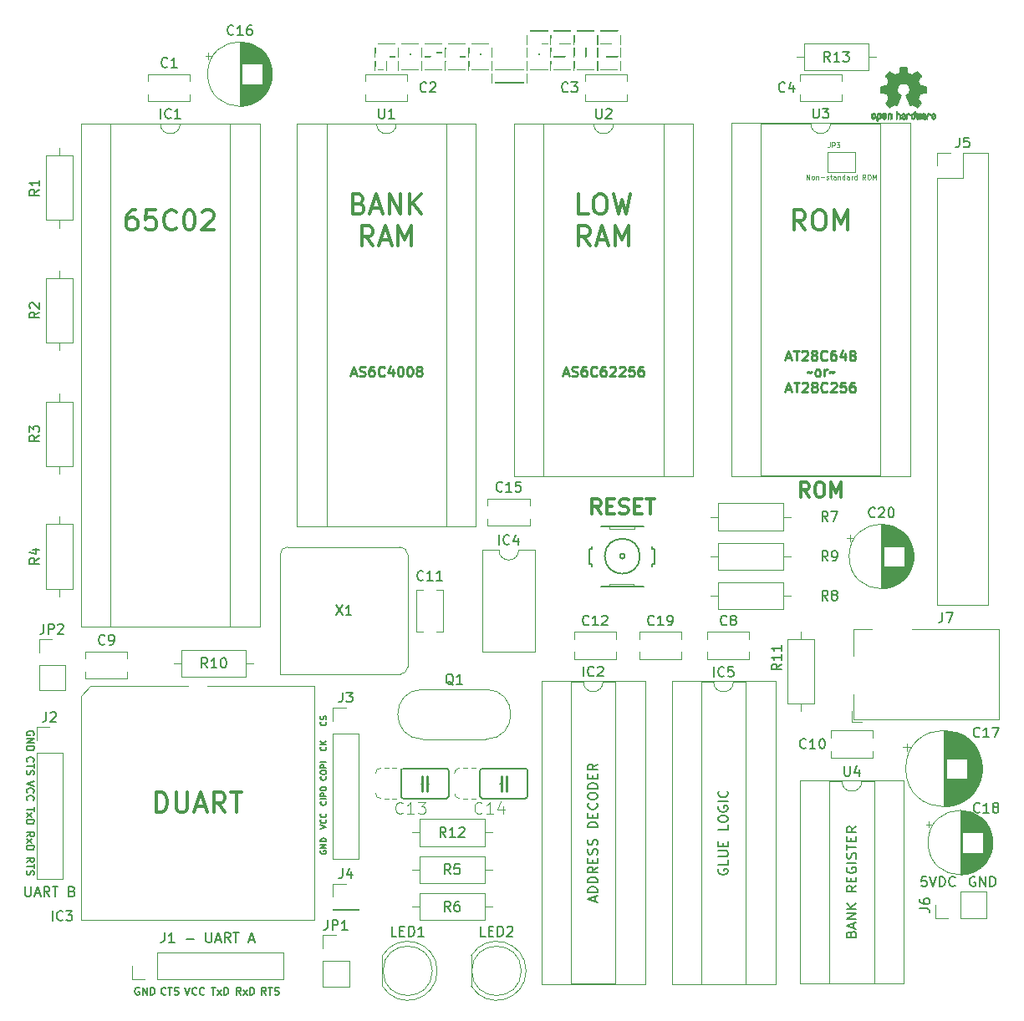
<source format=gbr>
%TF.GenerationSoftware,KiCad,Pcbnew,7.0.9*%
%TF.CreationDate,2023-12-02T11:44:08+00:00*%
%TF.ProjectId,rosco_6502,726f7363-6f5f-4363-9530-322e6b696361,4*%
%TF.SameCoordinates,Original*%
%TF.FileFunction,Legend,Top*%
%TF.FilePolarity,Positive*%
%FSLAX46Y46*%
G04 Gerber Fmt 4.6, Leading zero omitted, Abs format (unit mm)*
G04 Created by KiCad (PCBNEW 7.0.9) date 2023-12-02 11:44:08*
%MOMM*%
%LPD*%
G01*
G04 APERTURE LIST*
%ADD10C,0.150000*%
%ADD11C,0.250000*%
%ADD12C,0.300000*%
%ADD13C,0.125000*%
%ADD14C,0.120650*%
%ADD15C,0.120000*%
%ADD16C,0.010000*%
%ADD17C,0.152400*%
%ADD18C,0.254000*%
%ADD19C,0.050800*%
G04 APERTURE END LIST*
D10*
X175809523Y-135454819D02*
X175333333Y-135454819D01*
X175333333Y-135454819D02*
X175285714Y-135931009D01*
X175285714Y-135931009D02*
X175333333Y-135883390D01*
X175333333Y-135883390D02*
X175428571Y-135835771D01*
X175428571Y-135835771D02*
X175666666Y-135835771D01*
X175666666Y-135835771D02*
X175761904Y-135883390D01*
X175761904Y-135883390D02*
X175809523Y-135931009D01*
X175809523Y-135931009D02*
X175857142Y-136026247D01*
X175857142Y-136026247D02*
X175857142Y-136264342D01*
X175857142Y-136264342D02*
X175809523Y-136359580D01*
X175809523Y-136359580D02*
X175761904Y-136407200D01*
X175761904Y-136407200D02*
X175666666Y-136454819D01*
X175666666Y-136454819D02*
X175428571Y-136454819D01*
X175428571Y-136454819D02*
X175333333Y-136407200D01*
X175333333Y-136407200D02*
X175285714Y-136359580D01*
X176142857Y-135454819D02*
X176476190Y-136454819D01*
X176476190Y-136454819D02*
X176809523Y-135454819D01*
X177142857Y-136454819D02*
X177142857Y-135454819D01*
X177142857Y-135454819D02*
X177380952Y-135454819D01*
X177380952Y-135454819D02*
X177523809Y-135502438D01*
X177523809Y-135502438D02*
X177619047Y-135597676D01*
X177619047Y-135597676D02*
X177666666Y-135692914D01*
X177666666Y-135692914D02*
X177714285Y-135883390D01*
X177714285Y-135883390D02*
X177714285Y-136026247D01*
X177714285Y-136026247D02*
X177666666Y-136216723D01*
X177666666Y-136216723D02*
X177619047Y-136311961D01*
X177619047Y-136311961D02*
X177523809Y-136407200D01*
X177523809Y-136407200D02*
X177380952Y-136454819D01*
X177380952Y-136454819D02*
X177142857Y-136454819D01*
X178714285Y-136359580D02*
X178666666Y-136407200D01*
X178666666Y-136407200D02*
X178523809Y-136454819D01*
X178523809Y-136454819D02*
X178428571Y-136454819D01*
X178428571Y-136454819D02*
X178285714Y-136407200D01*
X178285714Y-136407200D02*
X178190476Y-136311961D01*
X178190476Y-136311961D02*
X178142857Y-136216723D01*
X178142857Y-136216723D02*
X178095238Y-136026247D01*
X178095238Y-136026247D02*
X178095238Y-135883390D01*
X178095238Y-135883390D02*
X178142857Y-135692914D01*
X178142857Y-135692914D02*
X178190476Y-135597676D01*
X178190476Y-135597676D02*
X178285714Y-135502438D01*
X178285714Y-135502438D02*
X178428571Y-135454819D01*
X178428571Y-135454819D02*
X178523809Y-135454819D01*
X178523809Y-135454819D02*
X178666666Y-135502438D01*
X178666666Y-135502438D02*
X178714285Y-135550057D01*
D11*
X117529762Y-84463904D02*
X118005952Y-84463904D01*
X117434524Y-84749619D02*
X117767857Y-83749619D01*
X117767857Y-83749619D02*
X118101190Y-84749619D01*
X118386905Y-84702000D02*
X118529762Y-84749619D01*
X118529762Y-84749619D02*
X118767857Y-84749619D01*
X118767857Y-84749619D02*
X118863095Y-84702000D01*
X118863095Y-84702000D02*
X118910714Y-84654380D01*
X118910714Y-84654380D02*
X118958333Y-84559142D01*
X118958333Y-84559142D02*
X118958333Y-84463904D01*
X118958333Y-84463904D02*
X118910714Y-84368666D01*
X118910714Y-84368666D02*
X118863095Y-84321047D01*
X118863095Y-84321047D02*
X118767857Y-84273428D01*
X118767857Y-84273428D02*
X118577381Y-84225809D01*
X118577381Y-84225809D02*
X118482143Y-84178190D01*
X118482143Y-84178190D02*
X118434524Y-84130571D01*
X118434524Y-84130571D02*
X118386905Y-84035333D01*
X118386905Y-84035333D02*
X118386905Y-83940095D01*
X118386905Y-83940095D02*
X118434524Y-83844857D01*
X118434524Y-83844857D02*
X118482143Y-83797238D01*
X118482143Y-83797238D02*
X118577381Y-83749619D01*
X118577381Y-83749619D02*
X118815476Y-83749619D01*
X118815476Y-83749619D02*
X118958333Y-83797238D01*
X119815476Y-83749619D02*
X119625000Y-83749619D01*
X119625000Y-83749619D02*
X119529762Y-83797238D01*
X119529762Y-83797238D02*
X119482143Y-83844857D01*
X119482143Y-83844857D02*
X119386905Y-83987714D01*
X119386905Y-83987714D02*
X119339286Y-84178190D01*
X119339286Y-84178190D02*
X119339286Y-84559142D01*
X119339286Y-84559142D02*
X119386905Y-84654380D01*
X119386905Y-84654380D02*
X119434524Y-84702000D01*
X119434524Y-84702000D02*
X119529762Y-84749619D01*
X119529762Y-84749619D02*
X119720238Y-84749619D01*
X119720238Y-84749619D02*
X119815476Y-84702000D01*
X119815476Y-84702000D02*
X119863095Y-84654380D01*
X119863095Y-84654380D02*
X119910714Y-84559142D01*
X119910714Y-84559142D02*
X119910714Y-84321047D01*
X119910714Y-84321047D02*
X119863095Y-84225809D01*
X119863095Y-84225809D02*
X119815476Y-84178190D01*
X119815476Y-84178190D02*
X119720238Y-84130571D01*
X119720238Y-84130571D02*
X119529762Y-84130571D01*
X119529762Y-84130571D02*
X119434524Y-84178190D01*
X119434524Y-84178190D02*
X119386905Y-84225809D01*
X119386905Y-84225809D02*
X119339286Y-84321047D01*
X120910714Y-84654380D02*
X120863095Y-84702000D01*
X120863095Y-84702000D02*
X120720238Y-84749619D01*
X120720238Y-84749619D02*
X120625000Y-84749619D01*
X120625000Y-84749619D02*
X120482143Y-84702000D01*
X120482143Y-84702000D02*
X120386905Y-84606761D01*
X120386905Y-84606761D02*
X120339286Y-84511523D01*
X120339286Y-84511523D02*
X120291667Y-84321047D01*
X120291667Y-84321047D02*
X120291667Y-84178190D01*
X120291667Y-84178190D02*
X120339286Y-83987714D01*
X120339286Y-83987714D02*
X120386905Y-83892476D01*
X120386905Y-83892476D02*
X120482143Y-83797238D01*
X120482143Y-83797238D02*
X120625000Y-83749619D01*
X120625000Y-83749619D02*
X120720238Y-83749619D01*
X120720238Y-83749619D02*
X120863095Y-83797238D01*
X120863095Y-83797238D02*
X120910714Y-83844857D01*
X121767857Y-84082952D02*
X121767857Y-84749619D01*
X121529762Y-83702000D02*
X121291667Y-84416285D01*
X121291667Y-84416285D02*
X121910714Y-84416285D01*
X122482143Y-83749619D02*
X122577381Y-83749619D01*
X122577381Y-83749619D02*
X122672619Y-83797238D01*
X122672619Y-83797238D02*
X122720238Y-83844857D01*
X122720238Y-83844857D02*
X122767857Y-83940095D01*
X122767857Y-83940095D02*
X122815476Y-84130571D01*
X122815476Y-84130571D02*
X122815476Y-84368666D01*
X122815476Y-84368666D02*
X122767857Y-84559142D01*
X122767857Y-84559142D02*
X122720238Y-84654380D01*
X122720238Y-84654380D02*
X122672619Y-84702000D01*
X122672619Y-84702000D02*
X122577381Y-84749619D01*
X122577381Y-84749619D02*
X122482143Y-84749619D01*
X122482143Y-84749619D02*
X122386905Y-84702000D01*
X122386905Y-84702000D02*
X122339286Y-84654380D01*
X122339286Y-84654380D02*
X122291667Y-84559142D01*
X122291667Y-84559142D02*
X122244048Y-84368666D01*
X122244048Y-84368666D02*
X122244048Y-84130571D01*
X122244048Y-84130571D02*
X122291667Y-83940095D01*
X122291667Y-83940095D02*
X122339286Y-83844857D01*
X122339286Y-83844857D02*
X122386905Y-83797238D01*
X122386905Y-83797238D02*
X122482143Y-83749619D01*
X123434524Y-83749619D02*
X123529762Y-83749619D01*
X123529762Y-83749619D02*
X123625000Y-83797238D01*
X123625000Y-83797238D02*
X123672619Y-83844857D01*
X123672619Y-83844857D02*
X123720238Y-83940095D01*
X123720238Y-83940095D02*
X123767857Y-84130571D01*
X123767857Y-84130571D02*
X123767857Y-84368666D01*
X123767857Y-84368666D02*
X123720238Y-84559142D01*
X123720238Y-84559142D02*
X123672619Y-84654380D01*
X123672619Y-84654380D02*
X123625000Y-84702000D01*
X123625000Y-84702000D02*
X123529762Y-84749619D01*
X123529762Y-84749619D02*
X123434524Y-84749619D01*
X123434524Y-84749619D02*
X123339286Y-84702000D01*
X123339286Y-84702000D02*
X123291667Y-84654380D01*
X123291667Y-84654380D02*
X123244048Y-84559142D01*
X123244048Y-84559142D02*
X123196429Y-84368666D01*
X123196429Y-84368666D02*
X123196429Y-84130571D01*
X123196429Y-84130571D02*
X123244048Y-83940095D01*
X123244048Y-83940095D02*
X123291667Y-83844857D01*
X123291667Y-83844857D02*
X123339286Y-83797238D01*
X123339286Y-83797238D02*
X123434524Y-83749619D01*
X124339286Y-84178190D02*
X124244048Y-84130571D01*
X124244048Y-84130571D02*
X124196429Y-84082952D01*
X124196429Y-84082952D02*
X124148810Y-83987714D01*
X124148810Y-83987714D02*
X124148810Y-83940095D01*
X124148810Y-83940095D02*
X124196429Y-83844857D01*
X124196429Y-83844857D02*
X124244048Y-83797238D01*
X124244048Y-83797238D02*
X124339286Y-83749619D01*
X124339286Y-83749619D02*
X124529762Y-83749619D01*
X124529762Y-83749619D02*
X124625000Y-83797238D01*
X124625000Y-83797238D02*
X124672619Y-83844857D01*
X124672619Y-83844857D02*
X124720238Y-83940095D01*
X124720238Y-83940095D02*
X124720238Y-83987714D01*
X124720238Y-83987714D02*
X124672619Y-84082952D01*
X124672619Y-84082952D02*
X124625000Y-84130571D01*
X124625000Y-84130571D02*
X124529762Y-84178190D01*
X124529762Y-84178190D02*
X124339286Y-84178190D01*
X124339286Y-84178190D02*
X124244048Y-84225809D01*
X124244048Y-84225809D02*
X124196429Y-84273428D01*
X124196429Y-84273428D02*
X124148810Y-84368666D01*
X124148810Y-84368666D02*
X124148810Y-84559142D01*
X124148810Y-84559142D02*
X124196429Y-84654380D01*
X124196429Y-84654380D02*
X124244048Y-84702000D01*
X124244048Y-84702000D02*
X124339286Y-84749619D01*
X124339286Y-84749619D02*
X124529762Y-84749619D01*
X124529762Y-84749619D02*
X124625000Y-84702000D01*
X124625000Y-84702000D02*
X124672619Y-84654380D01*
X124672619Y-84654380D02*
X124720238Y-84559142D01*
X124720238Y-84559142D02*
X124720238Y-84368666D01*
X124720238Y-84368666D02*
X124672619Y-84273428D01*
X124672619Y-84273428D02*
X124625000Y-84225809D01*
X124625000Y-84225809D02*
X124529762Y-84178190D01*
X139045271Y-84463904D02*
X139521461Y-84463904D01*
X138950033Y-84749619D02*
X139283366Y-83749619D01*
X139283366Y-83749619D02*
X139616699Y-84749619D01*
X139902414Y-84702000D02*
X140045271Y-84749619D01*
X140045271Y-84749619D02*
X140283366Y-84749619D01*
X140283366Y-84749619D02*
X140378604Y-84702000D01*
X140378604Y-84702000D02*
X140426223Y-84654380D01*
X140426223Y-84654380D02*
X140473842Y-84559142D01*
X140473842Y-84559142D02*
X140473842Y-84463904D01*
X140473842Y-84463904D02*
X140426223Y-84368666D01*
X140426223Y-84368666D02*
X140378604Y-84321047D01*
X140378604Y-84321047D02*
X140283366Y-84273428D01*
X140283366Y-84273428D02*
X140092890Y-84225809D01*
X140092890Y-84225809D02*
X139997652Y-84178190D01*
X139997652Y-84178190D02*
X139950033Y-84130571D01*
X139950033Y-84130571D02*
X139902414Y-84035333D01*
X139902414Y-84035333D02*
X139902414Y-83940095D01*
X139902414Y-83940095D02*
X139950033Y-83844857D01*
X139950033Y-83844857D02*
X139997652Y-83797238D01*
X139997652Y-83797238D02*
X140092890Y-83749619D01*
X140092890Y-83749619D02*
X140330985Y-83749619D01*
X140330985Y-83749619D02*
X140473842Y-83797238D01*
X141330985Y-83749619D02*
X141140509Y-83749619D01*
X141140509Y-83749619D02*
X141045271Y-83797238D01*
X141045271Y-83797238D02*
X140997652Y-83844857D01*
X140997652Y-83844857D02*
X140902414Y-83987714D01*
X140902414Y-83987714D02*
X140854795Y-84178190D01*
X140854795Y-84178190D02*
X140854795Y-84559142D01*
X140854795Y-84559142D02*
X140902414Y-84654380D01*
X140902414Y-84654380D02*
X140950033Y-84702000D01*
X140950033Y-84702000D02*
X141045271Y-84749619D01*
X141045271Y-84749619D02*
X141235747Y-84749619D01*
X141235747Y-84749619D02*
X141330985Y-84702000D01*
X141330985Y-84702000D02*
X141378604Y-84654380D01*
X141378604Y-84654380D02*
X141426223Y-84559142D01*
X141426223Y-84559142D02*
X141426223Y-84321047D01*
X141426223Y-84321047D02*
X141378604Y-84225809D01*
X141378604Y-84225809D02*
X141330985Y-84178190D01*
X141330985Y-84178190D02*
X141235747Y-84130571D01*
X141235747Y-84130571D02*
X141045271Y-84130571D01*
X141045271Y-84130571D02*
X140950033Y-84178190D01*
X140950033Y-84178190D02*
X140902414Y-84225809D01*
X140902414Y-84225809D02*
X140854795Y-84321047D01*
X142426223Y-84654380D02*
X142378604Y-84702000D01*
X142378604Y-84702000D02*
X142235747Y-84749619D01*
X142235747Y-84749619D02*
X142140509Y-84749619D01*
X142140509Y-84749619D02*
X141997652Y-84702000D01*
X141997652Y-84702000D02*
X141902414Y-84606761D01*
X141902414Y-84606761D02*
X141854795Y-84511523D01*
X141854795Y-84511523D02*
X141807176Y-84321047D01*
X141807176Y-84321047D02*
X141807176Y-84178190D01*
X141807176Y-84178190D02*
X141854795Y-83987714D01*
X141854795Y-83987714D02*
X141902414Y-83892476D01*
X141902414Y-83892476D02*
X141997652Y-83797238D01*
X141997652Y-83797238D02*
X142140509Y-83749619D01*
X142140509Y-83749619D02*
X142235747Y-83749619D01*
X142235747Y-83749619D02*
X142378604Y-83797238D01*
X142378604Y-83797238D02*
X142426223Y-83844857D01*
X143283366Y-83749619D02*
X143092890Y-83749619D01*
X143092890Y-83749619D02*
X142997652Y-83797238D01*
X142997652Y-83797238D02*
X142950033Y-83844857D01*
X142950033Y-83844857D02*
X142854795Y-83987714D01*
X142854795Y-83987714D02*
X142807176Y-84178190D01*
X142807176Y-84178190D02*
X142807176Y-84559142D01*
X142807176Y-84559142D02*
X142854795Y-84654380D01*
X142854795Y-84654380D02*
X142902414Y-84702000D01*
X142902414Y-84702000D02*
X142997652Y-84749619D01*
X142997652Y-84749619D02*
X143188128Y-84749619D01*
X143188128Y-84749619D02*
X143283366Y-84702000D01*
X143283366Y-84702000D02*
X143330985Y-84654380D01*
X143330985Y-84654380D02*
X143378604Y-84559142D01*
X143378604Y-84559142D02*
X143378604Y-84321047D01*
X143378604Y-84321047D02*
X143330985Y-84225809D01*
X143330985Y-84225809D02*
X143283366Y-84178190D01*
X143283366Y-84178190D02*
X143188128Y-84130571D01*
X143188128Y-84130571D02*
X142997652Y-84130571D01*
X142997652Y-84130571D02*
X142902414Y-84178190D01*
X142902414Y-84178190D02*
X142854795Y-84225809D01*
X142854795Y-84225809D02*
X142807176Y-84321047D01*
X143759557Y-83844857D02*
X143807176Y-83797238D01*
X143807176Y-83797238D02*
X143902414Y-83749619D01*
X143902414Y-83749619D02*
X144140509Y-83749619D01*
X144140509Y-83749619D02*
X144235747Y-83797238D01*
X144235747Y-83797238D02*
X144283366Y-83844857D01*
X144283366Y-83844857D02*
X144330985Y-83940095D01*
X144330985Y-83940095D02*
X144330985Y-84035333D01*
X144330985Y-84035333D02*
X144283366Y-84178190D01*
X144283366Y-84178190D02*
X143711938Y-84749619D01*
X143711938Y-84749619D02*
X144330985Y-84749619D01*
X144711938Y-83844857D02*
X144759557Y-83797238D01*
X144759557Y-83797238D02*
X144854795Y-83749619D01*
X144854795Y-83749619D02*
X145092890Y-83749619D01*
X145092890Y-83749619D02*
X145188128Y-83797238D01*
X145188128Y-83797238D02*
X145235747Y-83844857D01*
X145235747Y-83844857D02*
X145283366Y-83940095D01*
X145283366Y-83940095D02*
X145283366Y-84035333D01*
X145283366Y-84035333D02*
X145235747Y-84178190D01*
X145235747Y-84178190D02*
X144664319Y-84749619D01*
X144664319Y-84749619D02*
X145283366Y-84749619D01*
X146188128Y-83749619D02*
X145711938Y-83749619D01*
X145711938Y-83749619D02*
X145664319Y-84225809D01*
X145664319Y-84225809D02*
X145711938Y-84178190D01*
X145711938Y-84178190D02*
X145807176Y-84130571D01*
X145807176Y-84130571D02*
X146045271Y-84130571D01*
X146045271Y-84130571D02*
X146140509Y-84178190D01*
X146140509Y-84178190D02*
X146188128Y-84225809D01*
X146188128Y-84225809D02*
X146235747Y-84321047D01*
X146235747Y-84321047D02*
X146235747Y-84559142D01*
X146235747Y-84559142D02*
X146188128Y-84654380D01*
X146188128Y-84654380D02*
X146140509Y-84702000D01*
X146140509Y-84702000D02*
X146045271Y-84749619D01*
X146045271Y-84749619D02*
X145807176Y-84749619D01*
X145807176Y-84749619D02*
X145711938Y-84702000D01*
X145711938Y-84702000D02*
X145664319Y-84654380D01*
X147092890Y-83749619D02*
X146902414Y-83749619D01*
X146902414Y-83749619D02*
X146807176Y-83797238D01*
X146807176Y-83797238D02*
X146759557Y-83844857D01*
X146759557Y-83844857D02*
X146664319Y-83987714D01*
X146664319Y-83987714D02*
X146616700Y-84178190D01*
X146616700Y-84178190D02*
X146616700Y-84559142D01*
X146616700Y-84559142D02*
X146664319Y-84654380D01*
X146664319Y-84654380D02*
X146711938Y-84702000D01*
X146711938Y-84702000D02*
X146807176Y-84749619D01*
X146807176Y-84749619D02*
X146997652Y-84749619D01*
X146997652Y-84749619D02*
X147092890Y-84702000D01*
X147092890Y-84702000D02*
X147140509Y-84654380D01*
X147140509Y-84654380D02*
X147188128Y-84559142D01*
X147188128Y-84559142D02*
X147188128Y-84321047D01*
X147188128Y-84321047D02*
X147140509Y-84225809D01*
X147140509Y-84225809D02*
X147092890Y-84178190D01*
X147092890Y-84178190D02*
X146997652Y-84130571D01*
X146997652Y-84130571D02*
X146807176Y-84130571D01*
X146807176Y-84130571D02*
X146711938Y-84178190D01*
X146711938Y-84178190D02*
X146664319Y-84225809D01*
X146664319Y-84225809D02*
X146616700Y-84321047D01*
D10*
X114982628Y-122314284D02*
X115011200Y-122342856D01*
X115011200Y-122342856D02*
X115039771Y-122428570D01*
X115039771Y-122428570D02*
X115039771Y-122485713D01*
X115039771Y-122485713D02*
X115011200Y-122571427D01*
X115011200Y-122571427D02*
X114954057Y-122628570D01*
X114954057Y-122628570D02*
X114896914Y-122657141D01*
X114896914Y-122657141D02*
X114782628Y-122685713D01*
X114782628Y-122685713D02*
X114696914Y-122685713D01*
X114696914Y-122685713D02*
X114582628Y-122657141D01*
X114582628Y-122657141D02*
X114525485Y-122628570D01*
X114525485Y-122628570D02*
X114468342Y-122571427D01*
X114468342Y-122571427D02*
X114439771Y-122485713D01*
X114439771Y-122485713D02*
X114439771Y-122428570D01*
X114439771Y-122428570D02*
X114468342Y-122342856D01*
X114468342Y-122342856D02*
X114496914Y-122314284D01*
X115039771Y-122057141D02*
X114439771Y-122057141D01*
X115039771Y-121714284D02*
X114696914Y-121971427D01*
X114439771Y-121714284D02*
X114782628Y-122057141D01*
D12*
X163536871Y-69909638D02*
X162870204Y-68957257D01*
X162394014Y-69909638D02*
X162394014Y-67909638D01*
X162394014Y-67909638D02*
X163155919Y-67909638D01*
X163155919Y-67909638D02*
X163346395Y-68004876D01*
X163346395Y-68004876D02*
X163441633Y-68100114D01*
X163441633Y-68100114D02*
X163536871Y-68290590D01*
X163536871Y-68290590D02*
X163536871Y-68576304D01*
X163536871Y-68576304D02*
X163441633Y-68766780D01*
X163441633Y-68766780D02*
X163346395Y-68862019D01*
X163346395Y-68862019D02*
X163155919Y-68957257D01*
X163155919Y-68957257D02*
X162394014Y-68957257D01*
X164774966Y-67909638D02*
X165155919Y-67909638D01*
X165155919Y-67909638D02*
X165346395Y-68004876D01*
X165346395Y-68004876D02*
X165536871Y-68195352D01*
X165536871Y-68195352D02*
X165632109Y-68576304D01*
X165632109Y-68576304D02*
X165632109Y-69242971D01*
X165632109Y-69242971D02*
X165536871Y-69623923D01*
X165536871Y-69623923D02*
X165346395Y-69814400D01*
X165346395Y-69814400D02*
X165155919Y-69909638D01*
X165155919Y-69909638D02*
X164774966Y-69909638D01*
X164774966Y-69909638D02*
X164584490Y-69814400D01*
X164584490Y-69814400D02*
X164394014Y-69623923D01*
X164394014Y-69623923D02*
X164298776Y-69242971D01*
X164298776Y-69242971D02*
X164298776Y-68576304D01*
X164298776Y-68576304D02*
X164394014Y-68195352D01*
X164394014Y-68195352D02*
X164584490Y-68004876D01*
X164584490Y-68004876D02*
X164774966Y-67909638D01*
X166489252Y-69909638D02*
X166489252Y-67909638D01*
X166489252Y-67909638D02*
X167155919Y-69338209D01*
X167155919Y-69338209D02*
X167822585Y-67909638D01*
X167822585Y-67909638D02*
X167822585Y-69909638D01*
D10*
X100730000Y-146679164D02*
X100980000Y-147429164D01*
X100980000Y-147429164D02*
X101230000Y-146679164D01*
X101908571Y-147357735D02*
X101872857Y-147393450D01*
X101872857Y-147393450D02*
X101765714Y-147429164D01*
X101765714Y-147429164D02*
X101694286Y-147429164D01*
X101694286Y-147429164D02*
X101587143Y-147393450D01*
X101587143Y-147393450D02*
X101515714Y-147322021D01*
X101515714Y-147322021D02*
X101480000Y-147250592D01*
X101480000Y-147250592D02*
X101444286Y-147107735D01*
X101444286Y-147107735D02*
X101444286Y-147000592D01*
X101444286Y-147000592D02*
X101480000Y-146857735D01*
X101480000Y-146857735D02*
X101515714Y-146786307D01*
X101515714Y-146786307D02*
X101587143Y-146714878D01*
X101587143Y-146714878D02*
X101694286Y-146679164D01*
X101694286Y-146679164D02*
X101765714Y-146679164D01*
X101765714Y-146679164D02*
X101872857Y-146714878D01*
X101872857Y-146714878D02*
X101908571Y-146750592D01*
X102658571Y-147357735D02*
X102622857Y-147393450D01*
X102622857Y-147393450D02*
X102515714Y-147429164D01*
X102515714Y-147429164D02*
X102444286Y-147429164D01*
X102444286Y-147429164D02*
X102337143Y-147393450D01*
X102337143Y-147393450D02*
X102265714Y-147322021D01*
X102265714Y-147322021D02*
X102230000Y-147250592D01*
X102230000Y-147250592D02*
X102194286Y-147107735D01*
X102194286Y-147107735D02*
X102194286Y-147000592D01*
X102194286Y-147000592D02*
X102230000Y-146857735D01*
X102230000Y-146857735D02*
X102265714Y-146786307D01*
X102265714Y-146786307D02*
X102337143Y-146714878D01*
X102337143Y-146714878D02*
X102444286Y-146679164D01*
X102444286Y-146679164D02*
X102515714Y-146679164D01*
X102515714Y-146679164D02*
X102622857Y-146714878D01*
X102622857Y-146714878D02*
X102658571Y-146750592D01*
X103377142Y-146679164D02*
X103805714Y-146679164D01*
X103591428Y-147429164D02*
X103591428Y-146679164D01*
X103984285Y-147429164D02*
X104377143Y-146929164D01*
X103984285Y-146929164D02*
X104377143Y-147429164D01*
X104662857Y-147429164D02*
X104662857Y-146679164D01*
X104662857Y-146679164D02*
X104841428Y-146679164D01*
X104841428Y-146679164D02*
X104948571Y-146714878D01*
X104948571Y-146714878D02*
X105020000Y-146786307D01*
X105020000Y-146786307D02*
X105055714Y-146857735D01*
X105055714Y-146857735D02*
X105091428Y-147000592D01*
X105091428Y-147000592D02*
X105091428Y-147107735D01*
X105091428Y-147107735D02*
X105055714Y-147250592D01*
X105055714Y-147250592D02*
X105020000Y-147322021D01*
X105020000Y-147322021D02*
X104948571Y-147393450D01*
X104948571Y-147393450D02*
X104841428Y-147429164D01*
X104841428Y-147429164D02*
X104662857Y-147429164D01*
X114982628Y-125311426D02*
X115011200Y-125339998D01*
X115011200Y-125339998D02*
X115039771Y-125425712D01*
X115039771Y-125425712D02*
X115039771Y-125482855D01*
X115039771Y-125482855D02*
X115011200Y-125568569D01*
X115011200Y-125568569D02*
X114954057Y-125625712D01*
X114954057Y-125625712D02*
X114896914Y-125654283D01*
X114896914Y-125654283D02*
X114782628Y-125682855D01*
X114782628Y-125682855D02*
X114696914Y-125682855D01*
X114696914Y-125682855D02*
X114582628Y-125654283D01*
X114582628Y-125654283D02*
X114525485Y-125625712D01*
X114525485Y-125625712D02*
X114468342Y-125568569D01*
X114468342Y-125568569D02*
X114439771Y-125482855D01*
X114439771Y-125482855D02*
X114439771Y-125425712D01*
X114439771Y-125425712D02*
X114468342Y-125339998D01*
X114468342Y-125339998D02*
X114496914Y-125311426D01*
X114439771Y-124939998D02*
X114439771Y-124825712D01*
X114439771Y-124825712D02*
X114468342Y-124768569D01*
X114468342Y-124768569D02*
X114525485Y-124711426D01*
X114525485Y-124711426D02*
X114639771Y-124682855D01*
X114639771Y-124682855D02*
X114839771Y-124682855D01*
X114839771Y-124682855D02*
X114954057Y-124711426D01*
X114954057Y-124711426D02*
X115011200Y-124768569D01*
X115011200Y-124768569D02*
X115039771Y-124825712D01*
X115039771Y-124825712D02*
X115039771Y-124939998D01*
X115039771Y-124939998D02*
X115011200Y-124997141D01*
X115011200Y-124997141D02*
X114954057Y-125054283D01*
X114954057Y-125054283D02*
X114839771Y-125082855D01*
X114839771Y-125082855D02*
X114639771Y-125082855D01*
X114639771Y-125082855D02*
X114525485Y-125054283D01*
X114525485Y-125054283D02*
X114468342Y-124997141D01*
X114468342Y-124997141D02*
X114439771Y-124939998D01*
X115039771Y-124425712D02*
X114439771Y-124425712D01*
X114439771Y-124425712D02*
X114439771Y-124197141D01*
X114439771Y-124197141D02*
X114468342Y-124139998D01*
X114468342Y-124139998D02*
X114496914Y-124111427D01*
X114496914Y-124111427D02*
X114554057Y-124082855D01*
X114554057Y-124082855D02*
X114639771Y-124082855D01*
X114639771Y-124082855D02*
X114696914Y-124111427D01*
X114696914Y-124111427D02*
X114725485Y-124139998D01*
X114725485Y-124139998D02*
X114754057Y-124197141D01*
X114754057Y-124197141D02*
X114754057Y-124425712D01*
X115039771Y-123825712D02*
X114439771Y-123825712D01*
X85405121Y-121118571D02*
X85440835Y-121047143D01*
X85440835Y-121047143D02*
X85440835Y-120940000D01*
X85440835Y-120940000D02*
X85405121Y-120832857D01*
X85405121Y-120832857D02*
X85333692Y-120761428D01*
X85333692Y-120761428D02*
X85262264Y-120725714D01*
X85262264Y-120725714D02*
X85119407Y-120690000D01*
X85119407Y-120690000D02*
X85012264Y-120690000D01*
X85012264Y-120690000D02*
X84869407Y-120725714D01*
X84869407Y-120725714D02*
X84797978Y-120761428D01*
X84797978Y-120761428D02*
X84726550Y-120832857D01*
X84726550Y-120832857D02*
X84690835Y-120940000D01*
X84690835Y-120940000D02*
X84690835Y-121011428D01*
X84690835Y-121011428D02*
X84726550Y-121118571D01*
X84726550Y-121118571D02*
X84762264Y-121154285D01*
X84762264Y-121154285D02*
X85012264Y-121154285D01*
X85012264Y-121154285D02*
X85012264Y-121011428D01*
X84690835Y-121475714D02*
X85440835Y-121475714D01*
X85440835Y-121475714D02*
X84690835Y-121904285D01*
X84690835Y-121904285D02*
X85440835Y-121904285D01*
X84690835Y-122261428D02*
X85440835Y-122261428D01*
X85440835Y-122261428D02*
X85440835Y-122439999D01*
X85440835Y-122439999D02*
X85405121Y-122547142D01*
X85405121Y-122547142D02*
X85333692Y-122618571D01*
X85333692Y-122618571D02*
X85262264Y-122654285D01*
X85262264Y-122654285D02*
X85119407Y-122689999D01*
X85119407Y-122689999D02*
X85012264Y-122689999D01*
X85012264Y-122689999D02*
X84869407Y-122654285D01*
X84869407Y-122654285D02*
X84797978Y-122618571D01*
X84797978Y-122618571D02*
X84726550Y-122547142D01*
X84726550Y-122547142D02*
X84690835Y-122439999D01*
X84690835Y-122439999D02*
X84690835Y-122261428D01*
X114439771Y-130619999D02*
X115039771Y-130419999D01*
X115039771Y-130419999D02*
X114439771Y-130219999D01*
X114982628Y-129677141D02*
X115011200Y-129705713D01*
X115011200Y-129705713D02*
X115039771Y-129791427D01*
X115039771Y-129791427D02*
X115039771Y-129848570D01*
X115039771Y-129848570D02*
X115011200Y-129934284D01*
X115011200Y-129934284D02*
X114954057Y-129991427D01*
X114954057Y-129991427D02*
X114896914Y-130019998D01*
X114896914Y-130019998D02*
X114782628Y-130048570D01*
X114782628Y-130048570D02*
X114696914Y-130048570D01*
X114696914Y-130048570D02*
X114582628Y-130019998D01*
X114582628Y-130019998D02*
X114525485Y-129991427D01*
X114525485Y-129991427D02*
X114468342Y-129934284D01*
X114468342Y-129934284D02*
X114439771Y-129848570D01*
X114439771Y-129848570D02*
X114439771Y-129791427D01*
X114439771Y-129791427D02*
X114468342Y-129705713D01*
X114468342Y-129705713D02*
X114496914Y-129677141D01*
X114982628Y-129077141D02*
X115011200Y-129105713D01*
X115011200Y-129105713D02*
X115039771Y-129191427D01*
X115039771Y-129191427D02*
X115039771Y-129248570D01*
X115039771Y-129248570D02*
X115011200Y-129334284D01*
X115011200Y-129334284D02*
X114954057Y-129391427D01*
X114954057Y-129391427D02*
X114896914Y-129419998D01*
X114896914Y-129419998D02*
X114782628Y-129448570D01*
X114782628Y-129448570D02*
X114696914Y-129448570D01*
X114696914Y-129448570D02*
X114582628Y-129419998D01*
X114582628Y-129419998D02*
X114525485Y-129391427D01*
X114525485Y-129391427D02*
X114468342Y-129334284D01*
X114468342Y-129334284D02*
X114439771Y-129248570D01*
X114439771Y-129248570D02*
X114439771Y-129191427D01*
X114439771Y-129191427D02*
X114468342Y-129105713D01*
X114468342Y-129105713D02*
X114496914Y-129077141D01*
D12*
X118363095Y-67252019D02*
X118648809Y-67347257D01*
X118648809Y-67347257D02*
X118744047Y-67442495D01*
X118744047Y-67442495D02*
X118839285Y-67632971D01*
X118839285Y-67632971D02*
X118839285Y-67918685D01*
X118839285Y-67918685D02*
X118744047Y-68109161D01*
X118744047Y-68109161D02*
X118648809Y-68204400D01*
X118648809Y-68204400D02*
X118458333Y-68299638D01*
X118458333Y-68299638D02*
X117696428Y-68299638D01*
X117696428Y-68299638D02*
X117696428Y-66299638D01*
X117696428Y-66299638D02*
X118363095Y-66299638D01*
X118363095Y-66299638D02*
X118553571Y-66394876D01*
X118553571Y-66394876D02*
X118648809Y-66490114D01*
X118648809Y-66490114D02*
X118744047Y-66680590D01*
X118744047Y-66680590D02*
X118744047Y-66871066D01*
X118744047Y-66871066D02*
X118648809Y-67061542D01*
X118648809Y-67061542D02*
X118553571Y-67156780D01*
X118553571Y-67156780D02*
X118363095Y-67252019D01*
X118363095Y-67252019D02*
X117696428Y-67252019D01*
X119601190Y-67728209D02*
X120553571Y-67728209D01*
X119410714Y-68299638D02*
X120077380Y-66299638D01*
X120077380Y-66299638D02*
X120744047Y-68299638D01*
X121410714Y-68299638D02*
X121410714Y-66299638D01*
X121410714Y-66299638D02*
X122553571Y-68299638D01*
X122553571Y-68299638D02*
X122553571Y-66299638D01*
X123505952Y-68299638D02*
X123505952Y-66299638D01*
X124648809Y-68299638D02*
X123791666Y-67156780D01*
X124648809Y-66299638D02*
X123505952Y-67442495D01*
X119744047Y-71519638D02*
X119077380Y-70567257D01*
X118601190Y-71519638D02*
X118601190Y-69519638D01*
X118601190Y-69519638D02*
X119363095Y-69519638D01*
X119363095Y-69519638D02*
X119553571Y-69614876D01*
X119553571Y-69614876D02*
X119648809Y-69710114D01*
X119648809Y-69710114D02*
X119744047Y-69900590D01*
X119744047Y-69900590D02*
X119744047Y-70186304D01*
X119744047Y-70186304D02*
X119648809Y-70376780D01*
X119648809Y-70376780D02*
X119553571Y-70472019D01*
X119553571Y-70472019D02*
X119363095Y-70567257D01*
X119363095Y-70567257D02*
X118601190Y-70567257D01*
X120505952Y-70948209D02*
X121458333Y-70948209D01*
X120315476Y-71519638D02*
X120982142Y-69519638D01*
X120982142Y-69519638D02*
X121648809Y-71519638D01*
X122315476Y-71519638D02*
X122315476Y-69519638D01*
X122315476Y-69519638D02*
X122982143Y-70948209D01*
X122982143Y-70948209D02*
X123648809Y-69519638D01*
X123648809Y-69519638D02*
X123648809Y-71519638D01*
D10*
X114982628Y-119759999D02*
X115011200Y-119788571D01*
X115011200Y-119788571D02*
X115039771Y-119874285D01*
X115039771Y-119874285D02*
X115039771Y-119931428D01*
X115039771Y-119931428D02*
X115011200Y-120017142D01*
X115011200Y-120017142D02*
X114954057Y-120074285D01*
X114954057Y-120074285D02*
X114896914Y-120102856D01*
X114896914Y-120102856D02*
X114782628Y-120131428D01*
X114782628Y-120131428D02*
X114696914Y-120131428D01*
X114696914Y-120131428D02*
X114582628Y-120102856D01*
X114582628Y-120102856D02*
X114525485Y-120074285D01*
X114525485Y-120074285D02*
X114468342Y-120017142D01*
X114468342Y-120017142D02*
X114439771Y-119931428D01*
X114439771Y-119931428D02*
X114439771Y-119874285D01*
X114439771Y-119874285D02*
X114468342Y-119788571D01*
X114468342Y-119788571D02*
X114496914Y-119759999D01*
X115011200Y-119531428D02*
X115039771Y-119445714D01*
X115039771Y-119445714D02*
X115039771Y-119302856D01*
X115039771Y-119302856D02*
X115011200Y-119245714D01*
X115011200Y-119245714D02*
X114982628Y-119217142D01*
X114982628Y-119217142D02*
X114925485Y-119188571D01*
X114925485Y-119188571D02*
X114868342Y-119188571D01*
X114868342Y-119188571D02*
X114811200Y-119217142D01*
X114811200Y-119217142D02*
X114782628Y-119245714D01*
X114782628Y-119245714D02*
X114754057Y-119302856D01*
X114754057Y-119302856D02*
X114725485Y-119417142D01*
X114725485Y-119417142D02*
X114696914Y-119474285D01*
X114696914Y-119474285D02*
X114668342Y-119502856D01*
X114668342Y-119502856D02*
X114611200Y-119531428D01*
X114611200Y-119531428D02*
X114554057Y-119531428D01*
X114554057Y-119531428D02*
X114496914Y-119502856D01*
X114496914Y-119502856D02*
X114468342Y-119474285D01*
X114468342Y-119474285D02*
X114439771Y-119417142D01*
X114439771Y-119417142D02*
X114439771Y-119274285D01*
X114439771Y-119274285D02*
X114468342Y-119188571D01*
X84523809Y-136454819D02*
X84523809Y-137264342D01*
X84523809Y-137264342D02*
X84571428Y-137359580D01*
X84571428Y-137359580D02*
X84619047Y-137407200D01*
X84619047Y-137407200D02*
X84714285Y-137454819D01*
X84714285Y-137454819D02*
X84904761Y-137454819D01*
X84904761Y-137454819D02*
X84999999Y-137407200D01*
X84999999Y-137407200D02*
X85047618Y-137359580D01*
X85047618Y-137359580D02*
X85095237Y-137264342D01*
X85095237Y-137264342D02*
X85095237Y-136454819D01*
X85523809Y-137169104D02*
X85999999Y-137169104D01*
X85428571Y-137454819D02*
X85761904Y-136454819D01*
X85761904Y-136454819D02*
X86095237Y-137454819D01*
X86999999Y-137454819D02*
X86666666Y-136978628D01*
X86428571Y-137454819D02*
X86428571Y-136454819D01*
X86428571Y-136454819D02*
X86809523Y-136454819D01*
X86809523Y-136454819D02*
X86904761Y-136502438D01*
X86904761Y-136502438D02*
X86952380Y-136550057D01*
X86952380Y-136550057D02*
X86999999Y-136645295D01*
X86999999Y-136645295D02*
X86999999Y-136788152D01*
X86999999Y-136788152D02*
X86952380Y-136883390D01*
X86952380Y-136883390D02*
X86904761Y-136931009D01*
X86904761Y-136931009D02*
X86809523Y-136978628D01*
X86809523Y-136978628D02*
X86428571Y-136978628D01*
X87285714Y-136454819D02*
X87857142Y-136454819D01*
X87571428Y-137454819D02*
X87571428Y-136454819D01*
X89285714Y-136931009D02*
X89428571Y-136978628D01*
X89428571Y-136978628D02*
X89476190Y-137026247D01*
X89476190Y-137026247D02*
X89523809Y-137121485D01*
X89523809Y-137121485D02*
X89523809Y-137264342D01*
X89523809Y-137264342D02*
X89476190Y-137359580D01*
X89476190Y-137359580D02*
X89428571Y-137407200D01*
X89428571Y-137407200D02*
X89333333Y-137454819D01*
X89333333Y-137454819D02*
X88952381Y-137454819D01*
X88952381Y-137454819D02*
X88952381Y-136454819D01*
X88952381Y-136454819D02*
X89285714Y-136454819D01*
X89285714Y-136454819D02*
X89380952Y-136502438D01*
X89380952Y-136502438D02*
X89428571Y-136550057D01*
X89428571Y-136550057D02*
X89476190Y-136645295D01*
X89476190Y-136645295D02*
X89476190Y-136740533D01*
X89476190Y-136740533D02*
X89428571Y-136835771D01*
X89428571Y-136835771D02*
X89380952Y-136883390D01*
X89380952Y-136883390D02*
X89285714Y-136931009D01*
X89285714Y-136931009D02*
X88952381Y-136931009D01*
X84690835Y-133979285D02*
X85047978Y-133729285D01*
X84690835Y-133550714D02*
X85440835Y-133550714D01*
X85440835Y-133550714D02*
X85440835Y-133836428D01*
X85440835Y-133836428D02*
X85405121Y-133907857D01*
X85405121Y-133907857D02*
X85369407Y-133943571D01*
X85369407Y-133943571D02*
X85297978Y-133979285D01*
X85297978Y-133979285D02*
X85190835Y-133979285D01*
X85190835Y-133979285D02*
X85119407Y-133943571D01*
X85119407Y-133943571D02*
X85083692Y-133907857D01*
X85083692Y-133907857D02*
X85047978Y-133836428D01*
X85047978Y-133836428D02*
X85047978Y-133550714D01*
X85440835Y-134193571D02*
X85440835Y-134622143D01*
X84690835Y-134407857D02*
X85440835Y-134407857D01*
X84726550Y-134836429D02*
X84690835Y-134943572D01*
X84690835Y-134943572D02*
X84690835Y-135122143D01*
X84690835Y-135122143D02*
X84726550Y-135193572D01*
X84726550Y-135193572D02*
X84762264Y-135229286D01*
X84762264Y-135229286D02*
X84833692Y-135265000D01*
X84833692Y-135265000D02*
X84905121Y-135265000D01*
X84905121Y-135265000D02*
X84976550Y-135229286D01*
X84976550Y-135229286D02*
X85012264Y-135193572D01*
X85012264Y-135193572D02*
X85047978Y-135122143D01*
X85047978Y-135122143D02*
X85083692Y-134979286D01*
X85083692Y-134979286D02*
X85119407Y-134907857D01*
X85119407Y-134907857D02*
X85155121Y-134872143D01*
X85155121Y-134872143D02*
X85226550Y-134836429D01*
X85226550Y-134836429D02*
X85297978Y-134836429D01*
X85297978Y-134836429D02*
X85369407Y-134872143D01*
X85369407Y-134872143D02*
X85405121Y-134907857D01*
X85405121Y-134907857D02*
X85440835Y-134979286D01*
X85440835Y-134979286D02*
X85440835Y-135157857D01*
X85440835Y-135157857D02*
X85405121Y-135265000D01*
X98642856Y-141124819D02*
X98642856Y-141839104D01*
X98642856Y-141839104D02*
X98595237Y-141981961D01*
X98595237Y-141981961D02*
X98499999Y-142077200D01*
X98499999Y-142077200D02*
X98357142Y-142124819D01*
X98357142Y-142124819D02*
X98261904Y-142124819D01*
X99642856Y-142124819D02*
X99071428Y-142124819D01*
X99357142Y-142124819D02*
X99357142Y-141124819D01*
X99357142Y-141124819D02*
X99261904Y-141267676D01*
X99261904Y-141267676D02*
X99166666Y-141362914D01*
X99166666Y-141362914D02*
X99071428Y-141410533D01*
X100833333Y-141743866D02*
X101595238Y-141743866D01*
X102833333Y-141124819D02*
X102833333Y-141934342D01*
X102833333Y-141934342D02*
X102880952Y-142029580D01*
X102880952Y-142029580D02*
X102928571Y-142077200D01*
X102928571Y-142077200D02*
X103023809Y-142124819D01*
X103023809Y-142124819D02*
X103214285Y-142124819D01*
X103214285Y-142124819D02*
X103309523Y-142077200D01*
X103309523Y-142077200D02*
X103357142Y-142029580D01*
X103357142Y-142029580D02*
X103404761Y-141934342D01*
X103404761Y-141934342D02*
X103404761Y-141124819D01*
X103833333Y-141839104D02*
X104309523Y-141839104D01*
X103738095Y-142124819D02*
X104071428Y-141124819D01*
X104071428Y-141124819D02*
X104404761Y-142124819D01*
X105309523Y-142124819D02*
X104976190Y-141648628D01*
X104738095Y-142124819D02*
X104738095Y-141124819D01*
X104738095Y-141124819D02*
X105119047Y-141124819D01*
X105119047Y-141124819D02*
X105214285Y-141172438D01*
X105214285Y-141172438D02*
X105261904Y-141220057D01*
X105261904Y-141220057D02*
X105309523Y-141315295D01*
X105309523Y-141315295D02*
X105309523Y-141458152D01*
X105309523Y-141458152D02*
X105261904Y-141553390D01*
X105261904Y-141553390D02*
X105214285Y-141601009D01*
X105214285Y-141601009D02*
X105119047Y-141648628D01*
X105119047Y-141648628D02*
X104738095Y-141648628D01*
X105595238Y-141124819D02*
X106166666Y-141124819D01*
X105880952Y-142124819D02*
X105880952Y-141124819D01*
X107214286Y-141839104D02*
X107690476Y-141839104D01*
X107119048Y-142124819D02*
X107452381Y-141124819D01*
X107452381Y-141124819D02*
X107785714Y-142124819D01*
X114982628Y-127851426D02*
X115011200Y-127879998D01*
X115011200Y-127879998D02*
X115039771Y-127965712D01*
X115039771Y-127965712D02*
X115039771Y-128022855D01*
X115039771Y-128022855D02*
X115011200Y-128108569D01*
X115011200Y-128108569D02*
X114954057Y-128165712D01*
X114954057Y-128165712D02*
X114896914Y-128194283D01*
X114896914Y-128194283D02*
X114782628Y-128222855D01*
X114782628Y-128222855D02*
X114696914Y-128222855D01*
X114696914Y-128222855D02*
X114582628Y-128194283D01*
X114582628Y-128194283D02*
X114525485Y-128165712D01*
X114525485Y-128165712D02*
X114468342Y-128108569D01*
X114468342Y-128108569D02*
X114439771Y-128022855D01*
X114439771Y-128022855D02*
X114439771Y-127965712D01*
X114439771Y-127965712D02*
X114468342Y-127879998D01*
X114468342Y-127879998D02*
X114496914Y-127851426D01*
X115039771Y-127594283D02*
X114439771Y-127594283D01*
X115039771Y-127308569D02*
X114439771Y-127308569D01*
X114439771Y-127308569D02*
X114439771Y-127079998D01*
X114439771Y-127079998D02*
X114468342Y-127022855D01*
X114468342Y-127022855D02*
X114496914Y-126994284D01*
X114496914Y-126994284D02*
X114554057Y-126965712D01*
X114554057Y-126965712D02*
X114639771Y-126965712D01*
X114639771Y-126965712D02*
X114696914Y-126994284D01*
X114696914Y-126994284D02*
X114725485Y-127022855D01*
X114725485Y-127022855D02*
X114754057Y-127079998D01*
X114754057Y-127079998D02*
X114754057Y-127308569D01*
X114439771Y-126594284D02*
X114439771Y-126479998D01*
X114439771Y-126479998D02*
X114468342Y-126422855D01*
X114468342Y-126422855D02*
X114525485Y-126365712D01*
X114525485Y-126365712D02*
X114639771Y-126337141D01*
X114639771Y-126337141D02*
X114839771Y-126337141D01*
X114839771Y-126337141D02*
X114954057Y-126365712D01*
X114954057Y-126365712D02*
X115011200Y-126422855D01*
X115011200Y-126422855D02*
X115039771Y-126479998D01*
X115039771Y-126479998D02*
X115039771Y-126594284D01*
X115039771Y-126594284D02*
X115011200Y-126651427D01*
X115011200Y-126651427D02*
X114954057Y-126708569D01*
X114954057Y-126708569D02*
X114839771Y-126737141D01*
X114839771Y-126737141D02*
X114639771Y-126737141D01*
X114639771Y-126737141D02*
X114525485Y-126708569D01*
X114525485Y-126708569D02*
X114468342Y-126651427D01*
X114468342Y-126651427D02*
X114439771Y-126594284D01*
D12*
X97809523Y-128909638D02*
X97809523Y-126909638D01*
X97809523Y-126909638D02*
X98285713Y-126909638D01*
X98285713Y-126909638D02*
X98571428Y-127004876D01*
X98571428Y-127004876D02*
X98761904Y-127195352D01*
X98761904Y-127195352D02*
X98857142Y-127385828D01*
X98857142Y-127385828D02*
X98952380Y-127766780D01*
X98952380Y-127766780D02*
X98952380Y-128052495D01*
X98952380Y-128052495D02*
X98857142Y-128433447D01*
X98857142Y-128433447D02*
X98761904Y-128623923D01*
X98761904Y-128623923D02*
X98571428Y-128814400D01*
X98571428Y-128814400D02*
X98285713Y-128909638D01*
X98285713Y-128909638D02*
X97809523Y-128909638D01*
X99809523Y-126909638D02*
X99809523Y-128528685D01*
X99809523Y-128528685D02*
X99904761Y-128719161D01*
X99904761Y-128719161D02*
X99999999Y-128814400D01*
X99999999Y-128814400D02*
X100190475Y-128909638D01*
X100190475Y-128909638D02*
X100571428Y-128909638D01*
X100571428Y-128909638D02*
X100761904Y-128814400D01*
X100761904Y-128814400D02*
X100857142Y-128719161D01*
X100857142Y-128719161D02*
X100952380Y-128528685D01*
X100952380Y-128528685D02*
X100952380Y-126909638D01*
X101809523Y-128338209D02*
X102761904Y-128338209D01*
X101619047Y-128909638D02*
X102285713Y-126909638D01*
X102285713Y-126909638D02*
X102952380Y-128909638D01*
X104761904Y-128909638D02*
X104095237Y-127957257D01*
X103619047Y-128909638D02*
X103619047Y-126909638D01*
X103619047Y-126909638D02*
X104380952Y-126909638D01*
X104380952Y-126909638D02*
X104571428Y-127004876D01*
X104571428Y-127004876D02*
X104666666Y-127100114D01*
X104666666Y-127100114D02*
X104761904Y-127290590D01*
X104761904Y-127290590D02*
X104761904Y-127576304D01*
X104761904Y-127576304D02*
X104666666Y-127766780D01*
X104666666Y-127766780D02*
X104571428Y-127862019D01*
X104571428Y-127862019D02*
X104380952Y-127957257D01*
X104380952Y-127957257D02*
X103619047Y-127957257D01*
X105333333Y-126909638D02*
X106476190Y-126909638D01*
X105904761Y-128909638D02*
X105904761Y-126909638D01*
D10*
X84690835Y-131403571D02*
X85047978Y-131153571D01*
X84690835Y-130975000D02*
X85440835Y-130975000D01*
X85440835Y-130975000D02*
X85440835Y-131260714D01*
X85440835Y-131260714D02*
X85405121Y-131332143D01*
X85405121Y-131332143D02*
X85369407Y-131367857D01*
X85369407Y-131367857D02*
X85297978Y-131403571D01*
X85297978Y-131403571D02*
X85190835Y-131403571D01*
X85190835Y-131403571D02*
X85119407Y-131367857D01*
X85119407Y-131367857D02*
X85083692Y-131332143D01*
X85083692Y-131332143D02*
X85047978Y-131260714D01*
X85047978Y-131260714D02*
X85047978Y-130975000D01*
X84690835Y-131653571D02*
X85190835Y-132046429D01*
X85190835Y-131653571D02*
X84690835Y-132046429D01*
X84690835Y-132332143D02*
X85440835Y-132332143D01*
X85440835Y-132332143D02*
X85440835Y-132510714D01*
X85440835Y-132510714D02*
X85405121Y-132617857D01*
X85405121Y-132617857D02*
X85333692Y-132689286D01*
X85333692Y-132689286D02*
X85262264Y-132725000D01*
X85262264Y-132725000D02*
X85119407Y-132760714D01*
X85119407Y-132760714D02*
X85012264Y-132760714D01*
X85012264Y-132760714D02*
X84869407Y-132725000D01*
X84869407Y-132725000D02*
X84797978Y-132689286D01*
X84797978Y-132689286D02*
X84726550Y-132617857D01*
X84726550Y-132617857D02*
X84690835Y-132510714D01*
X84690835Y-132510714D02*
X84690835Y-132332143D01*
X114468342Y-132817142D02*
X114439771Y-132874285D01*
X114439771Y-132874285D02*
X114439771Y-132959999D01*
X114439771Y-132959999D02*
X114468342Y-133045713D01*
X114468342Y-133045713D02*
X114525485Y-133102856D01*
X114525485Y-133102856D02*
X114582628Y-133131427D01*
X114582628Y-133131427D02*
X114696914Y-133159999D01*
X114696914Y-133159999D02*
X114782628Y-133159999D01*
X114782628Y-133159999D02*
X114896914Y-133131427D01*
X114896914Y-133131427D02*
X114954057Y-133102856D01*
X114954057Y-133102856D02*
X115011200Y-133045713D01*
X115011200Y-133045713D02*
X115039771Y-132959999D01*
X115039771Y-132959999D02*
X115039771Y-132902856D01*
X115039771Y-132902856D02*
X115011200Y-132817142D01*
X115011200Y-132817142D02*
X114982628Y-132788570D01*
X114982628Y-132788570D02*
X114782628Y-132788570D01*
X114782628Y-132788570D02*
X114782628Y-132902856D01*
X115039771Y-132531427D02*
X114439771Y-132531427D01*
X114439771Y-132531427D02*
X115039771Y-132188570D01*
X115039771Y-132188570D02*
X114439771Y-132188570D01*
X115039771Y-131902856D02*
X114439771Y-131902856D01*
X114439771Y-131902856D02*
X114439771Y-131759999D01*
X114439771Y-131759999D02*
X114468342Y-131674285D01*
X114468342Y-131674285D02*
X114525485Y-131617142D01*
X114525485Y-131617142D02*
X114582628Y-131588571D01*
X114582628Y-131588571D02*
X114696914Y-131559999D01*
X114696914Y-131559999D02*
X114782628Y-131559999D01*
X114782628Y-131559999D02*
X114896914Y-131588571D01*
X114896914Y-131588571D02*
X114954057Y-131617142D01*
X114954057Y-131617142D02*
X115011200Y-131674285D01*
X115011200Y-131674285D02*
X115039771Y-131759999D01*
X115039771Y-131759999D02*
X115039771Y-131902856D01*
X168181009Y-141291905D02*
X168228628Y-141149048D01*
X168228628Y-141149048D02*
X168276247Y-141101429D01*
X168276247Y-141101429D02*
X168371485Y-141053810D01*
X168371485Y-141053810D02*
X168514342Y-141053810D01*
X168514342Y-141053810D02*
X168609580Y-141101429D01*
X168609580Y-141101429D02*
X168657200Y-141149048D01*
X168657200Y-141149048D02*
X168704819Y-141244286D01*
X168704819Y-141244286D02*
X168704819Y-141625238D01*
X168704819Y-141625238D02*
X167704819Y-141625238D01*
X167704819Y-141625238D02*
X167704819Y-141291905D01*
X167704819Y-141291905D02*
X167752438Y-141196667D01*
X167752438Y-141196667D02*
X167800057Y-141149048D01*
X167800057Y-141149048D02*
X167895295Y-141101429D01*
X167895295Y-141101429D02*
X167990533Y-141101429D01*
X167990533Y-141101429D02*
X168085771Y-141149048D01*
X168085771Y-141149048D02*
X168133390Y-141196667D01*
X168133390Y-141196667D02*
X168181009Y-141291905D01*
X168181009Y-141291905D02*
X168181009Y-141625238D01*
X168419104Y-140672857D02*
X168419104Y-140196667D01*
X168704819Y-140768095D02*
X167704819Y-140434762D01*
X167704819Y-140434762D02*
X168704819Y-140101429D01*
X168704819Y-139768095D02*
X167704819Y-139768095D01*
X167704819Y-139768095D02*
X168704819Y-139196667D01*
X168704819Y-139196667D02*
X167704819Y-139196667D01*
X168704819Y-138720476D02*
X167704819Y-138720476D01*
X168704819Y-138149048D02*
X168133390Y-138577619D01*
X167704819Y-138149048D02*
X168276247Y-138720476D01*
X168704819Y-136387143D02*
X168228628Y-136720476D01*
X168704819Y-136958571D02*
X167704819Y-136958571D01*
X167704819Y-136958571D02*
X167704819Y-136577619D01*
X167704819Y-136577619D02*
X167752438Y-136482381D01*
X167752438Y-136482381D02*
X167800057Y-136434762D01*
X167800057Y-136434762D02*
X167895295Y-136387143D01*
X167895295Y-136387143D02*
X168038152Y-136387143D01*
X168038152Y-136387143D02*
X168133390Y-136434762D01*
X168133390Y-136434762D02*
X168181009Y-136482381D01*
X168181009Y-136482381D02*
X168228628Y-136577619D01*
X168228628Y-136577619D02*
X168228628Y-136958571D01*
X168181009Y-135958571D02*
X168181009Y-135625238D01*
X168704819Y-135482381D02*
X168704819Y-135958571D01*
X168704819Y-135958571D02*
X167704819Y-135958571D01*
X167704819Y-135958571D02*
X167704819Y-135482381D01*
X167752438Y-134530000D02*
X167704819Y-134625238D01*
X167704819Y-134625238D02*
X167704819Y-134768095D01*
X167704819Y-134768095D02*
X167752438Y-134910952D01*
X167752438Y-134910952D02*
X167847676Y-135006190D01*
X167847676Y-135006190D02*
X167942914Y-135053809D01*
X167942914Y-135053809D02*
X168133390Y-135101428D01*
X168133390Y-135101428D02*
X168276247Y-135101428D01*
X168276247Y-135101428D02*
X168466723Y-135053809D01*
X168466723Y-135053809D02*
X168561961Y-135006190D01*
X168561961Y-135006190D02*
X168657200Y-134910952D01*
X168657200Y-134910952D02*
X168704819Y-134768095D01*
X168704819Y-134768095D02*
X168704819Y-134672857D01*
X168704819Y-134672857D02*
X168657200Y-134530000D01*
X168657200Y-134530000D02*
X168609580Y-134482381D01*
X168609580Y-134482381D02*
X168276247Y-134482381D01*
X168276247Y-134482381D02*
X168276247Y-134672857D01*
X168704819Y-134053809D02*
X167704819Y-134053809D01*
X168657200Y-133625238D02*
X168704819Y-133482381D01*
X168704819Y-133482381D02*
X168704819Y-133244286D01*
X168704819Y-133244286D02*
X168657200Y-133149048D01*
X168657200Y-133149048D02*
X168609580Y-133101429D01*
X168609580Y-133101429D02*
X168514342Y-133053810D01*
X168514342Y-133053810D02*
X168419104Y-133053810D01*
X168419104Y-133053810D02*
X168323866Y-133101429D01*
X168323866Y-133101429D02*
X168276247Y-133149048D01*
X168276247Y-133149048D02*
X168228628Y-133244286D01*
X168228628Y-133244286D02*
X168181009Y-133434762D01*
X168181009Y-133434762D02*
X168133390Y-133530000D01*
X168133390Y-133530000D02*
X168085771Y-133577619D01*
X168085771Y-133577619D02*
X167990533Y-133625238D01*
X167990533Y-133625238D02*
X167895295Y-133625238D01*
X167895295Y-133625238D02*
X167800057Y-133577619D01*
X167800057Y-133577619D02*
X167752438Y-133530000D01*
X167752438Y-133530000D02*
X167704819Y-133434762D01*
X167704819Y-133434762D02*
X167704819Y-133196667D01*
X167704819Y-133196667D02*
X167752438Y-133053810D01*
X167704819Y-132768095D02*
X167704819Y-132196667D01*
X168704819Y-132482381D02*
X167704819Y-132482381D01*
X168181009Y-131863333D02*
X168181009Y-131530000D01*
X168704819Y-131387143D02*
X168704819Y-131863333D01*
X168704819Y-131863333D02*
X167704819Y-131863333D01*
X167704819Y-131863333D02*
X167704819Y-131387143D01*
X168704819Y-130387143D02*
X168228628Y-130720476D01*
X168704819Y-130958571D02*
X167704819Y-130958571D01*
X167704819Y-130958571D02*
X167704819Y-130577619D01*
X167704819Y-130577619D02*
X167752438Y-130482381D01*
X167752438Y-130482381D02*
X167800057Y-130434762D01*
X167800057Y-130434762D02*
X167895295Y-130387143D01*
X167895295Y-130387143D02*
X168038152Y-130387143D01*
X168038152Y-130387143D02*
X168133390Y-130434762D01*
X168133390Y-130434762D02*
X168181009Y-130482381D01*
X168181009Y-130482381D02*
X168228628Y-130577619D01*
X168228628Y-130577619D02*
X168228628Y-130958571D01*
D12*
X141545271Y-68299638D02*
X140592890Y-68299638D01*
X140592890Y-68299638D02*
X140592890Y-66299638D01*
X142592890Y-66299638D02*
X142973843Y-66299638D01*
X142973843Y-66299638D02*
X143164319Y-66394876D01*
X143164319Y-66394876D02*
X143354795Y-66585352D01*
X143354795Y-66585352D02*
X143450033Y-66966304D01*
X143450033Y-66966304D02*
X143450033Y-67632971D01*
X143450033Y-67632971D02*
X143354795Y-68013923D01*
X143354795Y-68013923D02*
X143164319Y-68204400D01*
X143164319Y-68204400D02*
X142973843Y-68299638D01*
X142973843Y-68299638D02*
X142592890Y-68299638D01*
X142592890Y-68299638D02*
X142402414Y-68204400D01*
X142402414Y-68204400D02*
X142211938Y-68013923D01*
X142211938Y-68013923D02*
X142116700Y-67632971D01*
X142116700Y-67632971D02*
X142116700Y-66966304D01*
X142116700Y-66966304D02*
X142211938Y-66585352D01*
X142211938Y-66585352D02*
X142402414Y-66394876D01*
X142402414Y-66394876D02*
X142592890Y-66299638D01*
X144116700Y-66299638D02*
X144592890Y-68299638D01*
X144592890Y-68299638D02*
X144973843Y-66871066D01*
X144973843Y-66871066D02*
X145354795Y-68299638D01*
X145354795Y-68299638D02*
X145830986Y-66299638D01*
X141735747Y-71519638D02*
X141069080Y-70567257D01*
X140592890Y-71519638D02*
X140592890Y-69519638D01*
X140592890Y-69519638D02*
X141354795Y-69519638D01*
X141354795Y-69519638D02*
X141545271Y-69614876D01*
X141545271Y-69614876D02*
X141640509Y-69710114D01*
X141640509Y-69710114D02*
X141735747Y-69900590D01*
X141735747Y-69900590D02*
X141735747Y-70186304D01*
X141735747Y-70186304D02*
X141640509Y-70376780D01*
X141640509Y-70376780D02*
X141545271Y-70472019D01*
X141545271Y-70472019D02*
X141354795Y-70567257D01*
X141354795Y-70567257D02*
X140592890Y-70567257D01*
X142497652Y-70948209D02*
X143450033Y-70948209D01*
X142307176Y-71519638D02*
X142973842Y-69519638D01*
X142973842Y-69519638D02*
X143640509Y-71519638D01*
X144307176Y-71519638D02*
X144307176Y-69519638D01*
X144307176Y-69519638D02*
X144973843Y-70948209D01*
X144973843Y-70948209D02*
X145640509Y-69519638D01*
X145640509Y-69519638D02*
X145640509Y-71519638D01*
D11*
X161584490Y-82853904D02*
X162060680Y-82853904D01*
X161489252Y-83139619D02*
X161822585Y-82139619D01*
X161822585Y-82139619D02*
X162155918Y-83139619D01*
X162346395Y-82139619D02*
X162917823Y-82139619D01*
X162632109Y-83139619D02*
X162632109Y-82139619D01*
X163203538Y-82234857D02*
X163251157Y-82187238D01*
X163251157Y-82187238D02*
X163346395Y-82139619D01*
X163346395Y-82139619D02*
X163584490Y-82139619D01*
X163584490Y-82139619D02*
X163679728Y-82187238D01*
X163679728Y-82187238D02*
X163727347Y-82234857D01*
X163727347Y-82234857D02*
X163774966Y-82330095D01*
X163774966Y-82330095D02*
X163774966Y-82425333D01*
X163774966Y-82425333D02*
X163727347Y-82568190D01*
X163727347Y-82568190D02*
X163155919Y-83139619D01*
X163155919Y-83139619D02*
X163774966Y-83139619D01*
X164346395Y-82568190D02*
X164251157Y-82520571D01*
X164251157Y-82520571D02*
X164203538Y-82472952D01*
X164203538Y-82472952D02*
X164155919Y-82377714D01*
X164155919Y-82377714D02*
X164155919Y-82330095D01*
X164155919Y-82330095D02*
X164203538Y-82234857D01*
X164203538Y-82234857D02*
X164251157Y-82187238D01*
X164251157Y-82187238D02*
X164346395Y-82139619D01*
X164346395Y-82139619D02*
X164536871Y-82139619D01*
X164536871Y-82139619D02*
X164632109Y-82187238D01*
X164632109Y-82187238D02*
X164679728Y-82234857D01*
X164679728Y-82234857D02*
X164727347Y-82330095D01*
X164727347Y-82330095D02*
X164727347Y-82377714D01*
X164727347Y-82377714D02*
X164679728Y-82472952D01*
X164679728Y-82472952D02*
X164632109Y-82520571D01*
X164632109Y-82520571D02*
X164536871Y-82568190D01*
X164536871Y-82568190D02*
X164346395Y-82568190D01*
X164346395Y-82568190D02*
X164251157Y-82615809D01*
X164251157Y-82615809D02*
X164203538Y-82663428D01*
X164203538Y-82663428D02*
X164155919Y-82758666D01*
X164155919Y-82758666D02*
X164155919Y-82949142D01*
X164155919Y-82949142D02*
X164203538Y-83044380D01*
X164203538Y-83044380D02*
X164251157Y-83092000D01*
X164251157Y-83092000D02*
X164346395Y-83139619D01*
X164346395Y-83139619D02*
X164536871Y-83139619D01*
X164536871Y-83139619D02*
X164632109Y-83092000D01*
X164632109Y-83092000D02*
X164679728Y-83044380D01*
X164679728Y-83044380D02*
X164727347Y-82949142D01*
X164727347Y-82949142D02*
X164727347Y-82758666D01*
X164727347Y-82758666D02*
X164679728Y-82663428D01*
X164679728Y-82663428D02*
X164632109Y-82615809D01*
X164632109Y-82615809D02*
X164536871Y-82568190D01*
X165727347Y-83044380D02*
X165679728Y-83092000D01*
X165679728Y-83092000D02*
X165536871Y-83139619D01*
X165536871Y-83139619D02*
X165441633Y-83139619D01*
X165441633Y-83139619D02*
X165298776Y-83092000D01*
X165298776Y-83092000D02*
X165203538Y-82996761D01*
X165203538Y-82996761D02*
X165155919Y-82901523D01*
X165155919Y-82901523D02*
X165108300Y-82711047D01*
X165108300Y-82711047D02*
X165108300Y-82568190D01*
X165108300Y-82568190D02*
X165155919Y-82377714D01*
X165155919Y-82377714D02*
X165203538Y-82282476D01*
X165203538Y-82282476D02*
X165298776Y-82187238D01*
X165298776Y-82187238D02*
X165441633Y-82139619D01*
X165441633Y-82139619D02*
X165536871Y-82139619D01*
X165536871Y-82139619D02*
X165679728Y-82187238D01*
X165679728Y-82187238D02*
X165727347Y-82234857D01*
X166584490Y-82139619D02*
X166394014Y-82139619D01*
X166394014Y-82139619D02*
X166298776Y-82187238D01*
X166298776Y-82187238D02*
X166251157Y-82234857D01*
X166251157Y-82234857D02*
X166155919Y-82377714D01*
X166155919Y-82377714D02*
X166108300Y-82568190D01*
X166108300Y-82568190D02*
X166108300Y-82949142D01*
X166108300Y-82949142D02*
X166155919Y-83044380D01*
X166155919Y-83044380D02*
X166203538Y-83092000D01*
X166203538Y-83092000D02*
X166298776Y-83139619D01*
X166298776Y-83139619D02*
X166489252Y-83139619D01*
X166489252Y-83139619D02*
X166584490Y-83092000D01*
X166584490Y-83092000D02*
X166632109Y-83044380D01*
X166632109Y-83044380D02*
X166679728Y-82949142D01*
X166679728Y-82949142D02*
X166679728Y-82711047D01*
X166679728Y-82711047D02*
X166632109Y-82615809D01*
X166632109Y-82615809D02*
X166584490Y-82568190D01*
X166584490Y-82568190D02*
X166489252Y-82520571D01*
X166489252Y-82520571D02*
X166298776Y-82520571D01*
X166298776Y-82520571D02*
X166203538Y-82568190D01*
X166203538Y-82568190D02*
X166155919Y-82615809D01*
X166155919Y-82615809D02*
X166108300Y-82711047D01*
X167536871Y-82472952D02*
X167536871Y-83139619D01*
X167298776Y-82092000D02*
X167060681Y-82806285D01*
X167060681Y-82806285D02*
X167679728Y-82806285D01*
X168394014Y-82615809D02*
X168536871Y-82663428D01*
X168536871Y-82663428D02*
X168584490Y-82711047D01*
X168584490Y-82711047D02*
X168632109Y-82806285D01*
X168632109Y-82806285D02*
X168632109Y-82949142D01*
X168632109Y-82949142D02*
X168584490Y-83044380D01*
X168584490Y-83044380D02*
X168536871Y-83092000D01*
X168536871Y-83092000D02*
X168441633Y-83139619D01*
X168441633Y-83139619D02*
X168060681Y-83139619D01*
X168060681Y-83139619D02*
X168060681Y-82139619D01*
X168060681Y-82139619D02*
X168394014Y-82139619D01*
X168394014Y-82139619D02*
X168489252Y-82187238D01*
X168489252Y-82187238D02*
X168536871Y-82234857D01*
X168536871Y-82234857D02*
X168584490Y-82330095D01*
X168584490Y-82330095D02*
X168584490Y-82425333D01*
X168584490Y-82425333D02*
X168536871Y-82520571D01*
X168536871Y-82520571D02*
X168489252Y-82568190D01*
X168489252Y-82568190D02*
X168394014Y-82615809D01*
X168394014Y-82615809D02*
X168060681Y-82615809D01*
X163727347Y-84368666D02*
X163774966Y-84321047D01*
X163774966Y-84321047D02*
X163870204Y-84273428D01*
X163870204Y-84273428D02*
X164060680Y-84368666D01*
X164060680Y-84368666D02*
X164155918Y-84321047D01*
X164155918Y-84321047D02*
X164203537Y-84273428D01*
X164727347Y-84749619D02*
X164632109Y-84702000D01*
X164632109Y-84702000D02*
X164584490Y-84654380D01*
X164584490Y-84654380D02*
X164536871Y-84559142D01*
X164536871Y-84559142D02*
X164536871Y-84273428D01*
X164536871Y-84273428D02*
X164584490Y-84178190D01*
X164584490Y-84178190D02*
X164632109Y-84130571D01*
X164632109Y-84130571D02*
X164727347Y-84082952D01*
X164727347Y-84082952D02*
X164870204Y-84082952D01*
X164870204Y-84082952D02*
X164965442Y-84130571D01*
X164965442Y-84130571D02*
X165013061Y-84178190D01*
X165013061Y-84178190D02*
X165060680Y-84273428D01*
X165060680Y-84273428D02*
X165060680Y-84559142D01*
X165060680Y-84559142D02*
X165013061Y-84654380D01*
X165013061Y-84654380D02*
X164965442Y-84702000D01*
X164965442Y-84702000D02*
X164870204Y-84749619D01*
X164870204Y-84749619D02*
X164727347Y-84749619D01*
X165489252Y-84749619D02*
X165489252Y-84082952D01*
X165489252Y-84273428D02*
X165536871Y-84178190D01*
X165536871Y-84178190D02*
X165584490Y-84130571D01*
X165584490Y-84130571D02*
X165679728Y-84082952D01*
X165679728Y-84082952D02*
X165774966Y-84082952D01*
X165965443Y-84368666D02*
X166013062Y-84321047D01*
X166013062Y-84321047D02*
X166108300Y-84273428D01*
X166108300Y-84273428D02*
X166298776Y-84368666D01*
X166298776Y-84368666D02*
X166394014Y-84321047D01*
X166394014Y-84321047D02*
X166441633Y-84273428D01*
X161608300Y-86073904D02*
X162084490Y-86073904D01*
X161513062Y-86359619D02*
X161846395Y-85359619D01*
X161846395Y-85359619D02*
X162179728Y-86359619D01*
X162370205Y-85359619D02*
X162941633Y-85359619D01*
X162655919Y-86359619D02*
X162655919Y-85359619D01*
X163227348Y-85454857D02*
X163274967Y-85407238D01*
X163274967Y-85407238D02*
X163370205Y-85359619D01*
X163370205Y-85359619D02*
X163608300Y-85359619D01*
X163608300Y-85359619D02*
X163703538Y-85407238D01*
X163703538Y-85407238D02*
X163751157Y-85454857D01*
X163751157Y-85454857D02*
X163798776Y-85550095D01*
X163798776Y-85550095D02*
X163798776Y-85645333D01*
X163798776Y-85645333D02*
X163751157Y-85788190D01*
X163751157Y-85788190D02*
X163179729Y-86359619D01*
X163179729Y-86359619D02*
X163798776Y-86359619D01*
X164370205Y-85788190D02*
X164274967Y-85740571D01*
X164274967Y-85740571D02*
X164227348Y-85692952D01*
X164227348Y-85692952D02*
X164179729Y-85597714D01*
X164179729Y-85597714D02*
X164179729Y-85550095D01*
X164179729Y-85550095D02*
X164227348Y-85454857D01*
X164227348Y-85454857D02*
X164274967Y-85407238D01*
X164274967Y-85407238D02*
X164370205Y-85359619D01*
X164370205Y-85359619D02*
X164560681Y-85359619D01*
X164560681Y-85359619D02*
X164655919Y-85407238D01*
X164655919Y-85407238D02*
X164703538Y-85454857D01*
X164703538Y-85454857D02*
X164751157Y-85550095D01*
X164751157Y-85550095D02*
X164751157Y-85597714D01*
X164751157Y-85597714D02*
X164703538Y-85692952D01*
X164703538Y-85692952D02*
X164655919Y-85740571D01*
X164655919Y-85740571D02*
X164560681Y-85788190D01*
X164560681Y-85788190D02*
X164370205Y-85788190D01*
X164370205Y-85788190D02*
X164274967Y-85835809D01*
X164274967Y-85835809D02*
X164227348Y-85883428D01*
X164227348Y-85883428D02*
X164179729Y-85978666D01*
X164179729Y-85978666D02*
X164179729Y-86169142D01*
X164179729Y-86169142D02*
X164227348Y-86264380D01*
X164227348Y-86264380D02*
X164274967Y-86312000D01*
X164274967Y-86312000D02*
X164370205Y-86359619D01*
X164370205Y-86359619D02*
X164560681Y-86359619D01*
X164560681Y-86359619D02*
X164655919Y-86312000D01*
X164655919Y-86312000D02*
X164703538Y-86264380D01*
X164703538Y-86264380D02*
X164751157Y-86169142D01*
X164751157Y-86169142D02*
X164751157Y-85978666D01*
X164751157Y-85978666D02*
X164703538Y-85883428D01*
X164703538Y-85883428D02*
X164655919Y-85835809D01*
X164655919Y-85835809D02*
X164560681Y-85788190D01*
X165751157Y-86264380D02*
X165703538Y-86312000D01*
X165703538Y-86312000D02*
X165560681Y-86359619D01*
X165560681Y-86359619D02*
X165465443Y-86359619D01*
X165465443Y-86359619D02*
X165322586Y-86312000D01*
X165322586Y-86312000D02*
X165227348Y-86216761D01*
X165227348Y-86216761D02*
X165179729Y-86121523D01*
X165179729Y-86121523D02*
X165132110Y-85931047D01*
X165132110Y-85931047D02*
X165132110Y-85788190D01*
X165132110Y-85788190D02*
X165179729Y-85597714D01*
X165179729Y-85597714D02*
X165227348Y-85502476D01*
X165227348Y-85502476D02*
X165322586Y-85407238D01*
X165322586Y-85407238D02*
X165465443Y-85359619D01*
X165465443Y-85359619D02*
X165560681Y-85359619D01*
X165560681Y-85359619D02*
X165703538Y-85407238D01*
X165703538Y-85407238D02*
X165751157Y-85454857D01*
X166132110Y-85454857D02*
X166179729Y-85407238D01*
X166179729Y-85407238D02*
X166274967Y-85359619D01*
X166274967Y-85359619D02*
X166513062Y-85359619D01*
X166513062Y-85359619D02*
X166608300Y-85407238D01*
X166608300Y-85407238D02*
X166655919Y-85454857D01*
X166655919Y-85454857D02*
X166703538Y-85550095D01*
X166703538Y-85550095D02*
X166703538Y-85645333D01*
X166703538Y-85645333D02*
X166655919Y-85788190D01*
X166655919Y-85788190D02*
X166084491Y-86359619D01*
X166084491Y-86359619D02*
X166703538Y-86359619D01*
X167608300Y-85359619D02*
X167132110Y-85359619D01*
X167132110Y-85359619D02*
X167084491Y-85835809D01*
X167084491Y-85835809D02*
X167132110Y-85788190D01*
X167132110Y-85788190D02*
X167227348Y-85740571D01*
X167227348Y-85740571D02*
X167465443Y-85740571D01*
X167465443Y-85740571D02*
X167560681Y-85788190D01*
X167560681Y-85788190D02*
X167608300Y-85835809D01*
X167608300Y-85835809D02*
X167655919Y-85931047D01*
X167655919Y-85931047D02*
X167655919Y-86169142D01*
X167655919Y-86169142D02*
X167608300Y-86264380D01*
X167608300Y-86264380D02*
X167560681Y-86312000D01*
X167560681Y-86312000D02*
X167465443Y-86359619D01*
X167465443Y-86359619D02*
X167227348Y-86359619D01*
X167227348Y-86359619D02*
X167132110Y-86312000D01*
X167132110Y-86312000D02*
X167084491Y-86264380D01*
X168513062Y-85359619D02*
X168322586Y-85359619D01*
X168322586Y-85359619D02*
X168227348Y-85407238D01*
X168227348Y-85407238D02*
X168179729Y-85454857D01*
X168179729Y-85454857D02*
X168084491Y-85597714D01*
X168084491Y-85597714D02*
X168036872Y-85788190D01*
X168036872Y-85788190D02*
X168036872Y-86169142D01*
X168036872Y-86169142D02*
X168084491Y-86264380D01*
X168084491Y-86264380D02*
X168132110Y-86312000D01*
X168132110Y-86312000D02*
X168227348Y-86359619D01*
X168227348Y-86359619D02*
X168417824Y-86359619D01*
X168417824Y-86359619D02*
X168513062Y-86312000D01*
X168513062Y-86312000D02*
X168560681Y-86264380D01*
X168560681Y-86264380D02*
X168608300Y-86169142D01*
X168608300Y-86169142D02*
X168608300Y-85931047D01*
X168608300Y-85931047D02*
X168560681Y-85835809D01*
X168560681Y-85835809D02*
X168513062Y-85788190D01*
X168513062Y-85788190D02*
X168417824Y-85740571D01*
X168417824Y-85740571D02*
X168227348Y-85740571D01*
X168227348Y-85740571D02*
X168132110Y-85788190D01*
X168132110Y-85788190D02*
X168084491Y-85835809D01*
X168084491Y-85835809D02*
X168036872Y-85931047D01*
D12*
X142821428Y-98678328D02*
X142321428Y-97964042D01*
X141964285Y-98678328D02*
X141964285Y-97178328D01*
X141964285Y-97178328D02*
X142535714Y-97178328D01*
X142535714Y-97178328D02*
X142678571Y-97249757D01*
X142678571Y-97249757D02*
X142750000Y-97321185D01*
X142750000Y-97321185D02*
X142821428Y-97464042D01*
X142821428Y-97464042D02*
X142821428Y-97678328D01*
X142821428Y-97678328D02*
X142750000Y-97821185D01*
X142750000Y-97821185D02*
X142678571Y-97892614D01*
X142678571Y-97892614D02*
X142535714Y-97964042D01*
X142535714Y-97964042D02*
X141964285Y-97964042D01*
X143464285Y-97892614D02*
X143964285Y-97892614D01*
X144178571Y-98678328D02*
X143464285Y-98678328D01*
X143464285Y-98678328D02*
X143464285Y-97178328D01*
X143464285Y-97178328D02*
X144178571Y-97178328D01*
X144750000Y-98606900D02*
X144964286Y-98678328D01*
X144964286Y-98678328D02*
X145321428Y-98678328D01*
X145321428Y-98678328D02*
X145464286Y-98606900D01*
X145464286Y-98606900D02*
X145535714Y-98535471D01*
X145535714Y-98535471D02*
X145607143Y-98392614D01*
X145607143Y-98392614D02*
X145607143Y-98249757D01*
X145607143Y-98249757D02*
X145535714Y-98106900D01*
X145535714Y-98106900D02*
X145464286Y-98035471D01*
X145464286Y-98035471D02*
X145321428Y-97964042D01*
X145321428Y-97964042D02*
X145035714Y-97892614D01*
X145035714Y-97892614D02*
X144892857Y-97821185D01*
X144892857Y-97821185D02*
X144821428Y-97749757D01*
X144821428Y-97749757D02*
X144750000Y-97606900D01*
X144750000Y-97606900D02*
X144750000Y-97464042D01*
X144750000Y-97464042D02*
X144821428Y-97321185D01*
X144821428Y-97321185D02*
X144892857Y-97249757D01*
X144892857Y-97249757D02*
X145035714Y-97178328D01*
X145035714Y-97178328D02*
X145392857Y-97178328D01*
X145392857Y-97178328D02*
X145607143Y-97249757D01*
X146249999Y-97892614D02*
X146749999Y-97892614D01*
X146964285Y-98678328D02*
X146249999Y-98678328D01*
X146249999Y-98678328D02*
X146249999Y-97178328D01*
X146249999Y-97178328D02*
X146964285Y-97178328D01*
X147392857Y-97178328D02*
X148250000Y-97178328D01*
X147821428Y-98678328D02*
X147821428Y-97178328D01*
D13*
X163666189Y-64794809D02*
X163666189Y-64294809D01*
X163666189Y-64294809D02*
X163951903Y-64794809D01*
X163951903Y-64794809D02*
X163951903Y-64294809D01*
X164261428Y-64794809D02*
X164213809Y-64771000D01*
X164213809Y-64771000D02*
X164189999Y-64747190D01*
X164189999Y-64747190D02*
X164166190Y-64699571D01*
X164166190Y-64699571D02*
X164166190Y-64556714D01*
X164166190Y-64556714D02*
X164189999Y-64509095D01*
X164189999Y-64509095D02*
X164213809Y-64485285D01*
X164213809Y-64485285D02*
X164261428Y-64461476D01*
X164261428Y-64461476D02*
X164332856Y-64461476D01*
X164332856Y-64461476D02*
X164380475Y-64485285D01*
X164380475Y-64485285D02*
X164404285Y-64509095D01*
X164404285Y-64509095D02*
X164428094Y-64556714D01*
X164428094Y-64556714D02*
X164428094Y-64699571D01*
X164428094Y-64699571D02*
X164404285Y-64747190D01*
X164404285Y-64747190D02*
X164380475Y-64771000D01*
X164380475Y-64771000D02*
X164332856Y-64794809D01*
X164332856Y-64794809D02*
X164261428Y-64794809D01*
X164642380Y-64461476D02*
X164642380Y-64794809D01*
X164642380Y-64509095D02*
X164666190Y-64485285D01*
X164666190Y-64485285D02*
X164713809Y-64461476D01*
X164713809Y-64461476D02*
X164785237Y-64461476D01*
X164785237Y-64461476D02*
X164832856Y-64485285D01*
X164832856Y-64485285D02*
X164856666Y-64532904D01*
X164856666Y-64532904D02*
X164856666Y-64794809D01*
X165094761Y-64604333D02*
X165475714Y-64604333D01*
X165690000Y-64771000D02*
X165737619Y-64794809D01*
X165737619Y-64794809D02*
X165832857Y-64794809D01*
X165832857Y-64794809D02*
X165880476Y-64771000D01*
X165880476Y-64771000D02*
X165904285Y-64723380D01*
X165904285Y-64723380D02*
X165904285Y-64699571D01*
X165904285Y-64699571D02*
X165880476Y-64651952D01*
X165880476Y-64651952D02*
X165832857Y-64628142D01*
X165832857Y-64628142D02*
X165761428Y-64628142D01*
X165761428Y-64628142D02*
X165713809Y-64604333D01*
X165713809Y-64604333D02*
X165690000Y-64556714D01*
X165690000Y-64556714D02*
X165690000Y-64532904D01*
X165690000Y-64532904D02*
X165713809Y-64485285D01*
X165713809Y-64485285D02*
X165761428Y-64461476D01*
X165761428Y-64461476D02*
X165832857Y-64461476D01*
X165832857Y-64461476D02*
X165880476Y-64485285D01*
X166047143Y-64461476D02*
X166237619Y-64461476D01*
X166118571Y-64294809D02*
X166118571Y-64723380D01*
X166118571Y-64723380D02*
X166142381Y-64771000D01*
X166142381Y-64771000D02*
X166190000Y-64794809D01*
X166190000Y-64794809D02*
X166237619Y-64794809D01*
X166618571Y-64794809D02*
X166618571Y-64532904D01*
X166618571Y-64532904D02*
X166594761Y-64485285D01*
X166594761Y-64485285D02*
X166547142Y-64461476D01*
X166547142Y-64461476D02*
X166451904Y-64461476D01*
X166451904Y-64461476D02*
X166404285Y-64485285D01*
X166618571Y-64771000D02*
X166570952Y-64794809D01*
X166570952Y-64794809D02*
X166451904Y-64794809D01*
X166451904Y-64794809D02*
X166404285Y-64771000D01*
X166404285Y-64771000D02*
X166380476Y-64723380D01*
X166380476Y-64723380D02*
X166380476Y-64675761D01*
X166380476Y-64675761D02*
X166404285Y-64628142D01*
X166404285Y-64628142D02*
X166451904Y-64604333D01*
X166451904Y-64604333D02*
X166570952Y-64604333D01*
X166570952Y-64604333D02*
X166618571Y-64580523D01*
X166856666Y-64461476D02*
X166856666Y-64794809D01*
X166856666Y-64509095D02*
X166880476Y-64485285D01*
X166880476Y-64485285D02*
X166928095Y-64461476D01*
X166928095Y-64461476D02*
X166999523Y-64461476D01*
X166999523Y-64461476D02*
X167047142Y-64485285D01*
X167047142Y-64485285D02*
X167070952Y-64532904D01*
X167070952Y-64532904D02*
X167070952Y-64794809D01*
X167523333Y-64794809D02*
X167523333Y-64294809D01*
X167523333Y-64771000D02*
X167475714Y-64794809D01*
X167475714Y-64794809D02*
X167380476Y-64794809D01*
X167380476Y-64794809D02*
X167332857Y-64771000D01*
X167332857Y-64771000D02*
X167309047Y-64747190D01*
X167309047Y-64747190D02*
X167285238Y-64699571D01*
X167285238Y-64699571D02*
X167285238Y-64556714D01*
X167285238Y-64556714D02*
X167309047Y-64509095D01*
X167309047Y-64509095D02*
X167332857Y-64485285D01*
X167332857Y-64485285D02*
X167380476Y-64461476D01*
X167380476Y-64461476D02*
X167475714Y-64461476D01*
X167475714Y-64461476D02*
X167523333Y-64485285D01*
X167975714Y-64794809D02*
X167975714Y-64532904D01*
X167975714Y-64532904D02*
X167951904Y-64485285D01*
X167951904Y-64485285D02*
X167904285Y-64461476D01*
X167904285Y-64461476D02*
X167809047Y-64461476D01*
X167809047Y-64461476D02*
X167761428Y-64485285D01*
X167975714Y-64771000D02*
X167928095Y-64794809D01*
X167928095Y-64794809D02*
X167809047Y-64794809D01*
X167809047Y-64794809D02*
X167761428Y-64771000D01*
X167761428Y-64771000D02*
X167737619Y-64723380D01*
X167737619Y-64723380D02*
X167737619Y-64675761D01*
X167737619Y-64675761D02*
X167761428Y-64628142D01*
X167761428Y-64628142D02*
X167809047Y-64604333D01*
X167809047Y-64604333D02*
X167928095Y-64604333D01*
X167928095Y-64604333D02*
X167975714Y-64580523D01*
X168213809Y-64794809D02*
X168213809Y-64461476D01*
X168213809Y-64556714D02*
X168237619Y-64509095D01*
X168237619Y-64509095D02*
X168261428Y-64485285D01*
X168261428Y-64485285D02*
X168309047Y-64461476D01*
X168309047Y-64461476D02*
X168356666Y-64461476D01*
X168737619Y-64794809D02*
X168737619Y-64294809D01*
X168737619Y-64771000D02*
X168690000Y-64794809D01*
X168690000Y-64794809D02*
X168594762Y-64794809D01*
X168594762Y-64794809D02*
X168547143Y-64771000D01*
X168547143Y-64771000D02*
X168523333Y-64747190D01*
X168523333Y-64747190D02*
X168499524Y-64699571D01*
X168499524Y-64699571D02*
X168499524Y-64556714D01*
X168499524Y-64556714D02*
X168523333Y-64509095D01*
X168523333Y-64509095D02*
X168547143Y-64485285D01*
X168547143Y-64485285D02*
X168594762Y-64461476D01*
X168594762Y-64461476D02*
X168690000Y-64461476D01*
X168690000Y-64461476D02*
X168737619Y-64485285D01*
X169642380Y-64794809D02*
X169475714Y-64556714D01*
X169356666Y-64794809D02*
X169356666Y-64294809D01*
X169356666Y-64294809D02*
X169547142Y-64294809D01*
X169547142Y-64294809D02*
X169594761Y-64318619D01*
X169594761Y-64318619D02*
X169618571Y-64342428D01*
X169618571Y-64342428D02*
X169642380Y-64390047D01*
X169642380Y-64390047D02*
X169642380Y-64461476D01*
X169642380Y-64461476D02*
X169618571Y-64509095D01*
X169618571Y-64509095D02*
X169594761Y-64532904D01*
X169594761Y-64532904D02*
X169547142Y-64556714D01*
X169547142Y-64556714D02*
X169356666Y-64556714D01*
X169951904Y-64294809D02*
X170047142Y-64294809D01*
X170047142Y-64294809D02*
X170094761Y-64318619D01*
X170094761Y-64318619D02*
X170142380Y-64366238D01*
X170142380Y-64366238D02*
X170166190Y-64461476D01*
X170166190Y-64461476D02*
X170166190Y-64628142D01*
X170166190Y-64628142D02*
X170142380Y-64723380D01*
X170142380Y-64723380D02*
X170094761Y-64771000D01*
X170094761Y-64771000D02*
X170047142Y-64794809D01*
X170047142Y-64794809D02*
X169951904Y-64794809D01*
X169951904Y-64794809D02*
X169904285Y-64771000D01*
X169904285Y-64771000D02*
X169856666Y-64723380D01*
X169856666Y-64723380D02*
X169832857Y-64628142D01*
X169832857Y-64628142D02*
X169832857Y-64461476D01*
X169832857Y-64461476D02*
X169856666Y-64366238D01*
X169856666Y-64366238D02*
X169904285Y-64318619D01*
X169904285Y-64318619D02*
X169951904Y-64294809D01*
X170380476Y-64794809D02*
X170380476Y-64294809D01*
X170380476Y-64294809D02*
X170547143Y-64651952D01*
X170547143Y-64651952D02*
X170713809Y-64294809D01*
X170713809Y-64294809D02*
X170713809Y-64794809D01*
D10*
X96078571Y-146714878D02*
X96007143Y-146679164D01*
X96007143Y-146679164D02*
X95900000Y-146679164D01*
X95900000Y-146679164D02*
X95792857Y-146714878D01*
X95792857Y-146714878D02*
X95721428Y-146786307D01*
X95721428Y-146786307D02*
X95685714Y-146857735D01*
X95685714Y-146857735D02*
X95650000Y-147000592D01*
X95650000Y-147000592D02*
X95650000Y-147107735D01*
X95650000Y-147107735D02*
X95685714Y-147250592D01*
X95685714Y-147250592D02*
X95721428Y-147322021D01*
X95721428Y-147322021D02*
X95792857Y-147393450D01*
X95792857Y-147393450D02*
X95900000Y-147429164D01*
X95900000Y-147429164D02*
X95971428Y-147429164D01*
X95971428Y-147429164D02*
X96078571Y-147393450D01*
X96078571Y-147393450D02*
X96114285Y-147357735D01*
X96114285Y-147357735D02*
X96114285Y-147107735D01*
X96114285Y-147107735D02*
X95971428Y-147107735D01*
X96435714Y-147429164D02*
X96435714Y-146679164D01*
X96435714Y-146679164D02*
X96864285Y-147429164D01*
X96864285Y-147429164D02*
X96864285Y-146679164D01*
X97221428Y-147429164D02*
X97221428Y-146679164D01*
X97221428Y-146679164D02*
X97399999Y-146679164D01*
X97399999Y-146679164D02*
X97507142Y-146714878D01*
X97507142Y-146714878D02*
X97578571Y-146786307D01*
X97578571Y-146786307D02*
X97614285Y-146857735D01*
X97614285Y-146857735D02*
X97649999Y-147000592D01*
X97649999Y-147000592D02*
X97649999Y-147107735D01*
X97649999Y-147107735D02*
X97614285Y-147250592D01*
X97614285Y-147250592D02*
X97578571Y-147322021D01*
X97578571Y-147322021D02*
X97507142Y-147393450D01*
X97507142Y-147393450D02*
X97399999Y-147429164D01*
X97399999Y-147429164D02*
X97221428Y-147429164D01*
X106363571Y-147429164D02*
X106113571Y-147072021D01*
X105935000Y-147429164D02*
X105935000Y-146679164D01*
X105935000Y-146679164D02*
X106220714Y-146679164D01*
X106220714Y-146679164D02*
X106292143Y-146714878D01*
X106292143Y-146714878D02*
X106327857Y-146750592D01*
X106327857Y-146750592D02*
X106363571Y-146822021D01*
X106363571Y-146822021D02*
X106363571Y-146929164D01*
X106363571Y-146929164D02*
X106327857Y-147000592D01*
X106327857Y-147000592D02*
X106292143Y-147036307D01*
X106292143Y-147036307D02*
X106220714Y-147072021D01*
X106220714Y-147072021D02*
X105935000Y-147072021D01*
X106613571Y-147429164D02*
X107006429Y-146929164D01*
X106613571Y-146929164D02*
X107006429Y-147429164D01*
X107292143Y-147429164D02*
X107292143Y-146679164D01*
X107292143Y-146679164D02*
X107470714Y-146679164D01*
X107470714Y-146679164D02*
X107577857Y-146714878D01*
X107577857Y-146714878D02*
X107649286Y-146786307D01*
X107649286Y-146786307D02*
X107685000Y-146857735D01*
X107685000Y-146857735D02*
X107720714Y-147000592D01*
X107720714Y-147000592D02*
X107720714Y-147107735D01*
X107720714Y-147107735D02*
X107685000Y-147250592D01*
X107685000Y-147250592D02*
X107649286Y-147322021D01*
X107649286Y-147322021D02*
X107577857Y-147393450D01*
X107577857Y-147393450D02*
X107470714Y-147429164D01*
X107470714Y-147429164D02*
X107292143Y-147429164D01*
X154752438Y-134696667D02*
X154704819Y-134791905D01*
X154704819Y-134791905D02*
X154704819Y-134934762D01*
X154704819Y-134934762D02*
X154752438Y-135077619D01*
X154752438Y-135077619D02*
X154847676Y-135172857D01*
X154847676Y-135172857D02*
X154942914Y-135220476D01*
X154942914Y-135220476D02*
X155133390Y-135268095D01*
X155133390Y-135268095D02*
X155276247Y-135268095D01*
X155276247Y-135268095D02*
X155466723Y-135220476D01*
X155466723Y-135220476D02*
X155561961Y-135172857D01*
X155561961Y-135172857D02*
X155657200Y-135077619D01*
X155657200Y-135077619D02*
X155704819Y-134934762D01*
X155704819Y-134934762D02*
X155704819Y-134839524D01*
X155704819Y-134839524D02*
X155657200Y-134696667D01*
X155657200Y-134696667D02*
X155609580Y-134649048D01*
X155609580Y-134649048D02*
X155276247Y-134649048D01*
X155276247Y-134649048D02*
X155276247Y-134839524D01*
X155704819Y-133744286D02*
X155704819Y-134220476D01*
X155704819Y-134220476D02*
X154704819Y-134220476D01*
X154704819Y-133410952D02*
X155514342Y-133410952D01*
X155514342Y-133410952D02*
X155609580Y-133363333D01*
X155609580Y-133363333D02*
X155657200Y-133315714D01*
X155657200Y-133315714D02*
X155704819Y-133220476D01*
X155704819Y-133220476D02*
X155704819Y-133030000D01*
X155704819Y-133030000D02*
X155657200Y-132934762D01*
X155657200Y-132934762D02*
X155609580Y-132887143D01*
X155609580Y-132887143D02*
X155514342Y-132839524D01*
X155514342Y-132839524D02*
X154704819Y-132839524D01*
X155181009Y-132363333D02*
X155181009Y-132030000D01*
X155704819Y-131887143D02*
X155704819Y-132363333D01*
X155704819Y-132363333D02*
X154704819Y-132363333D01*
X154704819Y-132363333D02*
X154704819Y-131887143D01*
X155704819Y-130220476D02*
X155704819Y-130696666D01*
X155704819Y-130696666D02*
X154704819Y-130696666D01*
X154704819Y-129696666D02*
X154704819Y-129506190D01*
X154704819Y-129506190D02*
X154752438Y-129410952D01*
X154752438Y-129410952D02*
X154847676Y-129315714D01*
X154847676Y-129315714D02*
X155038152Y-129268095D01*
X155038152Y-129268095D02*
X155371485Y-129268095D01*
X155371485Y-129268095D02*
X155561961Y-129315714D01*
X155561961Y-129315714D02*
X155657200Y-129410952D01*
X155657200Y-129410952D02*
X155704819Y-129506190D01*
X155704819Y-129506190D02*
X155704819Y-129696666D01*
X155704819Y-129696666D02*
X155657200Y-129791904D01*
X155657200Y-129791904D02*
X155561961Y-129887142D01*
X155561961Y-129887142D02*
X155371485Y-129934761D01*
X155371485Y-129934761D02*
X155038152Y-129934761D01*
X155038152Y-129934761D02*
X154847676Y-129887142D01*
X154847676Y-129887142D02*
X154752438Y-129791904D01*
X154752438Y-129791904D02*
X154704819Y-129696666D01*
X154752438Y-128315714D02*
X154704819Y-128410952D01*
X154704819Y-128410952D02*
X154704819Y-128553809D01*
X154704819Y-128553809D02*
X154752438Y-128696666D01*
X154752438Y-128696666D02*
X154847676Y-128791904D01*
X154847676Y-128791904D02*
X154942914Y-128839523D01*
X154942914Y-128839523D02*
X155133390Y-128887142D01*
X155133390Y-128887142D02*
X155276247Y-128887142D01*
X155276247Y-128887142D02*
X155466723Y-128839523D01*
X155466723Y-128839523D02*
X155561961Y-128791904D01*
X155561961Y-128791904D02*
X155657200Y-128696666D01*
X155657200Y-128696666D02*
X155704819Y-128553809D01*
X155704819Y-128553809D02*
X155704819Y-128458571D01*
X155704819Y-128458571D02*
X155657200Y-128315714D01*
X155657200Y-128315714D02*
X155609580Y-128268095D01*
X155609580Y-128268095D02*
X155276247Y-128268095D01*
X155276247Y-128268095D02*
X155276247Y-128458571D01*
X155704819Y-127839523D02*
X154704819Y-127839523D01*
X155609580Y-126791905D02*
X155657200Y-126839524D01*
X155657200Y-126839524D02*
X155704819Y-126982381D01*
X155704819Y-126982381D02*
X155704819Y-127077619D01*
X155704819Y-127077619D02*
X155657200Y-127220476D01*
X155657200Y-127220476D02*
X155561961Y-127315714D01*
X155561961Y-127315714D02*
X155466723Y-127363333D01*
X155466723Y-127363333D02*
X155276247Y-127410952D01*
X155276247Y-127410952D02*
X155133390Y-127410952D01*
X155133390Y-127410952D02*
X154942914Y-127363333D01*
X154942914Y-127363333D02*
X154847676Y-127315714D01*
X154847676Y-127315714D02*
X154752438Y-127220476D01*
X154752438Y-127220476D02*
X154704819Y-127077619D01*
X154704819Y-127077619D02*
X154704819Y-126982381D01*
X154704819Y-126982381D02*
X154752438Y-126839524D01*
X154752438Y-126839524D02*
X154800057Y-126791905D01*
X84762264Y-123819285D02*
X84726550Y-123783571D01*
X84726550Y-123783571D02*
X84690835Y-123676428D01*
X84690835Y-123676428D02*
X84690835Y-123605000D01*
X84690835Y-123605000D02*
X84726550Y-123497857D01*
X84726550Y-123497857D02*
X84797978Y-123426428D01*
X84797978Y-123426428D02*
X84869407Y-123390714D01*
X84869407Y-123390714D02*
X85012264Y-123355000D01*
X85012264Y-123355000D02*
X85119407Y-123355000D01*
X85119407Y-123355000D02*
X85262264Y-123390714D01*
X85262264Y-123390714D02*
X85333692Y-123426428D01*
X85333692Y-123426428D02*
X85405121Y-123497857D01*
X85405121Y-123497857D02*
X85440835Y-123605000D01*
X85440835Y-123605000D02*
X85440835Y-123676428D01*
X85440835Y-123676428D02*
X85405121Y-123783571D01*
X85405121Y-123783571D02*
X85369407Y-123819285D01*
X85440835Y-124033571D02*
X85440835Y-124462143D01*
X84690835Y-124247857D02*
X85440835Y-124247857D01*
X84726550Y-124676429D02*
X84690835Y-124783572D01*
X84690835Y-124783572D02*
X84690835Y-124962143D01*
X84690835Y-124962143D02*
X84726550Y-125033572D01*
X84726550Y-125033572D02*
X84762264Y-125069286D01*
X84762264Y-125069286D02*
X84833692Y-125105000D01*
X84833692Y-125105000D02*
X84905121Y-125105000D01*
X84905121Y-125105000D02*
X84976550Y-125069286D01*
X84976550Y-125069286D02*
X85012264Y-125033572D01*
X85012264Y-125033572D02*
X85047978Y-124962143D01*
X85047978Y-124962143D02*
X85083692Y-124819286D01*
X85083692Y-124819286D02*
X85119407Y-124747857D01*
X85119407Y-124747857D02*
X85155121Y-124712143D01*
X85155121Y-124712143D02*
X85226550Y-124676429D01*
X85226550Y-124676429D02*
X85297978Y-124676429D01*
X85297978Y-124676429D02*
X85369407Y-124712143D01*
X85369407Y-124712143D02*
X85405121Y-124747857D01*
X85405121Y-124747857D02*
X85440835Y-124819286D01*
X85440835Y-124819286D02*
X85440835Y-124997857D01*
X85440835Y-124997857D02*
X85405121Y-125105000D01*
D12*
X95732109Y-67909638D02*
X95351156Y-67909638D01*
X95351156Y-67909638D02*
X95160680Y-68004876D01*
X95160680Y-68004876D02*
X95065442Y-68100114D01*
X95065442Y-68100114D02*
X94874966Y-68385828D01*
X94874966Y-68385828D02*
X94779728Y-68766780D01*
X94779728Y-68766780D02*
X94779728Y-69528685D01*
X94779728Y-69528685D02*
X94874966Y-69719161D01*
X94874966Y-69719161D02*
X94970204Y-69814400D01*
X94970204Y-69814400D02*
X95160680Y-69909638D01*
X95160680Y-69909638D02*
X95541633Y-69909638D01*
X95541633Y-69909638D02*
X95732109Y-69814400D01*
X95732109Y-69814400D02*
X95827347Y-69719161D01*
X95827347Y-69719161D02*
X95922585Y-69528685D01*
X95922585Y-69528685D02*
X95922585Y-69052495D01*
X95922585Y-69052495D02*
X95827347Y-68862019D01*
X95827347Y-68862019D02*
X95732109Y-68766780D01*
X95732109Y-68766780D02*
X95541633Y-68671542D01*
X95541633Y-68671542D02*
X95160680Y-68671542D01*
X95160680Y-68671542D02*
X94970204Y-68766780D01*
X94970204Y-68766780D02*
X94874966Y-68862019D01*
X94874966Y-68862019D02*
X94779728Y-69052495D01*
X97732109Y-67909638D02*
X96779728Y-67909638D01*
X96779728Y-67909638D02*
X96684490Y-68862019D01*
X96684490Y-68862019D02*
X96779728Y-68766780D01*
X96779728Y-68766780D02*
X96970204Y-68671542D01*
X96970204Y-68671542D02*
X97446395Y-68671542D01*
X97446395Y-68671542D02*
X97636871Y-68766780D01*
X97636871Y-68766780D02*
X97732109Y-68862019D01*
X97732109Y-68862019D02*
X97827347Y-69052495D01*
X97827347Y-69052495D02*
X97827347Y-69528685D01*
X97827347Y-69528685D02*
X97732109Y-69719161D01*
X97732109Y-69719161D02*
X97636871Y-69814400D01*
X97636871Y-69814400D02*
X97446395Y-69909638D01*
X97446395Y-69909638D02*
X96970204Y-69909638D01*
X96970204Y-69909638D02*
X96779728Y-69814400D01*
X96779728Y-69814400D02*
X96684490Y-69719161D01*
X99827347Y-69719161D02*
X99732109Y-69814400D01*
X99732109Y-69814400D02*
X99446395Y-69909638D01*
X99446395Y-69909638D02*
X99255919Y-69909638D01*
X99255919Y-69909638D02*
X98970204Y-69814400D01*
X98970204Y-69814400D02*
X98779728Y-69623923D01*
X98779728Y-69623923D02*
X98684490Y-69433447D01*
X98684490Y-69433447D02*
X98589252Y-69052495D01*
X98589252Y-69052495D02*
X98589252Y-68766780D01*
X98589252Y-68766780D02*
X98684490Y-68385828D01*
X98684490Y-68385828D02*
X98779728Y-68195352D01*
X98779728Y-68195352D02*
X98970204Y-68004876D01*
X98970204Y-68004876D02*
X99255919Y-67909638D01*
X99255919Y-67909638D02*
X99446395Y-67909638D01*
X99446395Y-67909638D02*
X99732109Y-68004876D01*
X99732109Y-68004876D02*
X99827347Y-68100114D01*
X101065442Y-67909638D02*
X101255919Y-67909638D01*
X101255919Y-67909638D02*
X101446395Y-68004876D01*
X101446395Y-68004876D02*
X101541633Y-68100114D01*
X101541633Y-68100114D02*
X101636871Y-68290590D01*
X101636871Y-68290590D02*
X101732109Y-68671542D01*
X101732109Y-68671542D02*
X101732109Y-69147733D01*
X101732109Y-69147733D02*
X101636871Y-69528685D01*
X101636871Y-69528685D02*
X101541633Y-69719161D01*
X101541633Y-69719161D02*
X101446395Y-69814400D01*
X101446395Y-69814400D02*
X101255919Y-69909638D01*
X101255919Y-69909638D02*
X101065442Y-69909638D01*
X101065442Y-69909638D02*
X100874966Y-69814400D01*
X100874966Y-69814400D02*
X100779728Y-69719161D01*
X100779728Y-69719161D02*
X100684490Y-69528685D01*
X100684490Y-69528685D02*
X100589252Y-69147733D01*
X100589252Y-69147733D02*
X100589252Y-68671542D01*
X100589252Y-68671542D02*
X100684490Y-68290590D01*
X100684490Y-68290590D02*
X100779728Y-68100114D01*
X100779728Y-68100114D02*
X100874966Y-68004876D01*
X100874966Y-68004876D02*
X101065442Y-67909638D01*
X102494014Y-68100114D02*
X102589252Y-68004876D01*
X102589252Y-68004876D02*
X102779728Y-67909638D01*
X102779728Y-67909638D02*
X103255919Y-67909638D01*
X103255919Y-67909638D02*
X103446395Y-68004876D01*
X103446395Y-68004876D02*
X103541633Y-68100114D01*
X103541633Y-68100114D02*
X103636871Y-68290590D01*
X103636871Y-68290590D02*
X103636871Y-68481066D01*
X103636871Y-68481066D02*
X103541633Y-68766780D01*
X103541633Y-68766780D02*
X102398776Y-69909638D01*
X102398776Y-69909638D02*
X103636871Y-69909638D01*
D10*
X142219104Y-137957380D02*
X142219104Y-137481190D01*
X142504819Y-138052618D02*
X141504819Y-137719285D01*
X141504819Y-137719285D02*
X142504819Y-137385952D01*
X142504819Y-137052618D02*
X141504819Y-137052618D01*
X141504819Y-137052618D02*
X141504819Y-136814523D01*
X141504819Y-136814523D02*
X141552438Y-136671666D01*
X141552438Y-136671666D02*
X141647676Y-136576428D01*
X141647676Y-136576428D02*
X141742914Y-136528809D01*
X141742914Y-136528809D02*
X141933390Y-136481190D01*
X141933390Y-136481190D02*
X142076247Y-136481190D01*
X142076247Y-136481190D02*
X142266723Y-136528809D01*
X142266723Y-136528809D02*
X142361961Y-136576428D01*
X142361961Y-136576428D02*
X142457200Y-136671666D01*
X142457200Y-136671666D02*
X142504819Y-136814523D01*
X142504819Y-136814523D02*
X142504819Y-137052618D01*
X142504819Y-136052618D02*
X141504819Y-136052618D01*
X141504819Y-136052618D02*
X141504819Y-135814523D01*
X141504819Y-135814523D02*
X141552438Y-135671666D01*
X141552438Y-135671666D02*
X141647676Y-135576428D01*
X141647676Y-135576428D02*
X141742914Y-135528809D01*
X141742914Y-135528809D02*
X141933390Y-135481190D01*
X141933390Y-135481190D02*
X142076247Y-135481190D01*
X142076247Y-135481190D02*
X142266723Y-135528809D01*
X142266723Y-135528809D02*
X142361961Y-135576428D01*
X142361961Y-135576428D02*
X142457200Y-135671666D01*
X142457200Y-135671666D02*
X142504819Y-135814523D01*
X142504819Y-135814523D02*
X142504819Y-136052618D01*
X142504819Y-134481190D02*
X142028628Y-134814523D01*
X142504819Y-135052618D02*
X141504819Y-135052618D01*
X141504819Y-135052618D02*
X141504819Y-134671666D01*
X141504819Y-134671666D02*
X141552438Y-134576428D01*
X141552438Y-134576428D02*
X141600057Y-134528809D01*
X141600057Y-134528809D02*
X141695295Y-134481190D01*
X141695295Y-134481190D02*
X141838152Y-134481190D01*
X141838152Y-134481190D02*
X141933390Y-134528809D01*
X141933390Y-134528809D02*
X141981009Y-134576428D01*
X141981009Y-134576428D02*
X142028628Y-134671666D01*
X142028628Y-134671666D02*
X142028628Y-135052618D01*
X141981009Y-134052618D02*
X141981009Y-133719285D01*
X142504819Y-133576428D02*
X142504819Y-134052618D01*
X142504819Y-134052618D02*
X141504819Y-134052618D01*
X141504819Y-134052618D02*
X141504819Y-133576428D01*
X142457200Y-133195475D02*
X142504819Y-133052618D01*
X142504819Y-133052618D02*
X142504819Y-132814523D01*
X142504819Y-132814523D02*
X142457200Y-132719285D01*
X142457200Y-132719285D02*
X142409580Y-132671666D01*
X142409580Y-132671666D02*
X142314342Y-132624047D01*
X142314342Y-132624047D02*
X142219104Y-132624047D01*
X142219104Y-132624047D02*
X142123866Y-132671666D01*
X142123866Y-132671666D02*
X142076247Y-132719285D01*
X142076247Y-132719285D02*
X142028628Y-132814523D01*
X142028628Y-132814523D02*
X141981009Y-133004999D01*
X141981009Y-133004999D02*
X141933390Y-133100237D01*
X141933390Y-133100237D02*
X141885771Y-133147856D01*
X141885771Y-133147856D02*
X141790533Y-133195475D01*
X141790533Y-133195475D02*
X141695295Y-133195475D01*
X141695295Y-133195475D02*
X141600057Y-133147856D01*
X141600057Y-133147856D02*
X141552438Y-133100237D01*
X141552438Y-133100237D02*
X141504819Y-133004999D01*
X141504819Y-133004999D02*
X141504819Y-132766904D01*
X141504819Y-132766904D02*
X141552438Y-132624047D01*
X142457200Y-132243094D02*
X142504819Y-132100237D01*
X142504819Y-132100237D02*
X142504819Y-131862142D01*
X142504819Y-131862142D02*
X142457200Y-131766904D01*
X142457200Y-131766904D02*
X142409580Y-131719285D01*
X142409580Y-131719285D02*
X142314342Y-131671666D01*
X142314342Y-131671666D02*
X142219104Y-131671666D01*
X142219104Y-131671666D02*
X142123866Y-131719285D01*
X142123866Y-131719285D02*
X142076247Y-131766904D01*
X142076247Y-131766904D02*
X142028628Y-131862142D01*
X142028628Y-131862142D02*
X141981009Y-132052618D01*
X141981009Y-132052618D02*
X141933390Y-132147856D01*
X141933390Y-132147856D02*
X141885771Y-132195475D01*
X141885771Y-132195475D02*
X141790533Y-132243094D01*
X141790533Y-132243094D02*
X141695295Y-132243094D01*
X141695295Y-132243094D02*
X141600057Y-132195475D01*
X141600057Y-132195475D02*
X141552438Y-132147856D01*
X141552438Y-132147856D02*
X141504819Y-132052618D01*
X141504819Y-132052618D02*
X141504819Y-131814523D01*
X141504819Y-131814523D02*
X141552438Y-131671666D01*
X142504819Y-130481189D02*
X141504819Y-130481189D01*
X141504819Y-130481189D02*
X141504819Y-130243094D01*
X141504819Y-130243094D02*
X141552438Y-130100237D01*
X141552438Y-130100237D02*
X141647676Y-130004999D01*
X141647676Y-130004999D02*
X141742914Y-129957380D01*
X141742914Y-129957380D02*
X141933390Y-129909761D01*
X141933390Y-129909761D02*
X142076247Y-129909761D01*
X142076247Y-129909761D02*
X142266723Y-129957380D01*
X142266723Y-129957380D02*
X142361961Y-130004999D01*
X142361961Y-130004999D02*
X142457200Y-130100237D01*
X142457200Y-130100237D02*
X142504819Y-130243094D01*
X142504819Y-130243094D02*
X142504819Y-130481189D01*
X141981009Y-129481189D02*
X141981009Y-129147856D01*
X142504819Y-129004999D02*
X142504819Y-129481189D01*
X142504819Y-129481189D02*
X141504819Y-129481189D01*
X141504819Y-129481189D02*
X141504819Y-129004999D01*
X142409580Y-128004999D02*
X142457200Y-128052618D01*
X142457200Y-128052618D02*
X142504819Y-128195475D01*
X142504819Y-128195475D02*
X142504819Y-128290713D01*
X142504819Y-128290713D02*
X142457200Y-128433570D01*
X142457200Y-128433570D02*
X142361961Y-128528808D01*
X142361961Y-128528808D02*
X142266723Y-128576427D01*
X142266723Y-128576427D02*
X142076247Y-128624046D01*
X142076247Y-128624046D02*
X141933390Y-128624046D01*
X141933390Y-128624046D02*
X141742914Y-128576427D01*
X141742914Y-128576427D02*
X141647676Y-128528808D01*
X141647676Y-128528808D02*
X141552438Y-128433570D01*
X141552438Y-128433570D02*
X141504819Y-128290713D01*
X141504819Y-128290713D02*
X141504819Y-128195475D01*
X141504819Y-128195475D02*
X141552438Y-128052618D01*
X141552438Y-128052618D02*
X141600057Y-128004999D01*
X141504819Y-127385951D02*
X141504819Y-127195475D01*
X141504819Y-127195475D02*
X141552438Y-127100237D01*
X141552438Y-127100237D02*
X141647676Y-127004999D01*
X141647676Y-127004999D02*
X141838152Y-126957380D01*
X141838152Y-126957380D02*
X142171485Y-126957380D01*
X142171485Y-126957380D02*
X142361961Y-127004999D01*
X142361961Y-127004999D02*
X142457200Y-127100237D01*
X142457200Y-127100237D02*
X142504819Y-127195475D01*
X142504819Y-127195475D02*
X142504819Y-127385951D01*
X142504819Y-127385951D02*
X142457200Y-127481189D01*
X142457200Y-127481189D02*
X142361961Y-127576427D01*
X142361961Y-127576427D02*
X142171485Y-127624046D01*
X142171485Y-127624046D02*
X141838152Y-127624046D01*
X141838152Y-127624046D02*
X141647676Y-127576427D01*
X141647676Y-127576427D02*
X141552438Y-127481189D01*
X141552438Y-127481189D02*
X141504819Y-127385951D01*
X142504819Y-126528808D02*
X141504819Y-126528808D01*
X141504819Y-126528808D02*
X141504819Y-126290713D01*
X141504819Y-126290713D02*
X141552438Y-126147856D01*
X141552438Y-126147856D02*
X141647676Y-126052618D01*
X141647676Y-126052618D02*
X141742914Y-126004999D01*
X141742914Y-126004999D02*
X141933390Y-125957380D01*
X141933390Y-125957380D02*
X142076247Y-125957380D01*
X142076247Y-125957380D02*
X142266723Y-126004999D01*
X142266723Y-126004999D02*
X142361961Y-126052618D01*
X142361961Y-126052618D02*
X142457200Y-126147856D01*
X142457200Y-126147856D02*
X142504819Y-126290713D01*
X142504819Y-126290713D02*
X142504819Y-126528808D01*
X141981009Y-125528808D02*
X141981009Y-125195475D01*
X142504819Y-125052618D02*
X142504819Y-125528808D01*
X142504819Y-125528808D02*
X141504819Y-125528808D01*
X141504819Y-125528808D02*
X141504819Y-125052618D01*
X142504819Y-124052618D02*
X142028628Y-124385951D01*
X142504819Y-124624046D02*
X141504819Y-124624046D01*
X141504819Y-124624046D02*
X141504819Y-124243094D01*
X141504819Y-124243094D02*
X141552438Y-124147856D01*
X141552438Y-124147856D02*
X141600057Y-124100237D01*
X141600057Y-124100237D02*
X141695295Y-124052618D01*
X141695295Y-124052618D02*
X141838152Y-124052618D01*
X141838152Y-124052618D02*
X141933390Y-124100237D01*
X141933390Y-124100237D02*
X141981009Y-124147856D01*
X141981009Y-124147856D02*
X142028628Y-124243094D01*
X142028628Y-124243094D02*
X142028628Y-124624046D01*
X180738095Y-135502438D02*
X180642857Y-135454819D01*
X180642857Y-135454819D02*
X180500000Y-135454819D01*
X180500000Y-135454819D02*
X180357143Y-135502438D01*
X180357143Y-135502438D02*
X180261905Y-135597676D01*
X180261905Y-135597676D02*
X180214286Y-135692914D01*
X180214286Y-135692914D02*
X180166667Y-135883390D01*
X180166667Y-135883390D02*
X180166667Y-136026247D01*
X180166667Y-136026247D02*
X180214286Y-136216723D01*
X180214286Y-136216723D02*
X180261905Y-136311961D01*
X180261905Y-136311961D02*
X180357143Y-136407200D01*
X180357143Y-136407200D02*
X180500000Y-136454819D01*
X180500000Y-136454819D02*
X180595238Y-136454819D01*
X180595238Y-136454819D02*
X180738095Y-136407200D01*
X180738095Y-136407200D02*
X180785714Y-136359580D01*
X180785714Y-136359580D02*
X180785714Y-136026247D01*
X180785714Y-136026247D02*
X180595238Y-136026247D01*
X181214286Y-136454819D02*
X181214286Y-135454819D01*
X181214286Y-135454819D02*
X181785714Y-136454819D01*
X181785714Y-136454819D02*
X181785714Y-135454819D01*
X182261905Y-136454819D02*
X182261905Y-135454819D01*
X182261905Y-135454819D02*
X182500000Y-135454819D01*
X182500000Y-135454819D02*
X182642857Y-135502438D01*
X182642857Y-135502438D02*
X182738095Y-135597676D01*
X182738095Y-135597676D02*
X182785714Y-135692914D01*
X182785714Y-135692914D02*
X182833333Y-135883390D01*
X182833333Y-135883390D02*
X182833333Y-136026247D01*
X182833333Y-136026247D02*
X182785714Y-136216723D01*
X182785714Y-136216723D02*
X182738095Y-136311961D01*
X182738095Y-136311961D02*
X182642857Y-136407200D01*
X182642857Y-136407200D02*
X182500000Y-136454819D01*
X182500000Y-136454819D02*
X182261905Y-136454819D01*
X85440835Y-128417142D02*
X85440835Y-128845714D01*
X84690835Y-128631428D02*
X85440835Y-128631428D01*
X84690835Y-129024285D02*
X85190835Y-129417143D01*
X85190835Y-129024285D02*
X84690835Y-129417143D01*
X84690835Y-129702857D02*
X85440835Y-129702857D01*
X85440835Y-129702857D02*
X85440835Y-129881428D01*
X85440835Y-129881428D02*
X85405121Y-129988571D01*
X85405121Y-129988571D02*
X85333692Y-130060000D01*
X85333692Y-130060000D02*
X85262264Y-130095714D01*
X85262264Y-130095714D02*
X85119407Y-130131428D01*
X85119407Y-130131428D02*
X85012264Y-130131428D01*
X85012264Y-130131428D02*
X84869407Y-130095714D01*
X84869407Y-130095714D02*
X84797978Y-130060000D01*
X84797978Y-130060000D02*
X84726550Y-129988571D01*
X84726550Y-129988571D02*
X84690835Y-129881428D01*
X84690835Y-129881428D02*
X84690835Y-129702857D01*
X85440835Y-125770000D02*
X84690835Y-126020000D01*
X84690835Y-126020000D02*
X85440835Y-126270000D01*
X84762264Y-126948571D02*
X84726550Y-126912857D01*
X84726550Y-126912857D02*
X84690835Y-126805714D01*
X84690835Y-126805714D02*
X84690835Y-126734286D01*
X84690835Y-126734286D02*
X84726550Y-126627143D01*
X84726550Y-126627143D02*
X84797978Y-126555714D01*
X84797978Y-126555714D02*
X84869407Y-126520000D01*
X84869407Y-126520000D02*
X85012264Y-126484286D01*
X85012264Y-126484286D02*
X85119407Y-126484286D01*
X85119407Y-126484286D02*
X85262264Y-126520000D01*
X85262264Y-126520000D02*
X85333692Y-126555714D01*
X85333692Y-126555714D02*
X85405121Y-126627143D01*
X85405121Y-126627143D02*
X85440835Y-126734286D01*
X85440835Y-126734286D02*
X85440835Y-126805714D01*
X85440835Y-126805714D02*
X85405121Y-126912857D01*
X85405121Y-126912857D02*
X85369407Y-126948571D01*
X84762264Y-127698571D02*
X84726550Y-127662857D01*
X84726550Y-127662857D02*
X84690835Y-127555714D01*
X84690835Y-127555714D02*
X84690835Y-127484286D01*
X84690835Y-127484286D02*
X84726550Y-127377143D01*
X84726550Y-127377143D02*
X84797978Y-127305714D01*
X84797978Y-127305714D02*
X84869407Y-127270000D01*
X84869407Y-127270000D02*
X85012264Y-127234286D01*
X85012264Y-127234286D02*
X85119407Y-127234286D01*
X85119407Y-127234286D02*
X85262264Y-127270000D01*
X85262264Y-127270000D02*
X85333692Y-127305714D01*
X85333692Y-127305714D02*
X85405121Y-127377143D01*
X85405121Y-127377143D02*
X85440835Y-127484286D01*
X85440835Y-127484286D02*
X85440835Y-127555714D01*
X85440835Y-127555714D02*
X85405121Y-127662857D01*
X85405121Y-127662857D02*
X85369407Y-127698571D01*
X108939285Y-147429164D02*
X108689285Y-147072021D01*
X108510714Y-147429164D02*
X108510714Y-146679164D01*
X108510714Y-146679164D02*
X108796428Y-146679164D01*
X108796428Y-146679164D02*
X108867857Y-146714878D01*
X108867857Y-146714878D02*
X108903571Y-146750592D01*
X108903571Y-146750592D02*
X108939285Y-146822021D01*
X108939285Y-146822021D02*
X108939285Y-146929164D01*
X108939285Y-146929164D02*
X108903571Y-147000592D01*
X108903571Y-147000592D02*
X108867857Y-147036307D01*
X108867857Y-147036307D02*
X108796428Y-147072021D01*
X108796428Y-147072021D02*
X108510714Y-147072021D01*
X109153571Y-146679164D02*
X109582143Y-146679164D01*
X109367857Y-147429164D02*
X109367857Y-146679164D01*
X109796429Y-147393450D02*
X109903572Y-147429164D01*
X109903572Y-147429164D02*
X110082143Y-147429164D01*
X110082143Y-147429164D02*
X110153572Y-147393450D01*
X110153572Y-147393450D02*
X110189286Y-147357735D01*
X110189286Y-147357735D02*
X110225000Y-147286307D01*
X110225000Y-147286307D02*
X110225000Y-147214878D01*
X110225000Y-147214878D02*
X110189286Y-147143450D01*
X110189286Y-147143450D02*
X110153572Y-147107735D01*
X110153572Y-147107735D02*
X110082143Y-147072021D01*
X110082143Y-147072021D02*
X109939286Y-147036307D01*
X109939286Y-147036307D02*
X109867857Y-147000592D01*
X109867857Y-147000592D02*
X109832143Y-146964878D01*
X109832143Y-146964878D02*
X109796429Y-146893450D01*
X109796429Y-146893450D02*
X109796429Y-146822021D01*
X109796429Y-146822021D02*
X109832143Y-146750592D01*
X109832143Y-146750592D02*
X109867857Y-146714878D01*
X109867857Y-146714878D02*
X109939286Y-146679164D01*
X109939286Y-146679164D02*
X110117857Y-146679164D01*
X110117857Y-146679164D02*
X110225000Y-146714878D01*
X98779285Y-147357735D02*
X98743571Y-147393450D01*
X98743571Y-147393450D02*
X98636428Y-147429164D01*
X98636428Y-147429164D02*
X98565000Y-147429164D01*
X98565000Y-147429164D02*
X98457857Y-147393450D01*
X98457857Y-147393450D02*
X98386428Y-147322021D01*
X98386428Y-147322021D02*
X98350714Y-147250592D01*
X98350714Y-147250592D02*
X98315000Y-147107735D01*
X98315000Y-147107735D02*
X98315000Y-147000592D01*
X98315000Y-147000592D02*
X98350714Y-146857735D01*
X98350714Y-146857735D02*
X98386428Y-146786307D01*
X98386428Y-146786307D02*
X98457857Y-146714878D01*
X98457857Y-146714878D02*
X98565000Y-146679164D01*
X98565000Y-146679164D02*
X98636428Y-146679164D01*
X98636428Y-146679164D02*
X98743571Y-146714878D01*
X98743571Y-146714878D02*
X98779285Y-146750592D01*
X98993571Y-146679164D02*
X99422143Y-146679164D01*
X99207857Y-147429164D02*
X99207857Y-146679164D01*
X99636429Y-147393450D02*
X99743572Y-147429164D01*
X99743572Y-147429164D02*
X99922143Y-147429164D01*
X99922143Y-147429164D02*
X99993572Y-147393450D01*
X99993572Y-147393450D02*
X100029286Y-147357735D01*
X100029286Y-147357735D02*
X100065000Y-147286307D01*
X100065000Y-147286307D02*
X100065000Y-147214878D01*
X100065000Y-147214878D02*
X100029286Y-147143450D01*
X100029286Y-147143450D02*
X99993572Y-147107735D01*
X99993572Y-147107735D02*
X99922143Y-147072021D01*
X99922143Y-147072021D02*
X99779286Y-147036307D01*
X99779286Y-147036307D02*
X99707857Y-147000592D01*
X99707857Y-147000592D02*
X99672143Y-146964878D01*
X99672143Y-146964878D02*
X99636429Y-146893450D01*
X99636429Y-146893450D02*
X99636429Y-146822021D01*
X99636429Y-146822021D02*
X99672143Y-146750592D01*
X99672143Y-146750592D02*
X99707857Y-146714878D01*
X99707857Y-146714878D02*
X99779286Y-146679164D01*
X99779286Y-146679164D02*
X99957857Y-146679164D01*
X99957857Y-146679164D02*
X100065000Y-146714878D01*
D12*
X163929728Y-96988328D02*
X163429728Y-96274042D01*
X163072585Y-96988328D02*
X163072585Y-95488328D01*
X163072585Y-95488328D02*
X163644014Y-95488328D01*
X163644014Y-95488328D02*
X163786871Y-95559757D01*
X163786871Y-95559757D02*
X163858300Y-95631185D01*
X163858300Y-95631185D02*
X163929728Y-95774042D01*
X163929728Y-95774042D02*
X163929728Y-95988328D01*
X163929728Y-95988328D02*
X163858300Y-96131185D01*
X163858300Y-96131185D02*
X163786871Y-96202614D01*
X163786871Y-96202614D02*
X163644014Y-96274042D01*
X163644014Y-96274042D02*
X163072585Y-96274042D01*
X164858300Y-95488328D02*
X165144014Y-95488328D01*
X165144014Y-95488328D02*
X165286871Y-95559757D01*
X165286871Y-95559757D02*
X165429728Y-95702614D01*
X165429728Y-95702614D02*
X165501157Y-95988328D01*
X165501157Y-95988328D02*
X165501157Y-96488328D01*
X165501157Y-96488328D02*
X165429728Y-96774042D01*
X165429728Y-96774042D02*
X165286871Y-96916900D01*
X165286871Y-96916900D02*
X165144014Y-96988328D01*
X165144014Y-96988328D02*
X164858300Y-96988328D01*
X164858300Y-96988328D02*
X164715443Y-96916900D01*
X164715443Y-96916900D02*
X164572585Y-96774042D01*
X164572585Y-96774042D02*
X164501157Y-96488328D01*
X164501157Y-96488328D02*
X164501157Y-95988328D01*
X164501157Y-95988328D02*
X164572585Y-95702614D01*
X164572585Y-95702614D02*
X164715443Y-95559757D01*
X164715443Y-95559757D02*
X164858300Y-95488328D01*
X166144014Y-96988328D02*
X166144014Y-95488328D01*
X166144014Y-95488328D02*
X166644014Y-96559757D01*
X166644014Y-96559757D02*
X167144014Y-95488328D01*
X167144014Y-95488328D02*
X167144014Y-96988328D01*
D10*
X92583333Y-111859580D02*
X92535714Y-111907200D01*
X92535714Y-111907200D02*
X92392857Y-111954819D01*
X92392857Y-111954819D02*
X92297619Y-111954819D01*
X92297619Y-111954819D02*
X92154762Y-111907200D01*
X92154762Y-111907200D02*
X92059524Y-111811961D01*
X92059524Y-111811961D02*
X92011905Y-111716723D01*
X92011905Y-111716723D02*
X91964286Y-111526247D01*
X91964286Y-111526247D02*
X91964286Y-111383390D01*
X91964286Y-111383390D02*
X92011905Y-111192914D01*
X92011905Y-111192914D02*
X92059524Y-111097676D01*
X92059524Y-111097676D02*
X92154762Y-111002438D01*
X92154762Y-111002438D02*
X92297619Y-110954819D01*
X92297619Y-110954819D02*
X92392857Y-110954819D01*
X92392857Y-110954819D02*
X92535714Y-111002438D01*
X92535714Y-111002438D02*
X92583333Y-111050057D01*
X93059524Y-111954819D02*
X93250000Y-111954819D01*
X93250000Y-111954819D02*
X93345238Y-111907200D01*
X93345238Y-111907200D02*
X93392857Y-111859580D01*
X93392857Y-111859580D02*
X93488095Y-111716723D01*
X93488095Y-111716723D02*
X93535714Y-111526247D01*
X93535714Y-111526247D02*
X93535714Y-111145295D01*
X93535714Y-111145295D02*
X93488095Y-111050057D01*
X93488095Y-111050057D02*
X93440476Y-111002438D01*
X93440476Y-111002438D02*
X93345238Y-110954819D01*
X93345238Y-110954819D02*
X93154762Y-110954819D01*
X93154762Y-110954819D02*
X93059524Y-111002438D01*
X93059524Y-111002438D02*
X93011905Y-111050057D01*
X93011905Y-111050057D02*
X92964286Y-111145295D01*
X92964286Y-111145295D02*
X92964286Y-111383390D01*
X92964286Y-111383390D02*
X93011905Y-111478628D01*
X93011905Y-111478628D02*
X93059524Y-111526247D01*
X93059524Y-111526247D02*
X93154762Y-111573866D01*
X93154762Y-111573866D02*
X93345238Y-111573866D01*
X93345238Y-111573866D02*
X93440476Y-111526247D01*
X93440476Y-111526247D02*
X93488095Y-111478628D01*
X93488095Y-111478628D02*
X93535714Y-111383390D01*
X163617142Y-122389580D02*
X163569523Y-122437200D01*
X163569523Y-122437200D02*
X163426666Y-122484819D01*
X163426666Y-122484819D02*
X163331428Y-122484819D01*
X163331428Y-122484819D02*
X163188571Y-122437200D01*
X163188571Y-122437200D02*
X163093333Y-122341961D01*
X163093333Y-122341961D02*
X163045714Y-122246723D01*
X163045714Y-122246723D02*
X162998095Y-122056247D01*
X162998095Y-122056247D02*
X162998095Y-121913390D01*
X162998095Y-121913390D02*
X163045714Y-121722914D01*
X163045714Y-121722914D02*
X163093333Y-121627676D01*
X163093333Y-121627676D02*
X163188571Y-121532438D01*
X163188571Y-121532438D02*
X163331428Y-121484819D01*
X163331428Y-121484819D02*
X163426666Y-121484819D01*
X163426666Y-121484819D02*
X163569523Y-121532438D01*
X163569523Y-121532438D02*
X163617142Y-121580057D01*
X164569523Y-122484819D02*
X163998095Y-122484819D01*
X164283809Y-122484819D02*
X164283809Y-121484819D01*
X164283809Y-121484819D02*
X164188571Y-121627676D01*
X164188571Y-121627676D02*
X164093333Y-121722914D01*
X164093333Y-121722914D02*
X163998095Y-121770533D01*
X165188571Y-121484819D02*
X165283809Y-121484819D01*
X165283809Y-121484819D02*
X165379047Y-121532438D01*
X165379047Y-121532438D02*
X165426666Y-121580057D01*
X165426666Y-121580057D02*
X165474285Y-121675295D01*
X165474285Y-121675295D02*
X165521904Y-121865771D01*
X165521904Y-121865771D02*
X165521904Y-122103866D01*
X165521904Y-122103866D02*
X165474285Y-122294342D01*
X165474285Y-122294342D02*
X165426666Y-122389580D01*
X165426666Y-122389580D02*
X165379047Y-122437200D01*
X165379047Y-122437200D02*
X165283809Y-122484819D01*
X165283809Y-122484819D02*
X165188571Y-122484819D01*
X165188571Y-122484819D02*
X165093333Y-122437200D01*
X165093333Y-122437200D02*
X165045714Y-122389580D01*
X165045714Y-122389580D02*
X164998095Y-122294342D01*
X164998095Y-122294342D02*
X164950476Y-122103866D01*
X164950476Y-122103866D02*
X164950476Y-121865771D01*
X164950476Y-121865771D02*
X164998095Y-121675295D01*
X164998095Y-121675295D02*
X165045714Y-121580057D01*
X165045714Y-121580057D02*
X165093333Y-121532438D01*
X165093333Y-121532438D02*
X165188571Y-121484819D01*
X122150952Y-141494819D02*
X121674762Y-141494819D01*
X121674762Y-141494819D02*
X121674762Y-140494819D01*
X122484286Y-140971009D02*
X122817619Y-140971009D01*
X122960476Y-141494819D02*
X122484286Y-141494819D01*
X122484286Y-141494819D02*
X122484286Y-140494819D01*
X122484286Y-140494819D02*
X122960476Y-140494819D01*
X123389048Y-141494819D02*
X123389048Y-140494819D01*
X123389048Y-140494819D02*
X123627143Y-140494819D01*
X123627143Y-140494819D02*
X123770000Y-140542438D01*
X123770000Y-140542438D02*
X123865238Y-140637676D01*
X123865238Y-140637676D02*
X123912857Y-140732914D01*
X123912857Y-140732914D02*
X123960476Y-140923390D01*
X123960476Y-140923390D02*
X123960476Y-141066247D01*
X123960476Y-141066247D02*
X123912857Y-141256723D01*
X123912857Y-141256723D02*
X123865238Y-141351961D01*
X123865238Y-141351961D02*
X123770000Y-141447200D01*
X123770000Y-141447200D02*
X123627143Y-141494819D01*
X123627143Y-141494819D02*
X123389048Y-141494819D01*
X124912857Y-141494819D02*
X124341429Y-141494819D01*
X124627143Y-141494819D02*
X124627143Y-140494819D01*
X124627143Y-140494819D02*
X124531905Y-140637676D01*
X124531905Y-140637676D02*
X124436667Y-140732914D01*
X124436667Y-140732914D02*
X124341429Y-140780533D01*
X148217142Y-109889580D02*
X148169523Y-109937200D01*
X148169523Y-109937200D02*
X148026666Y-109984819D01*
X148026666Y-109984819D02*
X147931428Y-109984819D01*
X147931428Y-109984819D02*
X147788571Y-109937200D01*
X147788571Y-109937200D02*
X147693333Y-109841961D01*
X147693333Y-109841961D02*
X147645714Y-109746723D01*
X147645714Y-109746723D02*
X147598095Y-109556247D01*
X147598095Y-109556247D02*
X147598095Y-109413390D01*
X147598095Y-109413390D02*
X147645714Y-109222914D01*
X147645714Y-109222914D02*
X147693333Y-109127676D01*
X147693333Y-109127676D02*
X147788571Y-109032438D01*
X147788571Y-109032438D02*
X147931428Y-108984819D01*
X147931428Y-108984819D02*
X148026666Y-108984819D01*
X148026666Y-108984819D02*
X148169523Y-109032438D01*
X148169523Y-109032438D02*
X148217142Y-109080057D01*
X149169523Y-109984819D02*
X148598095Y-109984819D01*
X148883809Y-109984819D02*
X148883809Y-108984819D01*
X148883809Y-108984819D02*
X148788571Y-109127676D01*
X148788571Y-109127676D02*
X148693333Y-109222914D01*
X148693333Y-109222914D02*
X148598095Y-109270533D01*
X149645714Y-109984819D02*
X149836190Y-109984819D01*
X149836190Y-109984819D02*
X149931428Y-109937200D01*
X149931428Y-109937200D02*
X149979047Y-109889580D01*
X149979047Y-109889580D02*
X150074285Y-109746723D01*
X150074285Y-109746723D02*
X150121904Y-109556247D01*
X150121904Y-109556247D02*
X150121904Y-109175295D01*
X150121904Y-109175295D02*
X150074285Y-109080057D01*
X150074285Y-109080057D02*
X150026666Y-109032438D01*
X150026666Y-109032438D02*
X149931428Y-108984819D01*
X149931428Y-108984819D02*
X149740952Y-108984819D01*
X149740952Y-108984819D02*
X149645714Y-109032438D01*
X149645714Y-109032438D02*
X149598095Y-109080057D01*
X149598095Y-109080057D02*
X149550476Y-109175295D01*
X149550476Y-109175295D02*
X149550476Y-109413390D01*
X149550476Y-109413390D02*
X149598095Y-109508628D01*
X149598095Y-109508628D02*
X149645714Y-109556247D01*
X149645714Y-109556247D02*
X149740952Y-109603866D01*
X149740952Y-109603866D02*
X149931428Y-109603866D01*
X149931428Y-109603866D02*
X150026666Y-109556247D01*
X150026666Y-109556247D02*
X150074285Y-109508628D01*
X150074285Y-109508628D02*
X150121904Y-109413390D01*
X139508333Y-55859580D02*
X139460714Y-55907200D01*
X139460714Y-55907200D02*
X139317857Y-55954819D01*
X139317857Y-55954819D02*
X139222619Y-55954819D01*
X139222619Y-55954819D02*
X139079762Y-55907200D01*
X139079762Y-55907200D02*
X138984524Y-55811961D01*
X138984524Y-55811961D02*
X138936905Y-55716723D01*
X138936905Y-55716723D02*
X138889286Y-55526247D01*
X138889286Y-55526247D02*
X138889286Y-55383390D01*
X138889286Y-55383390D02*
X138936905Y-55192914D01*
X138936905Y-55192914D02*
X138984524Y-55097676D01*
X138984524Y-55097676D02*
X139079762Y-55002438D01*
X139079762Y-55002438D02*
X139222619Y-54954819D01*
X139222619Y-54954819D02*
X139317857Y-54954819D01*
X139317857Y-54954819D02*
X139460714Y-55002438D01*
X139460714Y-55002438D02*
X139508333Y-55050057D01*
X139841667Y-54954819D02*
X140460714Y-54954819D01*
X140460714Y-54954819D02*
X140127381Y-55335771D01*
X140127381Y-55335771D02*
X140270238Y-55335771D01*
X140270238Y-55335771D02*
X140365476Y-55383390D01*
X140365476Y-55383390D02*
X140413095Y-55431009D01*
X140413095Y-55431009D02*
X140460714Y-55526247D01*
X140460714Y-55526247D02*
X140460714Y-55764342D01*
X140460714Y-55764342D02*
X140413095Y-55859580D01*
X140413095Y-55859580D02*
X140365476Y-55907200D01*
X140365476Y-55907200D02*
X140270238Y-55954819D01*
X140270238Y-55954819D02*
X139984524Y-55954819D01*
X139984524Y-55954819D02*
X139889286Y-55907200D01*
X139889286Y-55907200D02*
X139841667Y-55859580D01*
X166057142Y-52854819D02*
X165723809Y-52378628D01*
X165485714Y-52854819D02*
X165485714Y-51854819D01*
X165485714Y-51854819D02*
X165866666Y-51854819D01*
X165866666Y-51854819D02*
X165961904Y-51902438D01*
X165961904Y-51902438D02*
X166009523Y-51950057D01*
X166009523Y-51950057D02*
X166057142Y-52045295D01*
X166057142Y-52045295D02*
X166057142Y-52188152D01*
X166057142Y-52188152D02*
X166009523Y-52283390D01*
X166009523Y-52283390D02*
X165961904Y-52331009D01*
X165961904Y-52331009D02*
X165866666Y-52378628D01*
X165866666Y-52378628D02*
X165485714Y-52378628D01*
X167009523Y-52854819D02*
X166438095Y-52854819D01*
X166723809Y-52854819D02*
X166723809Y-51854819D01*
X166723809Y-51854819D02*
X166628571Y-51997676D01*
X166628571Y-51997676D02*
X166533333Y-52092914D01*
X166533333Y-52092914D02*
X166438095Y-52140533D01*
X167342857Y-51854819D02*
X167961904Y-51854819D01*
X167961904Y-51854819D02*
X167628571Y-52235771D01*
X167628571Y-52235771D02*
X167771428Y-52235771D01*
X167771428Y-52235771D02*
X167866666Y-52283390D01*
X167866666Y-52283390D02*
X167914285Y-52331009D01*
X167914285Y-52331009D02*
X167961904Y-52426247D01*
X167961904Y-52426247D02*
X167961904Y-52664342D01*
X167961904Y-52664342D02*
X167914285Y-52759580D01*
X167914285Y-52759580D02*
X167866666Y-52807200D01*
X167866666Y-52807200D02*
X167771428Y-52854819D01*
X167771428Y-52854819D02*
X167485714Y-52854819D01*
X167485714Y-52854819D02*
X167390476Y-52807200D01*
X167390476Y-52807200D02*
X167342857Y-52759580D01*
X165833333Y-103454819D02*
X165500000Y-102978628D01*
X165261905Y-103454819D02*
X165261905Y-102454819D01*
X165261905Y-102454819D02*
X165642857Y-102454819D01*
X165642857Y-102454819D02*
X165738095Y-102502438D01*
X165738095Y-102502438D02*
X165785714Y-102550057D01*
X165785714Y-102550057D02*
X165833333Y-102645295D01*
X165833333Y-102645295D02*
X165833333Y-102788152D01*
X165833333Y-102788152D02*
X165785714Y-102883390D01*
X165785714Y-102883390D02*
X165738095Y-102931009D01*
X165738095Y-102931009D02*
X165642857Y-102978628D01*
X165642857Y-102978628D02*
X165261905Y-102978628D01*
X166309524Y-103454819D02*
X166500000Y-103454819D01*
X166500000Y-103454819D02*
X166595238Y-103407200D01*
X166595238Y-103407200D02*
X166642857Y-103359580D01*
X166642857Y-103359580D02*
X166738095Y-103216723D01*
X166738095Y-103216723D02*
X166785714Y-103026247D01*
X166785714Y-103026247D02*
X166785714Y-102645295D01*
X166785714Y-102645295D02*
X166738095Y-102550057D01*
X166738095Y-102550057D02*
X166690476Y-102502438D01*
X166690476Y-102502438D02*
X166595238Y-102454819D01*
X166595238Y-102454819D02*
X166404762Y-102454819D01*
X166404762Y-102454819D02*
X166309524Y-102502438D01*
X166309524Y-102502438D02*
X166261905Y-102550057D01*
X166261905Y-102550057D02*
X166214286Y-102645295D01*
X166214286Y-102645295D02*
X166214286Y-102883390D01*
X166214286Y-102883390D02*
X166261905Y-102978628D01*
X166261905Y-102978628D02*
X166309524Y-103026247D01*
X166309524Y-103026247D02*
X166404762Y-103073866D01*
X166404762Y-103073866D02*
X166595238Y-103073866D01*
X166595238Y-103073866D02*
X166690476Y-103026247D01*
X166690476Y-103026247D02*
X166738095Y-102978628D01*
X166738095Y-102978628D02*
X166785714Y-102883390D01*
X132857142Y-96359580D02*
X132809523Y-96407200D01*
X132809523Y-96407200D02*
X132666666Y-96454819D01*
X132666666Y-96454819D02*
X132571428Y-96454819D01*
X132571428Y-96454819D02*
X132428571Y-96407200D01*
X132428571Y-96407200D02*
X132333333Y-96311961D01*
X132333333Y-96311961D02*
X132285714Y-96216723D01*
X132285714Y-96216723D02*
X132238095Y-96026247D01*
X132238095Y-96026247D02*
X132238095Y-95883390D01*
X132238095Y-95883390D02*
X132285714Y-95692914D01*
X132285714Y-95692914D02*
X132333333Y-95597676D01*
X132333333Y-95597676D02*
X132428571Y-95502438D01*
X132428571Y-95502438D02*
X132571428Y-95454819D01*
X132571428Y-95454819D02*
X132666666Y-95454819D01*
X132666666Y-95454819D02*
X132809523Y-95502438D01*
X132809523Y-95502438D02*
X132857142Y-95550057D01*
X133809523Y-96454819D02*
X133238095Y-96454819D01*
X133523809Y-96454819D02*
X133523809Y-95454819D01*
X133523809Y-95454819D02*
X133428571Y-95597676D01*
X133428571Y-95597676D02*
X133333333Y-95692914D01*
X133333333Y-95692914D02*
X133238095Y-95740533D01*
X134714285Y-95454819D02*
X134238095Y-95454819D01*
X134238095Y-95454819D02*
X134190476Y-95931009D01*
X134190476Y-95931009D02*
X134238095Y-95883390D01*
X134238095Y-95883390D02*
X134333333Y-95835771D01*
X134333333Y-95835771D02*
X134571428Y-95835771D01*
X134571428Y-95835771D02*
X134666666Y-95883390D01*
X134666666Y-95883390D02*
X134714285Y-95931009D01*
X134714285Y-95931009D02*
X134761904Y-96026247D01*
X134761904Y-96026247D02*
X134761904Y-96264342D01*
X134761904Y-96264342D02*
X134714285Y-96359580D01*
X134714285Y-96359580D02*
X134666666Y-96407200D01*
X134666666Y-96407200D02*
X134571428Y-96454819D01*
X134571428Y-96454819D02*
X134333333Y-96454819D01*
X134333333Y-96454819D02*
X134238095Y-96407200D01*
X134238095Y-96407200D02*
X134190476Y-96359580D01*
X102987142Y-114284819D02*
X102653809Y-113808628D01*
X102415714Y-114284819D02*
X102415714Y-113284819D01*
X102415714Y-113284819D02*
X102796666Y-113284819D01*
X102796666Y-113284819D02*
X102891904Y-113332438D01*
X102891904Y-113332438D02*
X102939523Y-113380057D01*
X102939523Y-113380057D02*
X102987142Y-113475295D01*
X102987142Y-113475295D02*
X102987142Y-113618152D01*
X102987142Y-113618152D02*
X102939523Y-113713390D01*
X102939523Y-113713390D02*
X102891904Y-113761009D01*
X102891904Y-113761009D02*
X102796666Y-113808628D01*
X102796666Y-113808628D02*
X102415714Y-113808628D01*
X103939523Y-114284819D02*
X103368095Y-114284819D01*
X103653809Y-114284819D02*
X103653809Y-113284819D01*
X103653809Y-113284819D02*
X103558571Y-113427676D01*
X103558571Y-113427676D02*
X103463333Y-113522914D01*
X103463333Y-113522914D02*
X103368095Y-113570533D01*
X104558571Y-113284819D02*
X104653809Y-113284819D01*
X104653809Y-113284819D02*
X104749047Y-113332438D01*
X104749047Y-113332438D02*
X104796666Y-113380057D01*
X104796666Y-113380057D02*
X104844285Y-113475295D01*
X104844285Y-113475295D02*
X104891904Y-113665771D01*
X104891904Y-113665771D02*
X104891904Y-113903866D01*
X104891904Y-113903866D02*
X104844285Y-114094342D01*
X104844285Y-114094342D02*
X104796666Y-114189580D01*
X104796666Y-114189580D02*
X104749047Y-114237200D01*
X104749047Y-114237200D02*
X104653809Y-114284819D01*
X104653809Y-114284819D02*
X104558571Y-114284819D01*
X104558571Y-114284819D02*
X104463333Y-114237200D01*
X104463333Y-114237200D02*
X104415714Y-114189580D01*
X104415714Y-114189580D02*
X104368095Y-114094342D01*
X104368095Y-114094342D02*
X104320476Y-113903866D01*
X104320476Y-113903866D02*
X104320476Y-113665771D01*
X104320476Y-113665771D02*
X104368095Y-113475295D01*
X104368095Y-113475295D02*
X104415714Y-113380057D01*
X104415714Y-113380057D02*
X104463333Y-113332438D01*
X104463333Y-113332438D02*
X104558571Y-113284819D01*
X98941633Y-53359580D02*
X98894014Y-53407200D01*
X98894014Y-53407200D02*
X98751157Y-53454819D01*
X98751157Y-53454819D02*
X98655919Y-53454819D01*
X98655919Y-53454819D02*
X98513062Y-53407200D01*
X98513062Y-53407200D02*
X98417824Y-53311961D01*
X98417824Y-53311961D02*
X98370205Y-53216723D01*
X98370205Y-53216723D02*
X98322586Y-53026247D01*
X98322586Y-53026247D02*
X98322586Y-52883390D01*
X98322586Y-52883390D02*
X98370205Y-52692914D01*
X98370205Y-52692914D02*
X98417824Y-52597676D01*
X98417824Y-52597676D02*
X98513062Y-52502438D01*
X98513062Y-52502438D02*
X98655919Y-52454819D01*
X98655919Y-52454819D02*
X98751157Y-52454819D01*
X98751157Y-52454819D02*
X98894014Y-52502438D01*
X98894014Y-52502438D02*
X98941633Y-52550057D01*
X99894014Y-53454819D02*
X99322586Y-53454819D01*
X99608300Y-53454819D02*
X99608300Y-52454819D01*
X99608300Y-52454819D02*
X99513062Y-52597676D01*
X99513062Y-52597676D02*
X99417824Y-52692914D01*
X99417824Y-52692914D02*
X99322586Y-52740533D01*
X167498095Y-124254819D02*
X167498095Y-125064342D01*
X167498095Y-125064342D02*
X167545714Y-125159580D01*
X167545714Y-125159580D02*
X167593333Y-125207200D01*
X167593333Y-125207200D02*
X167688571Y-125254819D01*
X167688571Y-125254819D02*
X167879047Y-125254819D01*
X167879047Y-125254819D02*
X167974285Y-125207200D01*
X167974285Y-125207200D02*
X168021904Y-125159580D01*
X168021904Y-125159580D02*
X168069523Y-125064342D01*
X168069523Y-125064342D02*
X168069523Y-124254819D01*
X168974285Y-124588152D02*
X168974285Y-125254819D01*
X168736190Y-124207200D02*
X168498095Y-124921485D01*
X168498095Y-124921485D02*
X169117142Y-124921485D01*
X142349795Y-57624819D02*
X142349795Y-58434342D01*
X142349795Y-58434342D02*
X142397414Y-58529580D01*
X142397414Y-58529580D02*
X142445033Y-58577200D01*
X142445033Y-58577200D02*
X142540271Y-58624819D01*
X142540271Y-58624819D02*
X142730747Y-58624819D01*
X142730747Y-58624819D02*
X142825985Y-58577200D01*
X142825985Y-58577200D02*
X142873604Y-58529580D01*
X142873604Y-58529580D02*
X142921223Y-58434342D01*
X142921223Y-58434342D02*
X142921223Y-57624819D01*
X143349795Y-57720057D02*
X143397414Y-57672438D01*
X143397414Y-57672438D02*
X143492652Y-57624819D01*
X143492652Y-57624819D02*
X143730747Y-57624819D01*
X143730747Y-57624819D02*
X143825985Y-57672438D01*
X143825985Y-57672438D02*
X143873604Y-57720057D01*
X143873604Y-57720057D02*
X143921223Y-57815295D01*
X143921223Y-57815295D02*
X143921223Y-57910533D01*
X143921223Y-57910533D02*
X143873604Y-58053390D01*
X143873604Y-58053390D02*
X143302176Y-58624819D01*
X143302176Y-58624819D02*
X143921223Y-58624819D01*
X141083810Y-115154819D02*
X141083810Y-114154819D01*
X142131428Y-115059580D02*
X142083809Y-115107200D01*
X142083809Y-115107200D02*
X141940952Y-115154819D01*
X141940952Y-115154819D02*
X141845714Y-115154819D01*
X141845714Y-115154819D02*
X141702857Y-115107200D01*
X141702857Y-115107200D02*
X141607619Y-115011961D01*
X141607619Y-115011961D02*
X141560000Y-114916723D01*
X141560000Y-114916723D02*
X141512381Y-114726247D01*
X141512381Y-114726247D02*
X141512381Y-114583390D01*
X141512381Y-114583390D02*
X141560000Y-114392914D01*
X141560000Y-114392914D02*
X141607619Y-114297676D01*
X141607619Y-114297676D02*
X141702857Y-114202438D01*
X141702857Y-114202438D02*
X141845714Y-114154819D01*
X141845714Y-114154819D02*
X141940952Y-114154819D01*
X141940952Y-114154819D02*
X142083809Y-114202438D01*
X142083809Y-114202438D02*
X142131428Y-114250057D01*
X142512381Y-114250057D02*
X142560000Y-114202438D01*
X142560000Y-114202438D02*
X142655238Y-114154819D01*
X142655238Y-114154819D02*
X142893333Y-114154819D01*
X142893333Y-114154819D02*
X142988571Y-114202438D01*
X142988571Y-114202438D02*
X143036190Y-114250057D01*
X143036190Y-114250057D02*
X143083809Y-114345295D01*
X143083809Y-114345295D02*
X143083809Y-114440533D01*
X143083809Y-114440533D02*
X143036190Y-114583390D01*
X143036190Y-114583390D02*
X142464762Y-115154819D01*
X142464762Y-115154819D02*
X143083809Y-115154819D01*
X115990476Y-107954819D02*
X116657142Y-108954819D01*
X116657142Y-107954819D02*
X115990476Y-108954819D01*
X117561904Y-108954819D02*
X116990476Y-108954819D01*
X117276190Y-108954819D02*
X117276190Y-107954819D01*
X117276190Y-107954819D02*
X117180952Y-108097676D01*
X117180952Y-108097676D02*
X117085714Y-108192914D01*
X117085714Y-108192914D02*
X116990476Y-108240533D01*
X85954819Y-65826666D02*
X85478628Y-66159999D01*
X85954819Y-66398094D02*
X84954819Y-66398094D01*
X84954819Y-66398094D02*
X84954819Y-66017142D01*
X84954819Y-66017142D02*
X85002438Y-65921904D01*
X85002438Y-65921904D02*
X85050057Y-65874285D01*
X85050057Y-65874285D02*
X85145295Y-65826666D01*
X85145295Y-65826666D02*
X85288152Y-65826666D01*
X85288152Y-65826666D02*
X85383390Y-65874285D01*
X85383390Y-65874285D02*
X85431009Y-65921904D01*
X85431009Y-65921904D02*
X85478628Y-66017142D01*
X85478628Y-66017142D02*
X85478628Y-66398094D01*
X85954819Y-64874285D02*
X85954819Y-65445713D01*
X85954819Y-65159999D02*
X84954819Y-65159999D01*
X84954819Y-65159999D02*
X85097676Y-65255237D01*
X85097676Y-65255237D02*
X85192914Y-65350475D01*
X85192914Y-65350475D02*
X85240533Y-65445713D01*
X170607142Y-98959580D02*
X170559523Y-99007200D01*
X170559523Y-99007200D02*
X170416666Y-99054819D01*
X170416666Y-99054819D02*
X170321428Y-99054819D01*
X170321428Y-99054819D02*
X170178571Y-99007200D01*
X170178571Y-99007200D02*
X170083333Y-98911961D01*
X170083333Y-98911961D02*
X170035714Y-98816723D01*
X170035714Y-98816723D02*
X169988095Y-98626247D01*
X169988095Y-98626247D02*
X169988095Y-98483390D01*
X169988095Y-98483390D02*
X170035714Y-98292914D01*
X170035714Y-98292914D02*
X170083333Y-98197676D01*
X170083333Y-98197676D02*
X170178571Y-98102438D01*
X170178571Y-98102438D02*
X170321428Y-98054819D01*
X170321428Y-98054819D02*
X170416666Y-98054819D01*
X170416666Y-98054819D02*
X170559523Y-98102438D01*
X170559523Y-98102438D02*
X170607142Y-98150057D01*
X170988095Y-98150057D02*
X171035714Y-98102438D01*
X171035714Y-98102438D02*
X171130952Y-98054819D01*
X171130952Y-98054819D02*
X171369047Y-98054819D01*
X171369047Y-98054819D02*
X171464285Y-98102438D01*
X171464285Y-98102438D02*
X171511904Y-98150057D01*
X171511904Y-98150057D02*
X171559523Y-98245295D01*
X171559523Y-98245295D02*
X171559523Y-98340533D01*
X171559523Y-98340533D02*
X171511904Y-98483390D01*
X171511904Y-98483390D02*
X170940476Y-99054819D01*
X170940476Y-99054819D02*
X171559523Y-99054819D01*
X172178571Y-98054819D02*
X172273809Y-98054819D01*
X172273809Y-98054819D02*
X172369047Y-98102438D01*
X172369047Y-98102438D02*
X172416666Y-98150057D01*
X172416666Y-98150057D02*
X172464285Y-98245295D01*
X172464285Y-98245295D02*
X172511904Y-98435771D01*
X172511904Y-98435771D02*
X172511904Y-98673866D01*
X172511904Y-98673866D02*
X172464285Y-98864342D01*
X172464285Y-98864342D02*
X172416666Y-98959580D01*
X172416666Y-98959580D02*
X172369047Y-99007200D01*
X172369047Y-99007200D02*
X172273809Y-99054819D01*
X172273809Y-99054819D02*
X172178571Y-99054819D01*
X172178571Y-99054819D02*
X172083333Y-99007200D01*
X172083333Y-99007200D02*
X172035714Y-98959580D01*
X172035714Y-98959580D02*
X171988095Y-98864342D01*
X171988095Y-98864342D02*
X171940476Y-98673866D01*
X171940476Y-98673866D02*
X171940476Y-98435771D01*
X171940476Y-98435771D02*
X171988095Y-98245295D01*
X171988095Y-98245295D02*
X172035714Y-98150057D01*
X172035714Y-98150057D02*
X172083333Y-98102438D01*
X172083333Y-98102438D02*
X172178571Y-98054819D01*
X116666666Y-116774819D02*
X116666666Y-117489104D01*
X116666666Y-117489104D02*
X116619047Y-117631961D01*
X116619047Y-117631961D02*
X116523809Y-117727200D01*
X116523809Y-117727200D02*
X116380952Y-117774819D01*
X116380952Y-117774819D02*
X116285714Y-117774819D01*
X117047619Y-116774819D02*
X117666666Y-116774819D01*
X117666666Y-116774819D02*
X117333333Y-117155771D01*
X117333333Y-117155771D02*
X117476190Y-117155771D01*
X117476190Y-117155771D02*
X117571428Y-117203390D01*
X117571428Y-117203390D02*
X117619047Y-117251009D01*
X117619047Y-117251009D02*
X117666666Y-117346247D01*
X117666666Y-117346247D02*
X117666666Y-117584342D01*
X117666666Y-117584342D02*
X117619047Y-117679580D01*
X117619047Y-117679580D02*
X117571428Y-117727200D01*
X117571428Y-117727200D02*
X117476190Y-117774819D01*
X117476190Y-117774819D02*
X117190476Y-117774819D01*
X117190476Y-117774819D02*
X117095238Y-117727200D01*
X117095238Y-117727200D02*
X117047619Y-117679580D01*
X86416666Y-109849819D02*
X86416666Y-110564104D01*
X86416666Y-110564104D02*
X86369047Y-110706961D01*
X86369047Y-110706961D02*
X86273809Y-110802200D01*
X86273809Y-110802200D02*
X86130952Y-110849819D01*
X86130952Y-110849819D02*
X86035714Y-110849819D01*
X86892857Y-110849819D02*
X86892857Y-109849819D01*
X86892857Y-109849819D02*
X87273809Y-109849819D01*
X87273809Y-109849819D02*
X87369047Y-109897438D01*
X87369047Y-109897438D02*
X87416666Y-109945057D01*
X87416666Y-109945057D02*
X87464285Y-110040295D01*
X87464285Y-110040295D02*
X87464285Y-110183152D01*
X87464285Y-110183152D02*
X87416666Y-110278390D01*
X87416666Y-110278390D02*
X87369047Y-110326009D01*
X87369047Y-110326009D02*
X87273809Y-110373628D01*
X87273809Y-110373628D02*
X86892857Y-110373628D01*
X87845238Y-109945057D02*
X87892857Y-109897438D01*
X87892857Y-109897438D02*
X87988095Y-109849819D01*
X87988095Y-109849819D02*
X88226190Y-109849819D01*
X88226190Y-109849819D02*
X88321428Y-109897438D01*
X88321428Y-109897438D02*
X88369047Y-109945057D01*
X88369047Y-109945057D02*
X88416666Y-110040295D01*
X88416666Y-110040295D02*
X88416666Y-110135533D01*
X88416666Y-110135533D02*
X88369047Y-110278390D01*
X88369047Y-110278390D02*
X87797619Y-110849819D01*
X87797619Y-110849819D02*
X88416666Y-110849819D01*
X165833333Y-107454819D02*
X165500000Y-106978628D01*
X165261905Y-107454819D02*
X165261905Y-106454819D01*
X165261905Y-106454819D02*
X165642857Y-106454819D01*
X165642857Y-106454819D02*
X165738095Y-106502438D01*
X165738095Y-106502438D02*
X165785714Y-106550057D01*
X165785714Y-106550057D02*
X165833333Y-106645295D01*
X165833333Y-106645295D02*
X165833333Y-106788152D01*
X165833333Y-106788152D02*
X165785714Y-106883390D01*
X165785714Y-106883390D02*
X165738095Y-106931009D01*
X165738095Y-106931009D02*
X165642857Y-106978628D01*
X165642857Y-106978628D02*
X165261905Y-106978628D01*
X166404762Y-106883390D02*
X166309524Y-106835771D01*
X166309524Y-106835771D02*
X166261905Y-106788152D01*
X166261905Y-106788152D02*
X166214286Y-106692914D01*
X166214286Y-106692914D02*
X166214286Y-106645295D01*
X166214286Y-106645295D02*
X166261905Y-106550057D01*
X166261905Y-106550057D02*
X166309524Y-106502438D01*
X166309524Y-106502438D02*
X166404762Y-106454819D01*
X166404762Y-106454819D02*
X166595238Y-106454819D01*
X166595238Y-106454819D02*
X166690476Y-106502438D01*
X166690476Y-106502438D02*
X166738095Y-106550057D01*
X166738095Y-106550057D02*
X166785714Y-106645295D01*
X166785714Y-106645295D02*
X166785714Y-106692914D01*
X166785714Y-106692914D02*
X166738095Y-106788152D01*
X166738095Y-106788152D02*
X166690476Y-106835771D01*
X166690476Y-106835771D02*
X166595238Y-106883390D01*
X166595238Y-106883390D02*
X166404762Y-106883390D01*
X166404762Y-106883390D02*
X166309524Y-106931009D01*
X166309524Y-106931009D02*
X166261905Y-106978628D01*
X166261905Y-106978628D02*
X166214286Y-107073866D01*
X166214286Y-107073866D02*
X166214286Y-107264342D01*
X166214286Y-107264342D02*
X166261905Y-107359580D01*
X166261905Y-107359580D02*
X166309524Y-107407200D01*
X166309524Y-107407200D02*
X166404762Y-107454819D01*
X166404762Y-107454819D02*
X166595238Y-107454819D01*
X166595238Y-107454819D02*
X166690476Y-107407200D01*
X166690476Y-107407200D02*
X166738095Y-107359580D01*
X166738095Y-107359580D02*
X166785714Y-107264342D01*
X166785714Y-107264342D02*
X166785714Y-107073866D01*
X166785714Y-107073866D02*
X166738095Y-106978628D01*
X166738095Y-106978628D02*
X166690476Y-106931009D01*
X166690476Y-106931009D02*
X166595238Y-106883390D01*
X127894761Y-116025057D02*
X127799523Y-115977438D01*
X127799523Y-115977438D02*
X127704285Y-115882200D01*
X127704285Y-115882200D02*
X127561428Y-115739342D01*
X127561428Y-115739342D02*
X127466190Y-115691723D01*
X127466190Y-115691723D02*
X127370952Y-115691723D01*
X127418571Y-115929819D02*
X127323333Y-115882200D01*
X127323333Y-115882200D02*
X127228095Y-115786961D01*
X127228095Y-115786961D02*
X127180476Y-115596485D01*
X127180476Y-115596485D02*
X127180476Y-115263152D01*
X127180476Y-115263152D02*
X127228095Y-115072676D01*
X127228095Y-115072676D02*
X127323333Y-114977438D01*
X127323333Y-114977438D02*
X127418571Y-114929819D01*
X127418571Y-114929819D02*
X127609047Y-114929819D01*
X127609047Y-114929819D02*
X127704285Y-114977438D01*
X127704285Y-114977438D02*
X127799523Y-115072676D01*
X127799523Y-115072676D02*
X127847142Y-115263152D01*
X127847142Y-115263152D02*
X127847142Y-115596485D01*
X127847142Y-115596485D02*
X127799523Y-115786961D01*
X127799523Y-115786961D02*
X127704285Y-115882200D01*
X127704285Y-115882200D02*
X127609047Y-115929819D01*
X127609047Y-115929819D02*
X127418571Y-115929819D01*
X128799523Y-115929819D02*
X128228095Y-115929819D01*
X128513809Y-115929819D02*
X128513809Y-114929819D01*
X128513809Y-114929819D02*
X128418571Y-115072676D01*
X128418571Y-115072676D02*
X128323333Y-115167914D01*
X128323333Y-115167914D02*
X128228095Y-115215533D01*
X154283810Y-115179819D02*
X154283810Y-114179819D01*
X155331428Y-115084580D02*
X155283809Y-115132200D01*
X155283809Y-115132200D02*
X155140952Y-115179819D01*
X155140952Y-115179819D02*
X155045714Y-115179819D01*
X155045714Y-115179819D02*
X154902857Y-115132200D01*
X154902857Y-115132200D02*
X154807619Y-115036961D01*
X154807619Y-115036961D02*
X154760000Y-114941723D01*
X154760000Y-114941723D02*
X154712381Y-114751247D01*
X154712381Y-114751247D02*
X154712381Y-114608390D01*
X154712381Y-114608390D02*
X154760000Y-114417914D01*
X154760000Y-114417914D02*
X154807619Y-114322676D01*
X154807619Y-114322676D02*
X154902857Y-114227438D01*
X154902857Y-114227438D02*
X155045714Y-114179819D01*
X155045714Y-114179819D02*
X155140952Y-114179819D01*
X155140952Y-114179819D02*
X155283809Y-114227438D01*
X155283809Y-114227438D02*
X155331428Y-114275057D01*
X156236190Y-114179819D02*
X155760000Y-114179819D01*
X155760000Y-114179819D02*
X155712381Y-114656009D01*
X155712381Y-114656009D02*
X155760000Y-114608390D01*
X155760000Y-114608390D02*
X155855238Y-114560771D01*
X155855238Y-114560771D02*
X156093333Y-114560771D01*
X156093333Y-114560771D02*
X156188571Y-114608390D01*
X156188571Y-114608390D02*
X156236190Y-114656009D01*
X156236190Y-114656009D02*
X156283809Y-114751247D01*
X156283809Y-114751247D02*
X156283809Y-114989342D01*
X156283809Y-114989342D02*
X156236190Y-115084580D01*
X156236190Y-115084580D02*
X156188571Y-115132200D01*
X156188571Y-115132200D02*
X156093333Y-115179819D01*
X156093333Y-115179819D02*
X155855238Y-115179819D01*
X155855238Y-115179819D02*
X155760000Y-115132200D01*
X155760000Y-115132200D02*
X155712381Y-115084580D01*
X161483333Y-55859580D02*
X161435714Y-55907200D01*
X161435714Y-55907200D02*
X161292857Y-55954819D01*
X161292857Y-55954819D02*
X161197619Y-55954819D01*
X161197619Y-55954819D02*
X161054762Y-55907200D01*
X161054762Y-55907200D02*
X160959524Y-55811961D01*
X160959524Y-55811961D02*
X160911905Y-55716723D01*
X160911905Y-55716723D02*
X160864286Y-55526247D01*
X160864286Y-55526247D02*
X160864286Y-55383390D01*
X160864286Y-55383390D02*
X160911905Y-55192914D01*
X160911905Y-55192914D02*
X160959524Y-55097676D01*
X160959524Y-55097676D02*
X161054762Y-55002438D01*
X161054762Y-55002438D02*
X161197619Y-54954819D01*
X161197619Y-54954819D02*
X161292857Y-54954819D01*
X161292857Y-54954819D02*
X161435714Y-55002438D01*
X161435714Y-55002438D02*
X161483333Y-55050057D01*
X162340476Y-55288152D02*
X162340476Y-55954819D01*
X162102381Y-54907200D02*
X161864286Y-55621485D01*
X161864286Y-55621485D02*
X162483333Y-55621485D01*
X155583333Y-109889580D02*
X155535714Y-109937200D01*
X155535714Y-109937200D02*
X155392857Y-109984819D01*
X155392857Y-109984819D02*
X155297619Y-109984819D01*
X155297619Y-109984819D02*
X155154762Y-109937200D01*
X155154762Y-109937200D02*
X155059524Y-109841961D01*
X155059524Y-109841961D02*
X155011905Y-109746723D01*
X155011905Y-109746723D02*
X154964286Y-109556247D01*
X154964286Y-109556247D02*
X154964286Y-109413390D01*
X154964286Y-109413390D02*
X155011905Y-109222914D01*
X155011905Y-109222914D02*
X155059524Y-109127676D01*
X155059524Y-109127676D02*
X155154762Y-109032438D01*
X155154762Y-109032438D02*
X155297619Y-108984819D01*
X155297619Y-108984819D02*
X155392857Y-108984819D01*
X155392857Y-108984819D02*
X155535714Y-109032438D01*
X155535714Y-109032438D02*
X155583333Y-109080057D01*
X156154762Y-109413390D02*
X156059524Y-109365771D01*
X156059524Y-109365771D02*
X156011905Y-109318152D01*
X156011905Y-109318152D02*
X155964286Y-109222914D01*
X155964286Y-109222914D02*
X155964286Y-109175295D01*
X155964286Y-109175295D02*
X156011905Y-109080057D01*
X156011905Y-109080057D02*
X156059524Y-109032438D01*
X156059524Y-109032438D02*
X156154762Y-108984819D01*
X156154762Y-108984819D02*
X156345238Y-108984819D01*
X156345238Y-108984819D02*
X156440476Y-109032438D01*
X156440476Y-109032438D02*
X156488095Y-109080057D01*
X156488095Y-109080057D02*
X156535714Y-109175295D01*
X156535714Y-109175295D02*
X156535714Y-109222914D01*
X156535714Y-109222914D02*
X156488095Y-109318152D01*
X156488095Y-109318152D02*
X156440476Y-109365771D01*
X156440476Y-109365771D02*
X156345238Y-109413390D01*
X156345238Y-109413390D02*
X156154762Y-109413390D01*
X156154762Y-109413390D02*
X156059524Y-109461009D01*
X156059524Y-109461009D02*
X156011905Y-109508628D01*
X156011905Y-109508628D02*
X155964286Y-109603866D01*
X155964286Y-109603866D02*
X155964286Y-109794342D01*
X155964286Y-109794342D02*
X156011905Y-109889580D01*
X156011905Y-109889580D02*
X156059524Y-109937200D01*
X156059524Y-109937200D02*
X156154762Y-109984819D01*
X156154762Y-109984819D02*
X156345238Y-109984819D01*
X156345238Y-109984819D02*
X156440476Y-109937200D01*
X156440476Y-109937200D02*
X156488095Y-109889580D01*
X156488095Y-109889580D02*
X156535714Y-109794342D01*
X156535714Y-109794342D02*
X156535714Y-109603866D01*
X156535714Y-109603866D02*
X156488095Y-109508628D01*
X156488095Y-109508628D02*
X156440476Y-109461009D01*
X156440476Y-109461009D02*
X156345238Y-109413390D01*
X85954819Y-103166666D02*
X85478628Y-103499999D01*
X85954819Y-103738094D02*
X84954819Y-103738094D01*
X84954819Y-103738094D02*
X84954819Y-103357142D01*
X84954819Y-103357142D02*
X85002438Y-103261904D01*
X85002438Y-103261904D02*
X85050057Y-103214285D01*
X85050057Y-103214285D02*
X85145295Y-103166666D01*
X85145295Y-103166666D02*
X85288152Y-103166666D01*
X85288152Y-103166666D02*
X85383390Y-103214285D01*
X85383390Y-103214285D02*
X85431009Y-103261904D01*
X85431009Y-103261904D02*
X85478628Y-103357142D01*
X85478628Y-103357142D02*
X85478628Y-103738094D01*
X85288152Y-102309523D02*
X85954819Y-102309523D01*
X84907200Y-102547618D02*
X85621485Y-102785713D01*
X85621485Y-102785713D02*
X85621485Y-102166666D01*
D14*
X122779465Y-128982368D02*
X122722013Y-129039821D01*
X122722013Y-129039821D02*
X122549655Y-129097273D01*
X122549655Y-129097273D02*
X122434751Y-129097273D01*
X122434751Y-129097273D02*
X122262394Y-129039821D01*
X122262394Y-129039821D02*
X122147489Y-128924916D01*
X122147489Y-128924916D02*
X122090036Y-128810011D01*
X122090036Y-128810011D02*
X122032584Y-128580201D01*
X122032584Y-128580201D02*
X122032584Y-128407844D01*
X122032584Y-128407844D02*
X122090036Y-128178035D01*
X122090036Y-128178035D02*
X122147489Y-128063130D01*
X122147489Y-128063130D02*
X122262394Y-127948225D01*
X122262394Y-127948225D02*
X122434751Y-127890773D01*
X122434751Y-127890773D02*
X122549655Y-127890773D01*
X122549655Y-127890773D02*
X122722013Y-127948225D01*
X122722013Y-127948225D02*
X122779465Y-128005678D01*
X123928513Y-129097273D02*
X123239084Y-129097273D01*
X123583798Y-129097273D02*
X123583798Y-127890773D01*
X123583798Y-127890773D02*
X123468894Y-128063130D01*
X123468894Y-128063130D02*
X123353989Y-128178035D01*
X123353989Y-128178035D02*
X123239084Y-128235487D01*
X124330680Y-127890773D02*
X125077561Y-127890773D01*
X125077561Y-127890773D02*
X124675394Y-128350392D01*
X124675394Y-128350392D02*
X124847751Y-128350392D01*
X124847751Y-128350392D02*
X124962656Y-128407844D01*
X124962656Y-128407844D02*
X125020108Y-128465297D01*
X125020108Y-128465297D02*
X125077561Y-128580201D01*
X125077561Y-128580201D02*
X125077561Y-128867463D01*
X125077561Y-128867463D02*
X125020108Y-128982368D01*
X125020108Y-128982368D02*
X124962656Y-129039821D01*
X124962656Y-129039821D02*
X124847751Y-129097273D01*
X124847751Y-129097273D02*
X124503037Y-129097273D01*
X124503037Y-129097273D02*
X124388132Y-129039821D01*
X124388132Y-129039821D02*
X124330680Y-128982368D01*
D10*
X85954819Y-90746666D02*
X85478628Y-91079999D01*
X85954819Y-91318094D02*
X84954819Y-91318094D01*
X84954819Y-91318094D02*
X84954819Y-90937142D01*
X84954819Y-90937142D02*
X85002438Y-90841904D01*
X85002438Y-90841904D02*
X85050057Y-90794285D01*
X85050057Y-90794285D02*
X85145295Y-90746666D01*
X85145295Y-90746666D02*
X85288152Y-90746666D01*
X85288152Y-90746666D02*
X85383390Y-90794285D01*
X85383390Y-90794285D02*
X85431009Y-90841904D01*
X85431009Y-90841904D02*
X85478628Y-90937142D01*
X85478628Y-90937142D02*
X85478628Y-91318094D01*
X84954819Y-90413332D02*
X84954819Y-89794285D01*
X84954819Y-89794285D02*
X85335771Y-90127618D01*
X85335771Y-90127618D02*
X85335771Y-89984761D01*
X85335771Y-89984761D02*
X85383390Y-89889523D01*
X85383390Y-89889523D02*
X85431009Y-89841904D01*
X85431009Y-89841904D02*
X85526247Y-89794285D01*
X85526247Y-89794285D02*
X85764342Y-89794285D01*
X85764342Y-89794285D02*
X85859580Y-89841904D01*
X85859580Y-89841904D02*
X85907200Y-89889523D01*
X85907200Y-89889523D02*
X85954819Y-89984761D01*
X85954819Y-89984761D02*
X85954819Y-90270475D01*
X85954819Y-90270475D02*
X85907200Y-90365713D01*
X85907200Y-90365713D02*
X85859580Y-90413332D01*
X105633142Y-50084580D02*
X105585523Y-50132200D01*
X105585523Y-50132200D02*
X105442666Y-50179819D01*
X105442666Y-50179819D02*
X105347428Y-50179819D01*
X105347428Y-50179819D02*
X105204571Y-50132200D01*
X105204571Y-50132200D02*
X105109333Y-50036961D01*
X105109333Y-50036961D02*
X105061714Y-49941723D01*
X105061714Y-49941723D02*
X105014095Y-49751247D01*
X105014095Y-49751247D02*
X105014095Y-49608390D01*
X105014095Y-49608390D02*
X105061714Y-49417914D01*
X105061714Y-49417914D02*
X105109333Y-49322676D01*
X105109333Y-49322676D02*
X105204571Y-49227438D01*
X105204571Y-49227438D02*
X105347428Y-49179819D01*
X105347428Y-49179819D02*
X105442666Y-49179819D01*
X105442666Y-49179819D02*
X105585523Y-49227438D01*
X105585523Y-49227438D02*
X105633142Y-49275057D01*
X106585523Y-50179819D02*
X106014095Y-50179819D01*
X106299809Y-50179819D02*
X106299809Y-49179819D01*
X106299809Y-49179819D02*
X106204571Y-49322676D01*
X106204571Y-49322676D02*
X106109333Y-49417914D01*
X106109333Y-49417914D02*
X106014095Y-49465533D01*
X107442666Y-49179819D02*
X107252190Y-49179819D01*
X107252190Y-49179819D02*
X107156952Y-49227438D01*
X107156952Y-49227438D02*
X107109333Y-49275057D01*
X107109333Y-49275057D02*
X107014095Y-49417914D01*
X107014095Y-49417914D02*
X106966476Y-49608390D01*
X106966476Y-49608390D02*
X106966476Y-49989342D01*
X106966476Y-49989342D02*
X107014095Y-50084580D01*
X107014095Y-50084580D02*
X107061714Y-50132200D01*
X107061714Y-50132200D02*
X107156952Y-50179819D01*
X107156952Y-50179819D02*
X107347428Y-50179819D01*
X107347428Y-50179819D02*
X107442666Y-50132200D01*
X107442666Y-50132200D02*
X107490285Y-50084580D01*
X107490285Y-50084580D02*
X107537904Y-49989342D01*
X107537904Y-49989342D02*
X107537904Y-49751247D01*
X107537904Y-49751247D02*
X107490285Y-49656009D01*
X107490285Y-49656009D02*
X107442666Y-49608390D01*
X107442666Y-49608390D02*
X107347428Y-49560771D01*
X107347428Y-49560771D02*
X107156952Y-49560771D01*
X107156952Y-49560771D02*
X107061714Y-49608390D01*
X107061714Y-49608390D02*
X107014095Y-49656009D01*
X107014095Y-49656009D02*
X106966476Y-49751247D01*
X179161666Y-60549819D02*
X179161666Y-61264104D01*
X179161666Y-61264104D02*
X179114047Y-61406961D01*
X179114047Y-61406961D02*
X179018809Y-61502200D01*
X179018809Y-61502200D02*
X178875952Y-61549819D01*
X178875952Y-61549819D02*
X178780714Y-61549819D01*
X180114047Y-60549819D02*
X179637857Y-60549819D01*
X179637857Y-60549819D02*
X179590238Y-61026009D01*
X179590238Y-61026009D02*
X179637857Y-60978390D01*
X179637857Y-60978390D02*
X179733095Y-60930771D01*
X179733095Y-60930771D02*
X179971190Y-60930771D01*
X179971190Y-60930771D02*
X180066428Y-60978390D01*
X180066428Y-60978390D02*
X180114047Y-61026009D01*
X180114047Y-61026009D02*
X180161666Y-61121247D01*
X180161666Y-61121247D02*
X180161666Y-61359342D01*
X180161666Y-61359342D02*
X180114047Y-61454580D01*
X180114047Y-61454580D02*
X180066428Y-61502200D01*
X180066428Y-61502200D02*
X179971190Y-61549819D01*
X179971190Y-61549819D02*
X179733095Y-61549819D01*
X179733095Y-61549819D02*
X179637857Y-61502200D01*
X179637857Y-61502200D02*
X179590238Y-61454580D01*
X181207142Y-121229580D02*
X181159523Y-121277200D01*
X181159523Y-121277200D02*
X181016666Y-121324819D01*
X181016666Y-121324819D02*
X180921428Y-121324819D01*
X180921428Y-121324819D02*
X180778571Y-121277200D01*
X180778571Y-121277200D02*
X180683333Y-121181961D01*
X180683333Y-121181961D02*
X180635714Y-121086723D01*
X180635714Y-121086723D02*
X180588095Y-120896247D01*
X180588095Y-120896247D02*
X180588095Y-120753390D01*
X180588095Y-120753390D02*
X180635714Y-120562914D01*
X180635714Y-120562914D02*
X180683333Y-120467676D01*
X180683333Y-120467676D02*
X180778571Y-120372438D01*
X180778571Y-120372438D02*
X180921428Y-120324819D01*
X180921428Y-120324819D02*
X181016666Y-120324819D01*
X181016666Y-120324819D02*
X181159523Y-120372438D01*
X181159523Y-120372438D02*
X181207142Y-120420057D01*
X182159523Y-121324819D02*
X181588095Y-121324819D01*
X181873809Y-121324819D02*
X181873809Y-120324819D01*
X181873809Y-120324819D02*
X181778571Y-120467676D01*
X181778571Y-120467676D02*
X181683333Y-120562914D01*
X181683333Y-120562914D02*
X181588095Y-120610533D01*
X182492857Y-120324819D02*
X183159523Y-120324819D01*
X183159523Y-120324819D02*
X182730952Y-121324819D01*
X165833333Y-99454819D02*
X165500000Y-98978628D01*
X165261905Y-99454819D02*
X165261905Y-98454819D01*
X165261905Y-98454819D02*
X165642857Y-98454819D01*
X165642857Y-98454819D02*
X165738095Y-98502438D01*
X165738095Y-98502438D02*
X165785714Y-98550057D01*
X165785714Y-98550057D02*
X165833333Y-98645295D01*
X165833333Y-98645295D02*
X165833333Y-98788152D01*
X165833333Y-98788152D02*
X165785714Y-98883390D01*
X165785714Y-98883390D02*
X165738095Y-98931009D01*
X165738095Y-98931009D02*
X165642857Y-98978628D01*
X165642857Y-98978628D02*
X165261905Y-98978628D01*
X166166667Y-98454819D02*
X166833333Y-98454819D01*
X166833333Y-98454819D02*
X166404762Y-99454819D01*
X132533810Y-101824819D02*
X132533810Y-100824819D01*
X133581428Y-101729580D02*
X133533809Y-101777200D01*
X133533809Y-101777200D02*
X133390952Y-101824819D01*
X133390952Y-101824819D02*
X133295714Y-101824819D01*
X133295714Y-101824819D02*
X133152857Y-101777200D01*
X133152857Y-101777200D02*
X133057619Y-101681961D01*
X133057619Y-101681961D02*
X133010000Y-101586723D01*
X133010000Y-101586723D02*
X132962381Y-101396247D01*
X132962381Y-101396247D02*
X132962381Y-101253390D01*
X132962381Y-101253390D02*
X133010000Y-101062914D01*
X133010000Y-101062914D02*
X133057619Y-100967676D01*
X133057619Y-100967676D02*
X133152857Y-100872438D01*
X133152857Y-100872438D02*
X133295714Y-100824819D01*
X133295714Y-100824819D02*
X133390952Y-100824819D01*
X133390952Y-100824819D02*
X133533809Y-100872438D01*
X133533809Y-100872438D02*
X133581428Y-100920057D01*
X134438571Y-101158152D02*
X134438571Y-101824819D01*
X134200476Y-100777200D02*
X133962381Y-101491485D01*
X133962381Y-101491485D02*
X134581428Y-101491485D01*
X86666666Y-118774819D02*
X86666666Y-119489104D01*
X86666666Y-119489104D02*
X86619047Y-119631961D01*
X86619047Y-119631961D02*
X86523809Y-119727200D01*
X86523809Y-119727200D02*
X86380952Y-119774819D01*
X86380952Y-119774819D02*
X86285714Y-119774819D01*
X87095238Y-118870057D02*
X87142857Y-118822438D01*
X87142857Y-118822438D02*
X87238095Y-118774819D01*
X87238095Y-118774819D02*
X87476190Y-118774819D01*
X87476190Y-118774819D02*
X87571428Y-118822438D01*
X87571428Y-118822438D02*
X87619047Y-118870057D01*
X87619047Y-118870057D02*
X87666666Y-118965295D01*
X87666666Y-118965295D02*
X87666666Y-119060533D01*
X87666666Y-119060533D02*
X87619047Y-119203390D01*
X87619047Y-119203390D02*
X87047619Y-119774819D01*
X87047619Y-119774819D02*
X87666666Y-119774819D01*
X164341395Y-57599819D02*
X164341395Y-58409342D01*
X164341395Y-58409342D02*
X164389014Y-58504580D01*
X164389014Y-58504580D02*
X164436633Y-58552200D01*
X164436633Y-58552200D02*
X164531871Y-58599819D01*
X164531871Y-58599819D02*
X164722347Y-58599819D01*
X164722347Y-58599819D02*
X164817585Y-58552200D01*
X164817585Y-58552200D02*
X164865204Y-58504580D01*
X164865204Y-58504580D02*
X164912823Y-58409342D01*
X164912823Y-58409342D02*
X164912823Y-57599819D01*
X165293776Y-57599819D02*
X165912823Y-57599819D01*
X165912823Y-57599819D02*
X165579490Y-57980771D01*
X165579490Y-57980771D02*
X165722347Y-57980771D01*
X165722347Y-57980771D02*
X165817585Y-58028390D01*
X165817585Y-58028390D02*
X165865204Y-58076009D01*
X165865204Y-58076009D02*
X165912823Y-58171247D01*
X165912823Y-58171247D02*
X165912823Y-58409342D01*
X165912823Y-58409342D02*
X165865204Y-58504580D01*
X165865204Y-58504580D02*
X165817585Y-58552200D01*
X165817585Y-58552200D02*
X165722347Y-58599819D01*
X165722347Y-58599819D02*
X165436633Y-58599819D01*
X165436633Y-58599819D02*
X165341395Y-58552200D01*
X165341395Y-58552200D02*
X165293776Y-58504580D01*
D13*
X166023333Y-61054809D02*
X166023333Y-61411952D01*
X166023333Y-61411952D02*
X165999524Y-61483380D01*
X165999524Y-61483380D02*
X165951905Y-61531000D01*
X165951905Y-61531000D02*
X165880476Y-61554809D01*
X165880476Y-61554809D02*
X165832857Y-61554809D01*
X166261428Y-61554809D02*
X166261428Y-61054809D01*
X166261428Y-61054809D02*
X166451904Y-61054809D01*
X166451904Y-61054809D02*
X166499523Y-61078619D01*
X166499523Y-61078619D02*
X166523333Y-61102428D01*
X166523333Y-61102428D02*
X166547142Y-61150047D01*
X166547142Y-61150047D02*
X166547142Y-61221476D01*
X166547142Y-61221476D02*
X166523333Y-61269095D01*
X166523333Y-61269095D02*
X166499523Y-61292904D01*
X166499523Y-61292904D02*
X166451904Y-61316714D01*
X166451904Y-61316714D02*
X166261428Y-61316714D01*
X166713809Y-61054809D02*
X167023333Y-61054809D01*
X167023333Y-61054809D02*
X166856666Y-61245285D01*
X166856666Y-61245285D02*
X166928095Y-61245285D01*
X166928095Y-61245285D02*
X166975714Y-61269095D01*
X166975714Y-61269095D02*
X166999523Y-61292904D01*
X166999523Y-61292904D02*
X167023333Y-61340523D01*
X167023333Y-61340523D02*
X167023333Y-61459571D01*
X167023333Y-61459571D02*
X166999523Y-61507190D01*
X166999523Y-61507190D02*
X166975714Y-61531000D01*
X166975714Y-61531000D02*
X166928095Y-61554809D01*
X166928095Y-61554809D02*
X166785238Y-61554809D01*
X166785238Y-61554809D02*
X166737619Y-61531000D01*
X166737619Y-61531000D02*
X166713809Y-61507190D01*
D14*
X130779465Y-128982368D02*
X130722013Y-129039821D01*
X130722013Y-129039821D02*
X130549655Y-129097273D01*
X130549655Y-129097273D02*
X130434751Y-129097273D01*
X130434751Y-129097273D02*
X130262394Y-129039821D01*
X130262394Y-129039821D02*
X130147489Y-128924916D01*
X130147489Y-128924916D02*
X130090036Y-128810011D01*
X130090036Y-128810011D02*
X130032584Y-128580201D01*
X130032584Y-128580201D02*
X130032584Y-128407844D01*
X130032584Y-128407844D02*
X130090036Y-128178035D01*
X130090036Y-128178035D02*
X130147489Y-128063130D01*
X130147489Y-128063130D02*
X130262394Y-127948225D01*
X130262394Y-127948225D02*
X130434751Y-127890773D01*
X130434751Y-127890773D02*
X130549655Y-127890773D01*
X130549655Y-127890773D02*
X130722013Y-127948225D01*
X130722013Y-127948225D02*
X130779465Y-128005678D01*
X131928513Y-129097273D02*
X131239084Y-129097273D01*
X131583798Y-129097273D02*
X131583798Y-127890773D01*
X131583798Y-127890773D02*
X131468894Y-128063130D01*
X131468894Y-128063130D02*
X131353989Y-128178035D01*
X131353989Y-128178035D02*
X131239084Y-128235487D01*
X132962656Y-128292940D02*
X132962656Y-129097273D01*
X132675394Y-127833321D02*
X132388132Y-128695106D01*
X132388132Y-128695106D02*
X133135013Y-128695106D01*
D10*
X181207142Y-128879580D02*
X181159523Y-128927200D01*
X181159523Y-128927200D02*
X181016666Y-128974819D01*
X181016666Y-128974819D02*
X180921428Y-128974819D01*
X180921428Y-128974819D02*
X180778571Y-128927200D01*
X180778571Y-128927200D02*
X180683333Y-128831961D01*
X180683333Y-128831961D02*
X180635714Y-128736723D01*
X180635714Y-128736723D02*
X180588095Y-128546247D01*
X180588095Y-128546247D02*
X180588095Y-128403390D01*
X180588095Y-128403390D02*
X180635714Y-128212914D01*
X180635714Y-128212914D02*
X180683333Y-128117676D01*
X180683333Y-128117676D02*
X180778571Y-128022438D01*
X180778571Y-128022438D02*
X180921428Y-127974819D01*
X180921428Y-127974819D02*
X181016666Y-127974819D01*
X181016666Y-127974819D02*
X181159523Y-128022438D01*
X181159523Y-128022438D02*
X181207142Y-128070057D01*
X182159523Y-128974819D02*
X181588095Y-128974819D01*
X181873809Y-128974819D02*
X181873809Y-127974819D01*
X181873809Y-127974819D02*
X181778571Y-128117676D01*
X181778571Y-128117676D02*
X181683333Y-128212914D01*
X181683333Y-128212914D02*
X181588095Y-128260533D01*
X182730952Y-128403390D02*
X182635714Y-128355771D01*
X182635714Y-128355771D02*
X182588095Y-128308152D01*
X182588095Y-128308152D02*
X182540476Y-128212914D01*
X182540476Y-128212914D02*
X182540476Y-128165295D01*
X182540476Y-128165295D02*
X182588095Y-128070057D01*
X182588095Y-128070057D02*
X182635714Y-128022438D01*
X182635714Y-128022438D02*
X182730952Y-127974819D01*
X182730952Y-127974819D02*
X182921428Y-127974819D01*
X182921428Y-127974819D02*
X183016666Y-128022438D01*
X183016666Y-128022438D02*
X183064285Y-128070057D01*
X183064285Y-128070057D02*
X183111904Y-128165295D01*
X183111904Y-128165295D02*
X183111904Y-128212914D01*
X183111904Y-128212914D02*
X183064285Y-128308152D01*
X183064285Y-128308152D02*
X183016666Y-128355771D01*
X183016666Y-128355771D02*
X182921428Y-128403390D01*
X182921428Y-128403390D02*
X182730952Y-128403390D01*
X182730952Y-128403390D02*
X182635714Y-128451009D01*
X182635714Y-128451009D02*
X182588095Y-128498628D01*
X182588095Y-128498628D02*
X182540476Y-128593866D01*
X182540476Y-128593866D02*
X182540476Y-128784342D01*
X182540476Y-128784342D02*
X182588095Y-128879580D01*
X182588095Y-128879580D02*
X182635714Y-128927200D01*
X182635714Y-128927200D02*
X182730952Y-128974819D01*
X182730952Y-128974819D02*
X182921428Y-128974819D01*
X182921428Y-128974819D02*
X183016666Y-128927200D01*
X183016666Y-128927200D02*
X183064285Y-128879580D01*
X183064285Y-128879580D02*
X183111904Y-128784342D01*
X183111904Y-128784342D02*
X183111904Y-128593866D01*
X183111904Y-128593866D02*
X183064285Y-128498628D01*
X183064285Y-128498628D02*
X183016666Y-128451009D01*
X183016666Y-128451009D02*
X182921428Y-128403390D01*
X115166666Y-139849819D02*
X115166666Y-140564104D01*
X115166666Y-140564104D02*
X115119047Y-140706961D01*
X115119047Y-140706961D02*
X115023809Y-140802200D01*
X115023809Y-140802200D02*
X114880952Y-140849819D01*
X114880952Y-140849819D02*
X114785714Y-140849819D01*
X115642857Y-140849819D02*
X115642857Y-139849819D01*
X115642857Y-139849819D02*
X116023809Y-139849819D01*
X116023809Y-139849819D02*
X116119047Y-139897438D01*
X116119047Y-139897438D02*
X116166666Y-139945057D01*
X116166666Y-139945057D02*
X116214285Y-140040295D01*
X116214285Y-140040295D02*
X116214285Y-140183152D01*
X116214285Y-140183152D02*
X116166666Y-140278390D01*
X116166666Y-140278390D02*
X116119047Y-140326009D01*
X116119047Y-140326009D02*
X116023809Y-140373628D01*
X116023809Y-140373628D02*
X115642857Y-140373628D01*
X117166666Y-140849819D02*
X116595238Y-140849819D01*
X116880952Y-140849819D02*
X116880952Y-139849819D01*
X116880952Y-139849819D02*
X116785714Y-139992676D01*
X116785714Y-139992676D02*
X116690476Y-140087914D01*
X116690476Y-140087914D02*
X116595238Y-140135533D01*
X127608333Y-135198719D02*
X127275000Y-134722528D01*
X127036905Y-135198719D02*
X127036905Y-134198719D01*
X127036905Y-134198719D02*
X127417857Y-134198719D01*
X127417857Y-134198719D02*
X127513095Y-134246338D01*
X127513095Y-134246338D02*
X127560714Y-134293957D01*
X127560714Y-134293957D02*
X127608333Y-134389195D01*
X127608333Y-134389195D02*
X127608333Y-134532052D01*
X127608333Y-134532052D02*
X127560714Y-134627290D01*
X127560714Y-134627290D02*
X127513095Y-134674909D01*
X127513095Y-134674909D02*
X127417857Y-134722528D01*
X127417857Y-134722528D02*
X127036905Y-134722528D01*
X128513095Y-134198719D02*
X128036905Y-134198719D01*
X128036905Y-134198719D02*
X127989286Y-134674909D01*
X127989286Y-134674909D02*
X128036905Y-134627290D01*
X128036905Y-134627290D02*
X128132143Y-134579671D01*
X128132143Y-134579671D02*
X128370238Y-134579671D01*
X128370238Y-134579671D02*
X128465476Y-134627290D01*
X128465476Y-134627290D02*
X128513095Y-134674909D01*
X128513095Y-134674909D02*
X128560714Y-134770147D01*
X128560714Y-134770147D02*
X128560714Y-135008242D01*
X128560714Y-135008242D02*
X128513095Y-135103480D01*
X128513095Y-135103480D02*
X128465476Y-135151100D01*
X128465476Y-135151100D02*
X128370238Y-135198719D01*
X128370238Y-135198719D02*
X128132143Y-135198719D01*
X128132143Y-135198719D02*
X128036905Y-135151100D01*
X128036905Y-135151100D02*
X127989286Y-135103480D01*
X127132142Y-131442619D02*
X126798809Y-130966428D01*
X126560714Y-131442619D02*
X126560714Y-130442619D01*
X126560714Y-130442619D02*
X126941666Y-130442619D01*
X126941666Y-130442619D02*
X127036904Y-130490238D01*
X127036904Y-130490238D02*
X127084523Y-130537857D01*
X127084523Y-130537857D02*
X127132142Y-130633095D01*
X127132142Y-130633095D02*
X127132142Y-130775952D01*
X127132142Y-130775952D02*
X127084523Y-130871190D01*
X127084523Y-130871190D02*
X127036904Y-130918809D01*
X127036904Y-130918809D02*
X126941666Y-130966428D01*
X126941666Y-130966428D02*
X126560714Y-130966428D01*
X128084523Y-131442619D02*
X127513095Y-131442619D01*
X127798809Y-131442619D02*
X127798809Y-130442619D01*
X127798809Y-130442619D02*
X127703571Y-130585476D01*
X127703571Y-130585476D02*
X127608333Y-130680714D01*
X127608333Y-130680714D02*
X127513095Y-130728333D01*
X128465476Y-130537857D02*
X128513095Y-130490238D01*
X128513095Y-130490238D02*
X128608333Y-130442619D01*
X128608333Y-130442619D02*
X128846428Y-130442619D01*
X128846428Y-130442619D02*
X128941666Y-130490238D01*
X128941666Y-130490238D02*
X128989285Y-130537857D01*
X128989285Y-130537857D02*
X129036904Y-130633095D01*
X129036904Y-130633095D02*
X129036904Y-130728333D01*
X129036904Y-130728333D02*
X128989285Y-130871190D01*
X128989285Y-130871190D02*
X128417857Y-131442619D01*
X128417857Y-131442619D02*
X129036904Y-131442619D01*
X127608333Y-138961019D02*
X127275000Y-138484828D01*
X127036905Y-138961019D02*
X127036905Y-137961019D01*
X127036905Y-137961019D02*
X127417857Y-137961019D01*
X127417857Y-137961019D02*
X127513095Y-138008638D01*
X127513095Y-138008638D02*
X127560714Y-138056257D01*
X127560714Y-138056257D02*
X127608333Y-138151495D01*
X127608333Y-138151495D02*
X127608333Y-138294352D01*
X127608333Y-138294352D02*
X127560714Y-138389590D01*
X127560714Y-138389590D02*
X127513095Y-138437209D01*
X127513095Y-138437209D02*
X127417857Y-138484828D01*
X127417857Y-138484828D02*
X127036905Y-138484828D01*
X128465476Y-137961019D02*
X128275000Y-137961019D01*
X128275000Y-137961019D02*
X128179762Y-138008638D01*
X128179762Y-138008638D02*
X128132143Y-138056257D01*
X128132143Y-138056257D02*
X128036905Y-138199114D01*
X128036905Y-138199114D02*
X127989286Y-138389590D01*
X127989286Y-138389590D02*
X127989286Y-138770542D01*
X127989286Y-138770542D02*
X128036905Y-138865780D01*
X128036905Y-138865780D02*
X128084524Y-138913400D01*
X128084524Y-138913400D02*
X128179762Y-138961019D01*
X128179762Y-138961019D02*
X128370238Y-138961019D01*
X128370238Y-138961019D02*
X128465476Y-138913400D01*
X128465476Y-138913400D02*
X128513095Y-138865780D01*
X128513095Y-138865780D02*
X128560714Y-138770542D01*
X128560714Y-138770542D02*
X128560714Y-138532447D01*
X128560714Y-138532447D02*
X128513095Y-138437209D01*
X128513095Y-138437209D02*
X128465476Y-138389590D01*
X128465476Y-138389590D02*
X128370238Y-138341971D01*
X128370238Y-138341971D02*
X128179762Y-138341971D01*
X128179762Y-138341971D02*
X128084524Y-138389590D01*
X128084524Y-138389590D02*
X128036905Y-138437209D01*
X128036905Y-138437209D02*
X127989286Y-138532447D01*
X177436666Y-108662319D02*
X177436666Y-109376604D01*
X177436666Y-109376604D02*
X177389047Y-109519461D01*
X177389047Y-109519461D02*
X177293809Y-109614700D01*
X177293809Y-109614700D02*
X177150952Y-109662319D01*
X177150952Y-109662319D02*
X177055714Y-109662319D01*
X177817619Y-108662319D02*
X178484285Y-108662319D01*
X178484285Y-108662319D02*
X178055714Y-109662319D01*
X116666666Y-134624819D02*
X116666666Y-135339104D01*
X116666666Y-135339104D02*
X116619047Y-135481961D01*
X116619047Y-135481961D02*
X116523809Y-135577200D01*
X116523809Y-135577200D02*
X116380952Y-135624819D01*
X116380952Y-135624819D02*
X116285714Y-135624819D01*
X117571428Y-134958152D02*
X117571428Y-135624819D01*
X117333333Y-134577200D02*
X117095238Y-135291485D01*
X117095238Y-135291485D02*
X117714285Y-135291485D01*
X87293810Y-139924819D02*
X87293810Y-138924819D01*
X88341428Y-139829580D02*
X88293809Y-139877200D01*
X88293809Y-139877200D02*
X88150952Y-139924819D01*
X88150952Y-139924819D02*
X88055714Y-139924819D01*
X88055714Y-139924819D02*
X87912857Y-139877200D01*
X87912857Y-139877200D02*
X87817619Y-139781961D01*
X87817619Y-139781961D02*
X87770000Y-139686723D01*
X87770000Y-139686723D02*
X87722381Y-139496247D01*
X87722381Y-139496247D02*
X87722381Y-139353390D01*
X87722381Y-139353390D02*
X87770000Y-139162914D01*
X87770000Y-139162914D02*
X87817619Y-139067676D01*
X87817619Y-139067676D02*
X87912857Y-138972438D01*
X87912857Y-138972438D02*
X88055714Y-138924819D01*
X88055714Y-138924819D02*
X88150952Y-138924819D01*
X88150952Y-138924819D02*
X88293809Y-138972438D01*
X88293809Y-138972438D02*
X88341428Y-139020057D01*
X88674762Y-138924819D02*
X89293809Y-138924819D01*
X89293809Y-138924819D02*
X88960476Y-139305771D01*
X88960476Y-139305771D02*
X89103333Y-139305771D01*
X89103333Y-139305771D02*
X89198571Y-139353390D01*
X89198571Y-139353390D02*
X89246190Y-139401009D01*
X89246190Y-139401009D02*
X89293809Y-139496247D01*
X89293809Y-139496247D02*
X89293809Y-139734342D01*
X89293809Y-139734342D02*
X89246190Y-139829580D01*
X89246190Y-139829580D02*
X89198571Y-139877200D01*
X89198571Y-139877200D02*
X89103333Y-139924819D01*
X89103333Y-139924819D02*
X88817619Y-139924819D01*
X88817619Y-139924819D02*
X88722381Y-139877200D01*
X88722381Y-139877200D02*
X88674762Y-139829580D01*
X161134819Y-113902857D02*
X160658628Y-114236190D01*
X161134819Y-114474285D02*
X160134819Y-114474285D01*
X160134819Y-114474285D02*
X160134819Y-114093333D01*
X160134819Y-114093333D02*
X160182438Y-113998095D01*
X160182438Y-113998095D02*
X160230057Y-113950476D01*
X160230057Y-113950476D02*
X160325295Y-113902857D01*
X160325295Y-113902857D02*
X160468152Y-113902857D01*
X160468152Y-113902857D02*
X160563390Y-113950476D01*
X160563390Y-113950476D02*
X160611009Y-113998095D01*
X160611009Y-113998095D02*
X160658628Y-114093333D01*
X160658628Y-114093333D02*
X160658628Y-114474285D01*
X161134819Y-112950476D02*
X161134819Y-113521904D01*
X161134819Y-113236190D02*
X160134819Y-113236190D01*
X160134819Y-113236190D02*
X160277676Y-113331428D01*
X160277676Y-113331428D02*
X160372914Y-113426666D01*
X160372914Y-113426666D02*
X160420533Y-113521904D01*
X161134819Y-111998095D02*
X161134819Y-112569523D01*
X161134819Y-112283809D02*
X160134819Y-112283809D01*
X160134819Y-112283809D02*
X160277676Y-112379047D01*
X160277676Y-112379047D02*
X160372914Y-112474285D01*
X160372914Y-112474285D02*
X160420533Y-112569523D01*
X125163333Y-55859580D02*
X125115714Y-55907200D01*
X125115714Y-55907200D02*
X124972857Y-55954819D01*
X124972857Y-55954819D02*
X124877619Y-55954819D01*
X124877619Y-55954819D02*
X124734762Y-55907200D01*
X124734762Y-55907200D02*
X124639524Y-55811961D01*
X124639524Y-55811961D02*
X124591905Y-55716723D01*
X124591905Y-55716723D02*
X124544286Y-55526247D01*
X124544286Y-55526247D02*
X124544286Y-55383390D01*
X124544286Y-55383390D02*
X124591905Y-55192914D01*
X124591905Y-55192914D02*
X124639524Y-55097676D01*
X124639524Y-55097676D02*
X124734762Y-55002438D01*
X124734762Y-55002438D02*
X124877619Y-54954819D01*
X124877619Y-54954819D02*
X124972857Y-54954819D01*
X124972857Y-54954819D02*
X125115714Y-55002438D01*
X125115714Y-55002438D02*
X125163333Y-55050057D01*
X125544286Y-55050057D02*
X125591905Y-55002438D01*
X125591905Y-55002438D02*
X125687143Y-54954819D01*
X125687143Y-54954819D02*
X125925238Y-54954819D01*
X125925238Y-54954819D02*
X126020476Y-55002438D01*
X126020476Y-55002438D02*
X126068095Y-55050057D01*
X126068095Y-55050057D02*
X126115714Y-55145295D01*
X126115714Y-55145295D02*
X126115714Y-55240533D01*
X126115714Y-55240533D02*
X126068095Y-55383390D01*
X126068095Y-55383390D02*
X125496667Y-55954819D01*
X125496667Y-55954819D02*
X126115714Y-55954819D01*
X124857142Y-105359580D02*
X124809523Y-105407200D01*
X124809523Y-105407200D02*
X124666666Y-105454819D01*
X124666666Y-105454819D02*
X124571428Y-105454819D01*
X124571428Y-105454819D02*
X124428571Y-105407200D01*
X124428571Y-105407200D02*
X124333333Y-105311961D01*
X124333333Y-105311961D02*
X124285714Y-105216723D01*
X124285714Y-105216723D02*
X124238095Y-105026247D01*
X124238095Y-105026247D02*
X124238095Y-104883390D01*
X124238095Y-104883390D02*
X124285714Y-104692914D01*
X124285714Y-104692914D02*
X124333333Y-104597676D01*
X124333333Y-104597676D02*
X124428571Y-104502438D01*
X124428571Y-104502438D02*
X124571428Y-104454819D01*
X124571428Y-104454819D02*
X124666666Y-104454819D01*
X124666666Y-104454819D02*
X124809523Y-104502438D01*
X124809523Y-104502438D02*
X124857142Y-104550057D01*
X125809523Y-105454819D02*
X125238095Y-105454819D01*
X125523809Y-105454819D02*
X125523809Y-104454819D01*
X125523809Y-104454819D02*
X125428571Y-104597676D01*
X125428571Y-104597676D02*
X125333333Y-104692914D01*
X125333333Y-104692914D02*
X125238095Y-104740533D01*
X126761904Y-105454819D02*
X126190476Y-105454819D01*
X126476190Y-105454819D02*
X126476190Y-104454819D01*
X126476190Y-104454819D02*
X126380952Y-104597676D01*
X126380952Y-104597676D02*
X126285714Y-104692914D01*
X126285714Y-104692914D02*
X126190476Y-104740533D01*
X141607142Y-109889580D02*
X141559523Y-109937200D01*
X141559523Y-109937200D02*
X141416666Y-109984819D01*
X141416666Y-109984819D02*
X141321428Y-109984819D01*
X141321428Y-109984819D02*
X141178571Y-109937200D01*
X141178571Y-109937200D02*
X141083333Y-109841961D01*
X141083333Y-109841961D02*
X141035714Y-109746723D01*
X141035714Y-109746723D02*
X140988095Y-109556247D01*
X140988095Y-109556247D02*
X140988095Y-109413390D01*
X140988095Y-109413390D02*
X141035714Y-109222914D01*
X141035714Y-109222914D02*
X141083333Y-109127676D01*
X141083333Y-109127676D02*
X141178571Y-109032438D01*
X141178571Y-109032438D02*
X141321428Y-108984819D01*
X141321428Y-108984819D02*
X141416666Y-108984819D01*
X141416666Y-108984819D02*
X141559523Y-109032438D01*
X141559523Y-109032438D02*
X141607142Y-109080057D01*
X142559523Y-109984819D02*
X141988095Y-109984819D01*
X142273809Y-109984819D02*
X142273809Y-108984819D01*
X142273809Y-108984819D02*
X142178571Y-109127676D01*
X142178571Y-109127676D02*
X142083333Y-109222914D01*
X142083333Y-109222914D02*
X141988095Y-109270533D01*
X142940476Y-109080057D02*
X142988095Y-109032438D01*
X142988095Y-109032438D02*
X143083333Y-108984819D01*
X143083333Y-108984819D02*
X143321428Y-108984819D01*
X143321428Y-108984819D02*
X143416666Y-109032438D01*
X143416666Y-109032438D02*
X143464285Y-109080057D01*
X143464285Y-109080057D02*
X143511904Y-109175295D01*
X143511904Y-109175295D02*
X143511904Y-109270533D01*
X143511904Y-109270533D02*
X143464285Y-109413390D01*
X143464285Y-109413390D02*
X142892857Y-109984819D01*
X142892857Y-109984819D02*
X143511904Y-109984819D01*
X85954819Y-78246666D02*
X85478628Y-78579999D01*
X85954819Y-78818094D02*
X84954819Y-78818094D01*
X84954819Y-78818094D02*
X84954819Y-78437142D01*
X84954819Y-78437142D02*
X85002438Y-78341904D01*
X85002438Y-78341904D02*
X85050057Y-78294285D01*
X85050057Y-78294285D02*
X85145295Y-78246666D01*
X85145295Y-78246666D02*
X85288152Y-78246666D01*
X85288152Y-78246666D02*
X85383390Y-78294285D01*
X85383390Y-78294285D02*
X85431009Y-78341904D01*
X85431009Y-78341904D02*
X85478628Y-78437142D01*
X85478628Y-78437142D02*
X85478628Y-78818094D01*
X85050057Y-77865713D02*
X85002438Y-77818094D01*
X85002438Y-77818094D02*
X84954819Y-77722856D01*
X84954819Y-77722856D02*
X84954819Y-77484761D01*
X84954819Y-77484761D02*
X85002438Y-77389523D01*
X85002438Y-77389523D02*
X85050057Y-77341904D01*
X85050057Y-77341904D02*
X85145295Y-77294285D01*
X85145295Y-77294285D02*
X85240533Y-77294285D01*
X85240533Y-77294285D02*
X85383390Y-77341904D01*
X85383390Y-77341904D02*
X85954819Y-77913332D01*
X85954819Y-77913332D02*
X85954819Y-77294285D01*
X175139819Y-138663333D02*
X175854104Y-138663333D01*
X175854104Y-138663333D02*
X175996961Y-138710952D01*
X175996961Y-138710952D02*
X176092200Y-138806190D01*
X176092200Y-138806190D02*
X176139819Y-138949047D01*
X176139819Y-138949047D02*
X176139819Y-139044285D01*
X175139819Y-137758571D02*
X175139819Y-137949047D01*
X175139819Y-137949047D02*
X175187438Y-138044285D01*
X175187438Y-138044285D02*
X175235057Y-138091904D01*
X175235057Y-138091904D02*
X175377914Y-138187142D01*
X175377914Y-138187142D02*
X175568390Y-138234761D01*
X175568390Y-138234761D02*
X175949342Y-138234761D01*
X175949342Y-138234761D02*
X176044580Y-138187142D01*
X176044580Y-138187142D02*
X176092200Y-138139523D01*
X176092200Y-138139523D02*
X176139819Y-138044285D01*
X176139819Y-138044285D02*
X176139819Y-137853809D01*
X176139819Y-137853809D02*
X176092200Y-137758571D01*
X176092200Y-137758571D02*
X176044580Y-137710952D01*
X176044580Y-137710952D02*
X175949342Y-137663333D01*
X175949342Y-137663333D02*
X175711247Y-137663333D01*
X175711247Y-137663333D02*
X175616009Y-137710952D01*
X175616009Y-137710952D02*
X175568390Y-137758571D01*
X175568390Y-137758571D02*
X175520771Y-137853809D01*
X175520771Y-137853809D02*
X175520771Y-138044285D01*
X175520771Y-138044285D02*
X175568390Y-138139523D01*
X175568390Y-138139523D02*
X175616009Y-138187142D01*
X175616009Y-138187142D02*
X175711247Y-138234761D01*
X98252110Y-58624819D02*
X98252110Y-57624819D01*
X99299728Y-58529580D02*
X99252109Y-58577200D01*
X99252109Y-58577200D02*
X99109252Y-58624819D01*
X99109252Y-58624819D02*
X99014014Y-58624819D01*
X99014014Y-58624819D02*
X98871157Y-58577200D01*
X98871157Y-58577200D02*
X98775919Y-58481961D01*
X98775919Y-58481961D02*
X98728300Y-58386723D01*
X98728300Y-58386723D02*
X98680681Y-58196247D01*
X98680681Y-58196247D02*
X98680681Y-58053390D01*
X98680681Y-58053390D02*
X98728300Y-57862914D01*
X98728300Y-57862914D02*
X98775919Y-57767676D01*
X98775919Y-57767676D02*
X98871157Y-57672438D01*
X98871157Y-57672438D02*
X99014014Y-57624819D01*
X99014014Y-57624819D02*
X99109252Y-57624819D01*
X99109252Y-57624819D02*
X99252109Y-57672438D01*
X99252109Y-57672438D02*
X99299728Y-57720057D01*
X100252109Y-58624819D02*
X99680681Y-58624819D01*
X99966395Y-58624819D02*
X99966395Y-57624819D01*
X99966395Y-57624819D02*
X99871157Y-57767676D01*
X99871157Y-57767676D02*
X99775919Y-57862914D01*
X99775919Y-57862914D02*
X99680681Y-57910533D01*
X131150952Y-141494819D02*
X130674762Y-141494819D01*
X130674762Y-141494819D02*
X130674762Y-140494819D01*
X131484286Y-140971009D02*
X131817619Y-140971009D01*
X131960476Y-141494819D02*
X131484286Y-141494819D01*
X131484286Y-141494819D02*
X131484286Y-140494819D01*
X131484286Y-140494819D02*
X131960476Y-140494819D01*
X132389048Y-141494819D02*
X132389048Y-140494819D01*
X132389048Y-140494819D02*
X132627143Y-140494819D01*
X132627143Y-140494819D02*
X132770000Y-140542438D01*
X132770000Y-140542438D02*
X132865238Y-140637676D01*
X132865238Y-140637676D02*
X132912857Y-140732914D01*
X132912857Y-140732914D02*
X132960476Y-140923390D01*
X132960476Y-140923390D02*
X132960476Y-141066247D01*
X132960476Y-141066247D02*
X132912857Y-141256723D01*
X132912857Y-141256723D02*
X132865238Y-141351961D01*
X132865238Y-141351961D02*
X132770000Y-141447200D01*
X132770000Y-141447200D02*
X132627143Y-141494819D01*
X132627143Y-141494819D02*
X132389048Y-141494819D01*
X133341429Y-140590057D02*
X133389048Y-140542438D01*
X133389048Y-140542438D02*
X133484286Y-140494819D01*
X133484286Y-140494819D02*
X133722381Y-140494819D01*
X133722381Y-140494819D02*
X133817619Y-140542438D01*
X133817619Y-140542438D02*
X133865238Y-140590057D01*
X133865238Y-140590057D02*
X133912857Y-140685295D01*
X133912857Y-140685295D02*
X133912857Y-140780533D01*
X133912857Y-140780533D02*
X133865238Y-140923390D01*
X133865238Y-140923390D02*
X133293810Y-141494819D01*
X133293810Y-141494819D02*
X133912857Y-141494819D01*
X120358095Y-57624819D02*
X120358095Y-58434342D01*
X120358095Y-58434342D02*
X120405714Y-58529580D01*
X120405714Y-58529580D02*
X120453333Y-58577200D01*
X120453333Y-58577200D02*
X120548571Y-58624819D01*
X120548571Y-58624819D02*
X120739047Y-58624819D01*
X120739047Y-58624819D02*
X120834285Y-58577200D01*
X120834285Y-58577200D02*
X120881904Y-58529580D01*
X120881904Y-58529580D02*
X120929523Y-58434342D01*
X120929523Y-58434342D02*
X120929523Y-57624819D01*
X121929523Y-58624819D02*
X121358095Y-58624819D01*
X121643809Y-58624819D02*
X121643809Y-57624819D01*
X121643809Y-57624819D02*
X121548571Y-57767676D01*
X121548571Y-57767676D02*
X121453333Y-57862914D01*
X121453333Y-57862914D02*
X121358095Y-57910533D01*
D15*
%TO.C,C9*%
X90630000Y-112630000D02*
X90630000Y-113335000D01*
X90630000Y-112630000D02*
X94870000Y-112630000D01*
X90630000Y-114665000D02*
X90630000Y-115370000D01*
X90630000Y-115370000D02*
X94870000Y-115370000D01*
X94870000Y-112630000D02*
X94870000Y-113335000D01*
X94870000Y-114665000D02*
X94870000Y-115370000D01*
%TO.C,C10*%
X166130000Y-120660000D02*
X166130000Y-121365000D01*
X166130000Y-120660000D02*
X170370000Y-120660000D01*
X166130000Y-122695000D02*
X166130000Y-123400000D01*
X166130000Y-123400000D02*
X170370000Y-123400000D01*
X170370000Y-120660000D02*
X170370000Y-121365000D01*
X170370000Y-122695000D02*
X170370000Y-123400000D01*
%TO.C,LED1*%
X120710000Y-143455000D02*
X120710000Y-146545000D01*
X126259999Y-145000462D02*
G75*
G03*
X120710001Y-143455170I-2989999J462D01*
G01*
X120710000Y-146544830D02*
G75*
G03*
X126260000Y-144999538I2560000J1544830D01*
G01*
X125770000Y-145000000D02*
G75*
G03*
X125770000Y-145000000I-2500000J0D01*
G01*
%TO.C,C19*%
X146740000Y-110660000D02*
X146740000Y-111365000D01*
X146740000Y-110660000D02*
X150980000Y-110660000D01*
X146740000Y-112695000D02*
X146740000Y-113400000D01*
X146740000Y-113400000D02*
X150980000Y-113400000D01*
X150980000Y-110660000D02*
X150980000Y-111365000D01*
X150980000Y-112695000D02*
X150980000Y-113400000D01*
%TO.C,J1*%
X95320000Y-145830000D02*
X95320000Y-144500000D01*
X96650000Y-145830000D02*
X95320000Y-145830000D01*
X97920000Y-145830000D02*
X110680000Y-145830000D01*
X97920000Y-145830000D02*
X97920000Y-143170000D01*
X110680000Y-145830000D02*
X110680000Y-143170000D01*
X97920000Y-143170000D02*
X110680000Y-143170000D01*
%TO.C,C3*%
X141238300Y-54130000D02*
X141238300Y-54835000D01*
X141238300Y-54130000D02*
X145478300Y-54130000D01*
X141238300Y-56165000D02*
X141238300Y-56870000D01*
X141238300Y-56870000D02*
X145478300Y-56870000D01*
X145478300Y-54130000D02*
X145478300Y-54835000D01*
X145478300Y-56165000D02*
X145478300Y-56870000D01*
%TO.C,R13*%
X162640000Y-52380000D02*
X163410000Y-52380000D01*
X163410000Y-51010000D02*
X163410000Y-53750000D01*
X163410000Y-53750000D02*
X169950000Y-53750000D01*
X169950000Y-51010000D02*
X163410000Y-51010000D01*
X169950000Y-53750000D02*
X169950000Y-51010000D01*
X170720000Y-52380000D02*
X169950000Y-52380000D01*
%TO.C,R9*%
X153960000Y-103000000D02*
X154730000Y-103000000D01*
X154730000Y-101630000D02*
X154730000Y-104370000D01*
X154730000Y-104370000D02*
X161270000Y-104370000D01*
X161270000Y-101630000D02*
X154730000Y-101630000D01*
X161270000Y-104370000D02*
X161270000Y-101630000D01*
X162040000Y-103000000D02*
X161270000Y-103000000D01*
%TO.C,C15*%
X131380000Y-97130000D02*
X131380000Y-97835000D01*
X131380000Y-97130000D02*
X135620000Y-97130000D01*
X131380000Y-99165000D02*
X131380000Y-99870000D01*
X131380000Y-99870000D02*
X135620000Y-99870000D01*
X135620000Y-97130000D02*
X135620000Y-97835000D01*
X135620000Y-99165000D02*
X135620000Y-99870000D01*
%TO.C,R10*%
X99590000Y-113830000D02*
X100360000Y-113830000D01*
X100360000Y-112460000D02*
X100360000Y-115200000D01*
X100360000Y-115200000D02*
X106900000Y-115200000D01*
X106900000Y-112460000D02*
X100360000Y-112460000D01*
X106900000Y-115200000D02*
X106900000Y-112460000D01*
X107670000Y-113830000D02*
X106900000Y-113830000D01*
%TO.C,C1*%
X96988300Y-54130000D02*
X96988300Y-54835000D01*
X96988300Y-54130000D02*
X101228300Y-54130000D01*
X96988300Y-56165000D02*
X96988300Y-56870000D01*
X96988300Y-56870000D02*
X101228300Y-56870000D01*
X101228300Y-54130000D02*
X101228300Y-54835000D01*
X101228300Y-56165000D02*
X101228300Y-56870000D01*
%TO.C,U4*%
X163010000Y-125740000D02*
X163010000Y-146300000D01*
X163010000Y-146300000D02*
X173510000Y-146300000D01*
X166010000Y-125800000D02*
X166010000Y-146240000D01*
X166010000Y-146240000D02*
X170510000Y-146240000D01*
X167260000Y-125800000D02*
X166010000Y-125800000D01*
X170510000Y-125800000D02*
X169260000Y-125800000D01*
X170510000Y-146240000D02*
X170510000Y-125800000D01*
X173510000Y-125740000D02*
X163010000Y-125740000D01*
X173510000Y-146300000D02*
X173510000Y-125740000D01*
X167260000Y-125800000D02*
G75*
G03*
X169260000Y-125800000I1000000J0D01*
G01*
%TO.C,U2*%
X134051700Y-59110000D02*
X134051700Y-94910000D01*
X134051700Y-94910000D02*
X152171700Y-94910000D01*
X137051700Y-59170000D02*
X137051700Y-94850000D01*
X137051700Y-94850000D02*
X149171700Y-94850000D01*
X142111700Y-59170000D02*
X137051700Y-59170000D01*
X149171700Y-59170000D02*
X144111700Y-59170000D01*
X149171700Y-94850000D02*
X149171700Y-59170000D01*
X152171700Y-59110000D02*
X134051700Y-59110000D01*
X152171700Y-94910000D02*
X152171700Y-59110000D01*
X142111700Y-59170000D02*
G75*
G03*
X144111700Y-59170000I1000000J0D01*
G01*
%TO.C,IC2*%
X136810000Y-115640000D02*
X136810000Y-146360000D01*
X136810000Y-146360000D02*
X147310000Y-146360000D01*
X139810000Y-115700000D02*
X139810000Y-146300000D01*
X139810000Y-146300000D02*
X144310000Y-146300000D01*
X141060000Y-115700000D02*
X139810000Y-115700000D01*
X144310000Y-115700000D02*
X143060000Y-115700000D01*
X144310000Y-146300000D02*
X144310000Y-115700000D01*
X147310000Y-115640000D02*
X136810000Y-115640000D01*
X147310000Y-146360000D02*
X147310000Y-115640000D01*
X141060000Y-115700000D02*
G75*
G03*
X143060000Y-115700000I1000000J0D01*
G01*
%TO.C,X1*%
X110360000Y-102800000D02*
X110360000Y-114950000D01*
X110360000Y-114950000D02*
X122510000Y-114950000D01*
X122510000Y-102050000D02*
X111110000Y-102050000D01*
X123260000Y-114200000D02*
X123260000Y-102800000D01*
X111110000Y-102050000D02*
G75*
G03*
X110360000Y-102800000I0J-750000D01*
G01*
X123260000Y-102800000D02*
G75*
G03*
X122510000Y-102050000I-750000J0D01*
G01*
X122510000Y-114950000D02*
G75*
G03*
X123260000Y-114200000I0J750000D01*
G01*
%TO.C,R1*%
X88000000Y-61620000D02*
X88000000Y-62390000D01*
X89370000Y-62390000D02*
X86630000Y-62390000D01*
X86630000Y-62390000D02*
X86630000Y-68930000D01*
X89370000Y-68930000D02*
X89370000Y-62390000D01*
X86630000Y-68930000D02*
X89370000Y-68930000D01*
X88000000Y-69700000D02*
X88000000Y-68930000D01*
%TO.C,C20*%
X167749759Y-101161000D02*
X168379759Y-101161000D01*
X168064759Y-100846000D02*
X168064759Y-101476000D01*
X171250000Y-99770000D02*
X171250000Y-106230000D01*
X171290000Y-99770000D02*
X171290000Y-106230000D01*
X171330000Y-99770000D02*
X171330000Y-106230000D01*
X171370000Y-99772000D02*
X171370000Y-106228000D01*
X171410000Y-99773000D02*
X171410000Y-106227000D01*
X171450000Y-99776000D02*
X171450000Y-106224000D01*
X171490000Y-99778000D02*
X171490000Y-101960000D01*
X171490000Y-104040000D02*
X171490000Y-106222000D01*
X171530000Y-99782000D02*
X171530000Y-101960000D01*
X171530000Y-104040000D02*
X171530000Y-106218000D01*
X171570000Y-99785000D02*
X171570000Y-101960000D01*
X171570000Y-104040000D02*
X171570000Y-106215000D01*
X171610000Y-99789000D02*
X171610000Y-101960000D01*
X171610000Y-104040000D02*
X171610000Y-106211000D01*
X171650000Y-99794000D02*
X171650000Y-101960000D01*
X171650000Y-104040000D02*
X171650000Y-106206000D01*
X171690000Y-99799000D02*
X171690000Y-101960000D01*
X171690000Y-104040000D02*
X171690000Y-106201000D01*
X171730000Y-99805000D02*
X171730000Y-101960000D01*
X171730000Y-104040000D02*
X171730000Y-106195000D01*
X171770000Y-99811000D02*
X171770000Y-101960000D01*
X171770000Y-104040000D02*
X171770000Y-106189000D01*
X171810000Y-99818000D02*
X171810000Y-101960000D01*
X171810000Y-104040000D02*
X171810000Y-106182000D01*
X171850000Y-99825000D02*
X171850000Y-101960000D01*
X171850000Y-104040000D02*
X171850000Y-106175000D01*
X171890000Y-99833000D02*
X171890000Y-101960000D01*
X171890000Y-104040000D02*
X171890000Y-106167000D01*
X171930000Y-99841000D02*
X171930000Y-101960000D01*
X171930000Y-104040000D02*
X171930000Y-106159000D01*
X171971000Y-99850000D02*
X171971000Y-101960000D01*
X171971000Y-104040000D02*
X171971000Y-106150000D01*
X172011000Y-99859000D02*
X172011000Y-101960000D01*
X172011000Y-104040000D02*
X172011000Y-106141000D01*
X172051000Y-99869000D02*
X172051000Y-101960000D01*
X172051000Y-104040000D02*
X172051000Y-106131000D01*
X172091000Y-99879000D02*
X172091000Y-101960000D01*
X172091000Y-104040000D02*
X172091000Y-106121000D01*
X172131000Y-99890000D02*
X172131000Y-101960000D01*
X172131000Y-104040000D02*
X172131000Y-106110000D01*
X172171000Y-99902000D02*
X172171000Y-101960000D01*
X172171000Y-104040000D02*
X172171000Y-106098000D01*
X172211000Y-99914000D02*
X172211000Y-101960000D01*
X172211000Y-104040000D02*
X172211000Y-106086000D01*
X172251000Y-99926000D02*
X172251000Y-101960000D01*
X172251000Y-104040000D02*
X172251000Y-106074000D01*
X172291000Y-99939000D02*
X172291000Y-101960000D01*
X172291000Y-104040000D02*
X172291000Y-106061000D01*
X172331000Y-99953000D02*
X172331000Y-101960000D01*
X172331000Y-104040000D02*
X172331000Y-106047000D01*
X172371000Y-99967000D02*
X172371000Y-101960000D01*
X172371000Y-104040000D02*
X172371000Y-106033000D01*
X172411000Y-99982000D02*
X172411000Y-101960000D01*
X172411000Y-104040000D02*
X172411000Y-106018000D01*
X172451000Y-99998000D02*
X172451000Y-101960000D01*
X172451000Y-104040000D02*
X172451000Y-106002000D01*
X172491000Y-100014000D02*
X172491000Y-101960000D01*
X172491000Y-104040000D02*
X172491000Y-105986000D01*
X172531000Y-100030000D02*
X172531000Y-101960000D01*
X172531000Y-104040000D02*
X172531000Y-105970000D01*
X172571000Y-100048000D02*
X172571000Y-101960000D01*
X172571000Y-104040000D02*
X172571000Y-105952000D01*
X172611000Y-100066000D02*
X172611000Y-101960000D01*
X172611000Y-104040000D02*
X172611000Y-105934000D01*
X172651000Y-100084000D02*
X172651000Y-101960000D01*
X172651000Y-104040000D02*
X172651000Y-105916000D01*
X172691000Y-100104000D02*
X172691000Y-101960000D01*
X172691000Y-104040000D02*
X172691000Y-105896000D01*
X172731000Y-100124000D02*
X172731000Y-101960000D01*
X172731000Y-104040000D02*
X172731000Y-105876000D01*
X172771000Y-100144000D02*
X172771000Y-101960000D01*
X172771000Y-104040000D02*
X172771000Y-105856000D01*
X172811000Y-100166000D02*
X172811000Y-101960000D01*
X172811000Y-104040000D02*
X172811000Y-105834000D01*
X172851000Y-100188000D02*
X172851000Y-101960000D01*
X172851000Y-104040000D02*
X172851000Y-105812000D01*
X172891000Y-100210000D02*
X172891000Y-101960000D01*
X172891000Y-104040000D02*
X172891000Y-105790000D01*
X172931000Y-100234000D02*
X172931000Y-101960000D01*
X172931000Y-104040000D02*
X172931000Y-105766000D01*
X172971000Y-100258000D02*
X172971000Y-101960000D01*
X172971000Y-104040000D02*
X172971000Y-105742000D01*
X173011000Y-100284000D02*
X173011000Y-101960000D01*
X173011000Y-104040000D02*
X173011000Y-105716000D01*
X173051000Y-100310000D02*
X173051000Y-101960000D01*
X173051000Y-104040000D02*
X173051000Y-105690000D01*
X173091000Y-100336000D02*
X173091000Y-101960000D01*
X173091000Y-104040000D02*
X173091000Y-105664000D01*
X173131000Y-100364000D02*
X173131000Y-101960000D01*
X173131000Y-104040000D02*
X173131000Y-105636000D01*
X173171000Y-100393000D02*
X173171000Y-101960000D01*
X173171000Y-104040000D02*
X173171000Y-105607000D01*
X173211000Y-100422000D02*
X173211000Y-101960000D01*
X173211000Y-104040000D02*
X173211000Y-105578000D01*
X173251000Y-100452000D02*
X173251000Y-101960000D01*
X173251000Y-104040000D02*
X173251000Y-105548000D01*
X173291000Y-100484000D02*
X173291000Y-101960000D01*
X173291000Y-104040000D02*
X173291000Y-105516000D01*
X173331000Y-100516000D02*
X173331000Y-101960000D01*
X173331000Y-104040000D02*
X173331000Y-105484000D01*
X173371000Y-100550000D02*
X173371000Y-101960000D01*
X173371000Y-104040000D02*
X173371000Y-105450000D01*
X173411000Y-100584000D02*
X173411000Y-101960000D01*
X173411000Y-104040000D02*
X173411000Y-105416000D01*
X173451000Y-100620000D02*
X173451000Y-101960000D01*
X173451000Y-104040000D02*
X173451000Y-105380000D01*
X173491000Y-100657000D02*
X173491000Y-101960000D01*
X173491000Y-104040000D02*
X173491000Y-105343000D01*
X173531000Y-100695000D02*
X173531000Y-101960000D01*
X173531000Y-104040000D02*
X173531000Y-105305000D01*
X173571000Y-100735000D02*
X173571000Y-105265000D01*
X173611000Y-100776000D02*
X173611000Y-105224000D01*
X173651000Y-100818000D02*
X173651000Y-105182000D01*
X173691000Y-100863000D02*
X173691000Y-105137000D01*
X173731000Y-100908000D02*
X173731000Y-105092000D01*
X173771000Y-100956000D02*
X173771000Y-105044000D01*
X173811000Y-101005000D02*
X173811000Y-104995000D01*
X173851000Y-101056000D02*
X173851000Y-104944000D01*
X173891000Y-101110000D02*
X173891000Y-104890000D01*
X173931000Y-101166000D02*
X173931000Y-104834000D01*
X173971000Y-101224000D02*
X173971000Y-104776000D01*
X174011000Y-101286000D02*
X174011000Y-104714000D01*
X174051000Y-101350000D02*
X174051000Y-104650000D01*
X174091000Y-101419000D02*
X174091000Y-104581000D01*
X174131000Y-101491000D02*
X174131000Y-104509000D01*
X174171000Y-101568000D02*
X174171000Y-104432000D01*
X174211000Y-101650000D02*
X174211000Y-104350000D01*
X174251000Y-101738000D02*
X174251000Y-104262000D01*
X174291000Y-101835000D02*
X174291000Y-104165000D01*
X174331000Y-101941000D02*
X174331000Y-104059000D01*
X174371000Y-102060000D02*
X174371000Y-103940000D01*
X174411000Y-102198000D02*
X174411000Y-103802000D01*
X174451000Y-102367000D02*
X174451000Y-103633000D01*
X174491000Y-102598000D02*
X174491000Y-103402000D01*
X174520000Y-103000000D02*
G75*
G03*
X174520000Y-103000000I-3270000J0D01*
G01*
%TO.C,J3*%
X115670000Y-118320000D02*
X117000000Y-118320000D01*
X115670000Y-119650000D02*
X115670000Y-118320000D01*
X115670000Y-120920000D02*
X115670000Y-133680000D01*
X115670000Y-120920000D02*
X118330000Y-120920000D01*
X115670000Y-133680000D02*
X118330000Y-133680000D01*
X118330000Y-120920000D02*
X118330000Y-133680000D01*
%TO.C,JP2*%
X85920000Y-111395000D02*
X87250000Y-111395000D01*
X85920000Y-112725000D02*
X85920000Y-111395000D01*
X85920000Y-113995000D02*
X85920000Y-116595000D01*
X85920000Y-113995000D02*
X88580000Y-113995000D01*
X85920000Y-116595000D02*
X88580000Y-116595000D01*
X88580000Y-113995000D02*
X88580000Y-116595000D01*
%TO.C,R8*%
X153960000Y-107000000D02*
X154730000Y-107000000D01*
X154730000Y-105630000D02*
X154730000Y-108370000D01*
X154730000Y-108370000D02*
X161270000Y-108370000D01*
X161270000Y-105630000D02*
X154730000Y-105630000D01*
X161270000Y-108370000D02*
X161270000Y-105630000D01*
X162040000Y-107000000D02*
X161270000Y-107000000D01*
%TO.C,Q1*%
X124790000Y-116475000D02*
X131190000Y-116475000D01*
X124790000Y-121525000D02*
X131190000Y-121525000D01*
X124790000Y-116475000D02*
G75*
G03*
X124790000Y-121525000I0J-2525000D01*
G01*
X131190000Y-121525000D02*
G75*
G03*
X131190000Y-116475000I0J2525000D01*
G01*
%TO.C,IC5*%
X150010000Y-115665000D02*
X150010000Y-146385000D01*
X150010000Y-146385000D02*
X160510000Y-146385000D01*
X153010000Y-115725000D02*
X153010000Y-146325000D01*
X153010000Y-146325000D02*
X157510000Y-146325000D01*
X154260000Y-115725000D02*
X153010000Y-115725000D01*
X157510000Y-115725000D02*
X156260000Y-115725000D01*
X157510000Y-146325000D02*
X157510000Y-115725000D01*
X160510000Y-115665000D02*
X150010000Y-115665000D01*
X160510000Y-146385000D02*
X160510000Y-115665000D01*
X154260000Y-115725000D02*
G75*
G03*
X156260000Y-115725000I1000000J0D01*
G01*
%TO.C,C4*%
X162988300Y-54130000D02*
X162988300Y-54835000D01*
X162988300Y-54130000D02*
X167228300Y-54130000D01*
X162988300Y-56165000D02*
X162988300Y-56870000D01*
X162988300Y-56870000D02*
X167228300Y-56870000D01*
X167228300Y-54130000D02*
X167228300Y-54835000D01*
X167228300Y-56165000D02*
X167228300Y-56870000D01*
%TO.C,C8*%
X153630000Y-110660000D02*
X153630000Y-111365000D01*
X153630000Y-110660000D02*
X157870000Y-110660000D01*
X153630000Y-112695000D02*
X153630000Y-113400000D01*
X153630000Y-113400000D02*
X157870000Y-113400000D01*
X157870000Y-110660000D02*
X157870000Y-111365000D01*
X157870000Y-112695000D02*
X157870000Y-113400000D01*
%TO.C,R4*%
X88000000Y-98960000D02*
X88000000Y-99730000D01*
X89370000Y-99730000D02*
X86630000Y-99730000D01*
X86630000Y-99730000D02*
X86630000Y-106270000D01*
X89370000Y-106270000D02*
X89370000Y-99730000D01*
X86630000Y-106270000D02*
X89370000Y-106270000D01*
X88000000Y-107040000D02*
X88000000Y-106270000D01*
%TO.C,ohw*%
D16*
X176112600Y-58098752D02*
X176129948Y-58106334D01*
X176171356Y-58139128D01*
X176206765Y-58186547D01*
X176228664Y-58237151D01*
X176232229Y-58262098D01*
X176220279Y-58296927D01*
X176194067Y-58315357D01*
X176165964Y-58326516D01*
X176153095Y-58328572D01*
X176146829Y-58313649D01*
X176134456Y-58281175D01*
X176129028Y-58266502D01*
X176098590Y-58215744D01*
X176054520Y-58190427D01*
X175998010Y-58191206D01*
X175993825Y-58192203D01*
X175963655Y-58206507D01*
X175941476Y-58234393D01*
X175926327Y-58279287D01*
X175917250Y-58344615D01*
X175913286Y-58433804D01*
X175912914Y-58481261D01*
X175912730Y-58556071D01*
X175911522Y-58607069D01*
X175908309Y-58639471D01*
X175902109Y-58658495D01*
X175891940Y-58669356D01*
X175876819Y-58677272D01*
X175875946Y-58677670D01*
X175846828Y-58689981D01*
X175832403Y-58694514D01*
X175830186Y-58680809D01*
X175828289Y-58642925D01*
X175826847Y-58585715D01*
X175825998Y-58514027D01*
X175825829Y-58461565D01*
X175826692Y-58360047D01*
X175830070Y-58283032D01*
X175837142Y-58226023D01*
X175849088Y-58184526D01*
X175867090Y-58154043D01*
X175892327Y-58130080D01*
X175917247Y-58113355D01*
X175977171Y-58091097D01*
X176046911Y-58086076D01*
X176112600Y-58098752D01*
G36*
X176112600Y-58098752D02*
G01*
X176129948Y-58106334D01*
X176171356Y-58139128D01*
X176206765Y-58186547D01*
X176228664Y-58237151D01*
X176232229Y-58262098D01*
X176220279Y-58296927D01*
X176194067Y-58315357D01*
X176165964Y-58326516D01*
X176153095Y-58328572D01*
X176146829Y-58313649D01*
X176134456Y-58281175D01*
X176129028Y-58266502D01*
X176098590Y-58215744D01*
X176054520Y-58190427D01*
X175998010Y-58191206D01*
X175993825Y-58192203D01*
X175963655Y-58206507D01*
X175941476Y-58234393D01*
X175926327Y-58279287D01*
X175917250Y-58344615D01*
X175913286Y-58433804D01*
X175912914Y-58481261D01*
X175912730Y-58556071D01*
X175911522Y-58607069D01*
X175908309Y-58639471D01*
X175902109Y-58658495D01*
X175891940Y-58669356D01*
X175876819Y-58677272D01*
X175875946Y-58677670D01*
X175846828Y-58689981D01*
X175832403Y-58694514D01*
X175830186Y-58680809D01*
X175828289Y-58642925D01*
X175826847Y-58585715D01*
X175825998Y-58514027D01*
X175825829Y-58461565D01*
X175826692Y-58360047D01*
X175830070Y-58283032D01*
X175837142Y-58226023D01*
X175849088Y-58184526D01*
X175867090Y-58154043D01*
X175892327Y-58130080D01*
X175917247Y-58113355D01*
X175977171Y-58091097D01*
X176046911Y-58086076D01*
X176112600Y-58098752D01*
G37*
X172176093Y-58067780D02*
X172222672Y-58094723D01*
X172255057Y-58121466D01*
X172278742Y-58149484D01*
X172295059Y-58183748D01*
X172305339Y-58229227D01*
X172310914Y-58290892D01*
X172313116Y-58373711D01*
X172313371Y-58433246D01*
X172313371Y-58652391D01*
X172251686Y-58680044D01*
X172190000Y-58707697D01*
X172182743Y-58467670D01*
X172179744Y-58378028D01*
X172176598Y-58312962D01*
X172172701Y-58268026D01*
X172167447Y-58238770D01*
X172160231Y-58220748D01*
X172150450Y-58209511D01*
X172147312Y-58207079D01*
X172099761Y-58188083D01*
X172051697Y-58195600D01*
X172023086Y-58215543D01*
X172011447Y-58229675D01*
X172003391Y-58248220D01*
X171998271Y-58276334D01*
X171995441Y-58319173D01*
X171994256Y-58381895D01*
X171994057Y-58447261D01*
X171994018Y-58529268D01*
X171992614Y-58587316D01*
X171987914Y-58626465D01*
X171977987Y-58651780D01*
X171960903Y-58668323D01*
X171934732Y-58681156D01*
X171899775Y-58694491D01*
X171861596Y-58709007D01*
X171866141Y-58451389D01*
X171867971Y-58358519D01*
X171870112Y-58289889D01*
X171873181Y-58240711D01*
X171877794Y-58206198D01*
X171884568Y-58181562D01*
X171894119Y-58162016D01*
X171905634Y-58144770D01*
X171961190Y-58089680D01*
X172028980Y-58057822D01*
X172102713Y-58050191D01*
X172176093Y-58067780D01*
G36*
X172176093Y-58067780D02*
G01*
X172222672Y-58094723D01*
X172255057Y-58121466D01*
X172278742Y-58149484D01*
X172295059Y-58183748D01*
X172305339Y-58229227D01*
X172310914Y-58290892D01*
X172313116Y-58373711D01*
X172313371Y-58433246D01*
X172313371Y-58652391D01*
X172251686Y-58680044D01*
X172190000Y-58707697D01*
X172182743Y-58467670D01*
X172179744Y-58378028D01*
X172176598Y-58312962D01*
X172172701Y-58268026D01*
X172167447Y-58238770D01*
X172160231Y-58220748D01*
X172150450Y-58209511D01*
X172147312Y-58207079D01*
X172099761Y-58188083D01*
X172051697Y-58195600D01*
X172023086Y-58215543D01*
X172011447Y-58229675D01*
X172003391Y-58248220D01*
X171998271Y-58276334D01*
X171995441Y-58319173D01*
X171994256Y-58381895D01*
X171994057Y-58447261D01*
X171994018Y-58529268D01*
X171992614Y-58587316D01*
X171987914Y-58626465D01*
X171977987Y-58651780D01*
X171960903Y-58668323D01*
X171934732Y-58681156D01*
X171899775Y-58694491D01*
X171861596Y-58709007D01*
X171866141Y-58451389D01*
X171867971Y-58358519D01*
X171870112Y-58289889D01*
X171873181Y-58240711D01*
X171877794Y-58206198D01*
X171884568Y-58181562D01*
X171894119Y-58162016D01*
X171905634Y-58144770D01*
X171961190Y-58089680D01*
X172028980Y-58057822D01*
X172102713Y-58050191D01*
X172176093Y-58067780D01*
G37*
X173989926Y-58089755D02*
X174055858Y-58114084D01*
X174109273Y-58157117D01*
X174130164Y-58187409D01*
X174152939Y-58242994D01*
X174152466Y-58283186D01*
X174128562Y-58310217D01*
X174119717Y-58314813D01*
X174081530Y-58329144D01*
X174062028Y-58325472D01*
X174055422Y-58301407D01*
X174055086Y-58288114D01*
X174042992Y-58239210D01*
X174011471Y-58204999D01*
X173967659Y-58188476D01*
X173918695Y-58192634D01*
X173878894Y-58214227D01*
X173865450Y-58226544D01*
X173855921Y-58241487D01*
X173849485Y-58264075D01*
X173845317Y-58299328D01*
X173842597Y-58352266D01*
X173840502Y-58427907D01*
X173839960Y-58451857D01*
X173837981Y-58533790D01*
X173835731Y-58591455D01*
X173832357Y-58629608D01*
X173827006Y-58653004D01*
X173818824Y-58666398D01*
X173806959Y-58674545D01*
X173799362Y-58678144D01*
X173767102Y-58690452D01*
X173748111Y-58694514D01*
X173741836Y-58680948D01*
X173738006Y-58639934D01*
X173736600Y-58570999D01*
X173737598Y-58473669D01*
X173737908Y-58458657D01*
X173740101Y-58369859D01*
X173742693Y-58305019D01*
X173746382Y-58259067D01*
X173751864Y-58226935D01*
X173759835Y-58203553D01*
X173770993Y-58183852D01*
X173776830Y-58175410D01*
X173810296Y-58138057D01*
X173847727Y-58109003D01*
X173852309Y-58106467D01*
X173919426Y-58086443D01*
X173989926Y-58089755D01*
G36*
X173989926Y-58089755D02*
G01*
X174055858Y-58114084D01*
X174109273Y-58157117D01*
X174130164Y-58187409D01*
X174152939Y-58242994D01*
X174152466Y-58283186D01*
X174128562Y-58310217D01*
X174119717Y-58314813D01*
X174081530Y-58329144D01*
X174062028Y-58325472D01*
X174055422Y-58301407D01*
X174055086Y-58288114D01*
X174042992Y-58239210D01*
X174011471Y-58204999D01*
X173967659Y-58188476D01*
X173918695Y-58192634D01*
X173878894Y-58214227D01*
X173865450Y-58226544D01*
X173855921Y-58241487D01*
X173849485Y-58264075D01*
X173845317Y-58299328D01*
X173842597Y-58352266D01*
X173840502Y-58427907D01*
X173839960Y-58451857D01*
X173837981Y-58533790D01*
X173835731Y-58591455D01*
X173832357Y-58629608D01*
X173827006Y-58653004D01*
X173818824Y-58666398D01*
X173806959Y-58674545D01*
X173799362Y-58678144D01*
X173767102Y-58690452D01*
X173748111Y-58694514D01*
X173741836Y-58680948D01*
X173738006Y-58639934D01*
X173736600Y-58570999D01*
X173737598Y-58473669D01*
X173737908Y-58458657D01*
X173740101Y-58369859D01*
X173742693Y-58305019D01*
X173746382Y-58259067D01*
X173751864Y-58226935D01*
X173759835Y-58203553D01*
X173770993Y-58183852D01*
X173776830Y-58175410D01*
X173810296Y-58138057D01*
X173847727Y-58109003D01*
X173852309Y-58106467D01*
X173919426Y-58086443D01*
X173989926Y-58089755D01*
G37*
X172835886Y-57991289D02*
X172840139Y-58050613D01*
X172845025Y-58085572D01*
X172851795Y-58100820D01*
X172861702Y-58101015D01*
X172864914Y-58099195D01*
X172907644Y-58086015D01*
X172963227Y-58086785D01*
X173019737Y-58100333D01*
X173055082Y-58117861D01*
X173091321Y-58145861D01*
X173117813Y-58177549D01*
X173135999Y-58217813D01*
X173147322Y-58271543D01*
X173153222Y-58343626D01*
X173155143Y-58438951D01*
X173155177Y-58457237D01*
X173155200Y-58662646D01*
X173109491Y-58678580D01*
X173077027Y-58689420D01*
X173059215Y-58694468D01*
X173058691Y-58694514D01*
X173056937Y-58680828D01*
X173055444Y-58643076D01*
X173054326Y-58586224D01*
X173053697Y-58515234D01*
X173053600Y-58472073D01*
X173053398Y-58386973D01*
X173052358Y-58325981D01*
X173049831Y-58284177D01*
X173045164Y-58256642D01*
X173037707Y-58238456D01*
X173026811Y-58224698D01*
X173020007Y-58218073D01*
X172973272Y-58191375D01*
X172922272Y-58189375D01*
X172876001Y-58211955D01*
X172867444Y-58220107D01*
X172854893Y-58235436D01*
X172846188Y-58253618D01*
X172840631Y-58279909D01*
X172837526Y-58319562D01*
X172836176Y-58377832D01*
X172835886Y-58458173D01*
X172835886Y-58662646D01*
X172790177Y-58678580D01*
X172757713Y-58689420D01*
X172739901Y-58694468D01*
X172739377Y-58694514D01*
X172738037Y-58680623D01*
X172736828Y-58641439D01*
X172735801Y-58580700D01*
X172735002Y-58502141D01*
X172734481Y-58409498D01*
X172734286Y-58306509D01*
X172734286Y-57909342D01*
X172781457Y-57889444D01*
X172828629Y-57869547D01*
X172835886Y-57991289D01*
G36*
X172835886Y-57991289D02*
G01*
X172840139Y-58050613D01*
X172845025Y-58085572D01*
X172851795Y-58100820D01*
X172861702Y-58101015D01*
X172864914Y-58099195D01*
X172907644Y-58086015D01*
X172963227Y-58086785D01*
X173019737Y-58100333D01*
X173055082Y-58117861D01*
X173091321Y-58145861D01*
X173117813Y-58177549D01*
X173135999Y-58217813D01*
X173147322Y-58271543D01*
X173153222Y-58343626D01*
X173155143Y-58438951D01*
X173155177Y-58457237D01*
X173155200Y-58662646D01*
X173109491Y-58678580D01*
X173077027Y-58689420D01*
X173059215Y-58694468D01*
X173058691Y-58694514D01*
X173056937Y-58680828D01*
X173055444Y-58643076D01*
X173054326Y-58586224D01*
X173053697Y-58515234D01*
X173053600Y-58472073D01*
X173053398Y-58386973D01*
X173052358Y-58325981D01*
X173049831Y-58284177D01*
X173045164Y-58256642D01*
X173037707Y-58238456D01*
X173026811Y-58224698D01*
X173020007Y-58218073D01*
X172973272Y-58191375D01*
X172922272Y-58189375D01*
X172876001Y-58211955D01*
X172867444Y-58220107D01*
X172854893Y-58235436D01*
X172846188Y-58253618D01*
X172840631Y-58279909D01*
X172837526Y-58319562D01*
X172836176Y-58377832D01*
X172835886Y-58458173D01*
X172835886Y-58662646D01*
X172790177Y-58678580D01*
X172757713Y-58689420D01*
X172739901Y-58694468D01*
X172739377Y-58694514D01*
X172738037Y-58680623D01*
X172736828Y-58641439D01*
X172735801Y-58580700D01*
X172735002Y-58502141D01*
X172734481Y-58409498D01*
X172734286Y-58306509D01*
X172734286Y-57909342D01*
X172781457Y-57889444D01*
X172828629Y-57869547D01*
X172835886Y-57991289D01*
G37*
X175239833Y-58098663D02*
X175242048Y-58136850D01*
X175243784Y-58194886D01*
X175244899Y-58268180D01*
X175245257Y-58345055D01*
X175245257Y-58605196D01*
X175199326Y-58651127D01*
X175167675Y-58679429D01*
X175139890Y-58690893D01*
X175101915Y-58690168D01*
X175086840Y-58688321D01*
X175039726Y-58682948D01*
X175000756Y-58679869D01*
X174991257Y-58679585D01*
X174959233Y-58681445D01*
X174913432Y-58686114D01*
X174895674Y-58688321D01*
X174852057Y-58691735D01*
X174822745Y-58684320D01*
X174793680Y-58661427D01*
X174783188Y-58651127D01*
X174737257Y-58605196D01*
X174737257Y-58118602D01*
X174774226Y-58101758D01*
X174806059Y-58089282D01*
X174824683Y-58084914D01*
X174829458Y-58098718D01*
X174833921Y-58137286D01*
X174837775Y-58196356D01*
X174840722Y-58271663D01*
X174842143Y-58335286D01*
X174846114Y-58585657D01*
X174880759Y-58590556D01*
X174912268Y-58587131D01*
X174927708Y-58576041D01*
X174932023Y-58555308D01*
X174935708Y-58511145D01*
X174938469Y-58449146D01*
X174940012Y-58374909D01*
X174940235Y-58336706D01*
X174940457Y-58116783D01*
X174986166Y-58100849D01*
X175018518Y-58090015D01*
X175036115Y-58084962D01*
X175036623Y-58084914D01*
X175038388Y-58098648D01*
X175040329Y-58136730D01*
X175042282Y-58194482D01*
X175044084Y-58267227D01*
X175045343Y-58335286D01*
X175049314Y-58585657D01*
X175136400Y-58585657D01*
X175140396Y-58357240D01*
X175144392Y-58128822D01*
X175186847Y-58106868D01*
X175218192Y-58091793D01*
X175236744Y-58084951D01*
X175237279Y-58084914D01*
X175239833Y-58098663D01*
G36*
X175239833Y-58098663D02*
G01*
X175242048Y-58136850D01*
X175243784Y-58194886D01*
X175244899Y-58268180D01*
X175245257Y-58345055D01*
X175245257Y-58605196D01*
X175199326Y-58651127D01*
X175167675Y-58679429D01*
X175139890Y-58690893D01*
X175101915Y-58690168D01*
X175086840Y-58688321D01*
X175039726Y-58682948D01*
X175000756Y-58679869D01*
X174991257Y-58679585D01*
X174959233Y-58681445D01*
X174913432Y-58686114D01*
X174895674Y-58688321D01*
X174852057Y-58691735D01*
X174822745Y-58684320D01*
X174793680Y-58661427D01*
X174783188Y-58651127D01*
X174737257Y-58605196D01*
X174737257Y-58118602D01*
X174774226Y-58101758D01*
X174806059Y-58089282D01*
X174824683Y-58084914D01*
X174829458Y-58098718D01*
X174833921Y-58137286D01*
X174837775Y-58196356D01*
X174840722Y-58271663D01*
X174842143Y-58335286D01*
X174846114Y-58585657D01*
X174880759Y-58590556D01*
X174912268Y-58587131D01*
X174927708Y-58576041D01*
X174932023Y-58555308D01*
X174935708Y-58511145D01*
X174938469Y-58449146D01*
X174940012Y-58374909D01*
X174940235Y-58336706D01*
X174940457Y-58116783D01*
X174986166Y-58100849D01*
X175018518Y-58090015D01*
X175036115Y-58084962D01*
X175036623Y-58084914D01*
X175038388Y-58098648D01*
X175040329Y-58136730D01*
X175042282Y-58194482D01*
X175044084Y-58267227D01*
X175045343Y-58335286D01*
X175049314Y-58585657D01*
X175136400Y-58585657D01*
X175140396Y-58357240D01*
X175144392Y-58128822D01*
X175186847Y-58106868D01*
X175218192Y-58091793D01*
X175236744Y-58084951D01*
X175237279Y-58084914D01*
X175239833Y-58098663D01*
G37*
X170501115Y-58061962D02*
X170569145Y-58097733D01*
X170619351Y-58155301D01*
X170637185Y-58192312D01*
X170651063Y-58247882D01*
X170658167Y-58318096D01*
X170658840Y-58394727D01*
X170653427Y-58469552D01*
X170642270Y-58534342D01*
X170625714Y-58580873D01*
X170620626Y-58588887D01*
X170560355Y-58648707D01*
X170488769Y-58684535D01*
X170411092Y-58695020D01*
X170332548Y-58678810D01*
X170310689Y-58669092D01*
X170268122Y-58639143D01*
X170230763Y-58599433D01*
X170227232Y-58594397D01*
X170212881Y-58570124D01*
X170203394Y-58544178D01*
X170197790Y-58510022D01*
X170195086Y-58461119D01*
X170194299Y-58390935D01*
X170194286Y-58375200D01*
X170194322Y-58370192D01*
X170339429Y-58370192D01*
X170340273Y-58436430D01*
X170343596Y-58480386D01*
X170350583Y-58508779D01*
X170362416Y-58528325D01*
X170368457Y-58534857D01*
X170403186Y-58559680D01*
X170436903Y-58558548D01*
X170470995Y-58537016D01*
X170491329Y-58514029D01*
X170503371Y-58480478D01*
X170510134Y-58427569D01*
X170510598Y-58421399D01*
X170511752Y-58325513D01*
X170499688Y-58254299D01*
X170474570Y-58208194D01*
X170436560Y-58187635D01*
X170422992Y-58186514D01*
X170387364Y-58192152D01*
X170362994Y-58211686D01*
X170348093Y-58249042D01*
X170340875Y-58308150D01*
X170339429Y-58370192D01*
X170194322Y-58370192D01*
X170194826Y-58300413D01*
X170197096Y-58248159D01*
X170202068Y-58211949D01*
X170210713Y-58185299D01*
X170224005Y-58161722D01*
X170226943Y-58157338D01*
X170276313Y-58098249D01*
X170330109Y-58063947D01*
X170395
... [119150 chars truncated]
</source>
